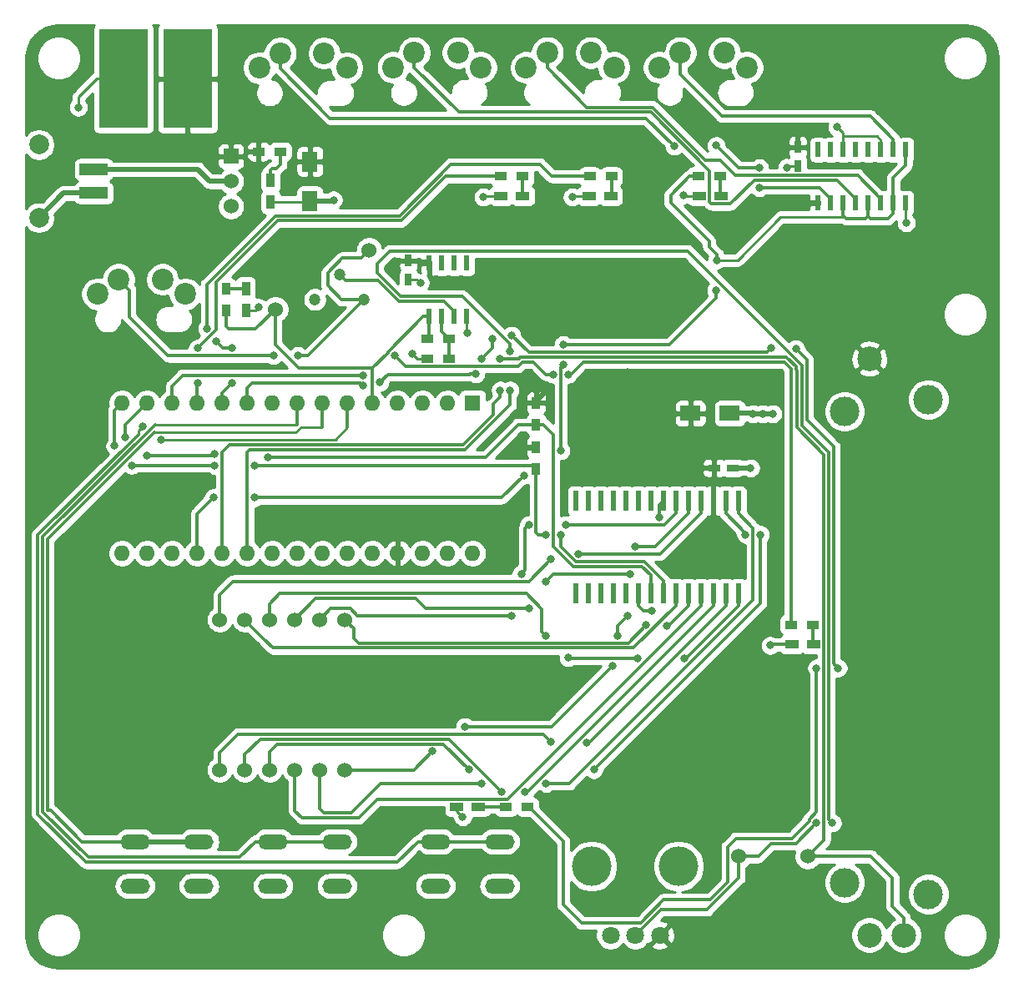
<source format=gtl>
G04 #@! TF.GenerationSoftware,KiCad,Pcbnew,5.1.5*
G04 #@! TF.CreationDate,2019-12-29T16:55:21+09:00*
G04 #@! TF.ProjectId,Sync-chan,53796e63-2d63-4686-916e-2e6b69636164,rev?*
G04 #@! TF.SameCoordinates,Original*
G04 #@! TF.FileFunction,Copper,L1,Top*
G04 #@! TF.FilePolarity,Positive*
%FSLAX46Y46*%
G04 Gerber Fmt 4.6, Leading zero omitted, Abs format (unit mm)*
G04 Created by KiCad (PCBNEW 5.1.5) date 2019-12-29 16:55:21*
%MOMM*%
%LPD*%
G04 APERTURE LIST*
%ADD10O,1.600000X1.600000*%
%ADD11R,1.600000X1.600000*%
%ADD12R,0.900000X1.200000*%
%ADD13R,1.400000X0.900000*%
%ADD14O,3.000000X1.500000*%
%ADD15C,1.524000*%
%ADD16R,1.600000X2.000000*%
%ADD17R,0.750000X1.200000*%
%ADD18R,1.200000X0.750000*%
%ADD19R,2.000000X1.600000*%
%ADD20R,2.860000X1.200000*%
%ADD21C,2.000000*%
%ADD22C,2.200000*%
%ADD23R,0.900000X1.400000*%
%ADD24R,1.200000X0.900000*%
%ADD25C,2.500000*%
%ADD26C,3.000000*%
%ADD27C,1.800000*%
%ADD28C,4.000000*%
%ADD29R,1.524000X1.524000*%
%ADD30R,5.000000X10.000000*%
%ADD31R,0.600000X1.550000*%
%ADD32R,0.600000X1.500000*%
%ADD33C,1.200000*%
%ADD34R,0.600000X2.000000*%
%ADD35C,0.800000*%
%ADD36C,0.250000*%
%ADD37C,0.300000*%
%ADD38C,0.500000*%
%ADD39C,0.254000*%
G04 APERTURE END LIST*
D10*
X115440000Y-106240000D03*
X115440000Y-91000000D03*
X151000000Y-106240000D03*
X117980000Y-91000000D03*
X148460000Y-106240000D03*
X120520000Y-91000000D03*
X145920000Y-106240000D03*
X123060000Y-91000000D03*
X143380000Y-106240000D03*
X125600000Y-91000000D03*
X140840000Y-106240000D03*
X128140000Y-91000000D03*
X138300000Y-106240000D03*
X130680000Y-91000000D03*
X135760000Y-106240000D03*
X133220000Y-91000000D03*
X133220000Y-106240000D03*
X135760000Y-91000000D03*
X130680000Y-106240000D03*
X138300000Y-91000000D03*
X128140000Y-106240000D03*
X140840000Y-91000000D03*
X125600000Y-106240000D03*
X143380000Y-91000000D03*
X123060000Y-106240000D03*
X145920000Y-91000000D03*
X120520000Y-106240000D03*
X148460000Y-91000000D03*
X117980000Y-106240000D03*
D11*
X151000000Y-91000000D03*
D12*
X157450000Y-91000000D03*
X157450000Y-93200000D03*
D13*
X149400000Y-132000000D03*
X151600000Y-132000000D03*
X165000000Y-70000000D03*
X162800000Y-70000000D03*
X153900000Y-70000000D03*
X156100000Y-70000000D03*
D14*
X147250000Y-135500000D03*
X153750000Y-135500000D03*
X147250000Y-140000000D03*
X153750000Y-140000000D03*
X123250000Y-140000000D03*
X116750000Y-140000000D03*
X123250000Y-135500000D03*
X116750000Y-135500000D03*
X137250000Y-140000000D03*
X130750000Y-140000000D03*
X137250000Y-135500000D03*
X130750000Y-135500000D03*
D15*
X178000000Y-137000000D03*
D16*
X134500000Y-70500000D03*
X134500000Y-66500000D03*
D17*
X144500000Y-76550000D03*
X144500000Y-78450000D03*
D18*
X175500000Y-97600000D03*
X177400000Y-97600000D03*
D19*
X173100000Y-92050000D03*
X177100000Y-92050000D03*
D17*
X184000000Y-66950000D03*
X184000000Y-65050000D03*
D20*
X112570000Y-69700000D03*
X112570000Y-67300000D03*
D21*
X107000000Y-72200000D03*
X107000000Y-64800000D03*
D22*
X121840000Y-79950000D03*
X119540000Y-78450000D03*
X115090000Y-78450000D03*
X112940000Y-79950000D03*
X129350000Y-57000000D03*
X131500000Y-55500000D03*
X135950000Y-55500000D03*
X138250000Y-57000000D03*
X142940000Y-56950000D03*
X145090000Y-55450000D03*
X149540000Y-55450000D03*
X151840000Y-56950000D03*
X165340000Y-56950000D03*
X163040000Y-55450000D03*
X158590000Y-55450000D03*
X156440000Y-56950000D03*
X169940000Y-56950000D03*
X172090000Y-55450000D03*
X176540000Y-55450000D03*
X178840000Y-56950000D03*
D23*
X130500000Y-70600000D03*
X130500000Y-68400000D03*
X128000000Y-79400000D03*
X128000000Y-81600000D03*
D13*
X176200000Y-70000000D03*
X174000000Y-70000000D03*
X183400000Y-115500000D03*
X185600000Y-115500000D03*
D24*
X129300000Y-65500000D03*
X131500000Y-65500000D03*
D12*
X157450000Y-95500000D03*
X157450000Y-97700000D03*
X126000000Y-79400000D03*
X126000000Y-81600000D03*
D24*
X148600000Y-84500000D03*
X146400000Y-84500000D03*
X146400000Y-86500000D03*
X148600000Y-86500000D03*
X176100000Y-68000000D03*
X173900000Y-68000000D03*
X156600000Y-132000000D03*
X154400000Y-132000000D03*
X162900000Y-68000000D03*
X165100000Y-68000000D03*
X156100000Y-68000000D03*
X153900000Y-68000000D03*
X185500000Y-113500000D03*
X183300000Y-113500000D03*
D25*
X191250000Y-145000000D03*
X194750000Y-145000000D03*
X191250000Y-86500000D03*
D26*
X188750000Y-139650000D03*
X197250000Y-140850000D03*
X188750000Y-91850000D03*
X197250000Y-90650000D03*
D27*
X165000000Y-145000000D03*
X167500000Y-145000000D03*
X170000000Y-145000000D03*
D28*
X163100000Y-138000000D03*
X171900000Y-138000000D03*
D29*
X126500000Y-65960000D03*
D15*
X126500000Y-68500000D03*
X126500000Y-71040000D03*
D30*
X122100000Y-58100000D03*
X115600000Y-58100000D03*
D15*
X140500000Y-75500000D03*
X185000000Y-137000000D03*
D31*
X146595000Y-76800000D03*
X147865000Y-76800000D03*
X149135000Y-76800000D03*
X150405000Y-76800000D03*
X150405000Y-82200000D03*
X149135000Y-82200000D03*
X147865000Y-82200000D03*
X146595000Y-82200000D03*
D32*
X186055000Y-65300000D03*
X187325000Y-65300000D03*
X188595000Y-65300000D03*
X189865000Y-65300000D03*
X191135000Y-65300000D03*
X192405000Y-65300000D03*
X193675000Y-65300000D03*
X194945000Y-65300000D03*
X194945000Y-70700000D03*
X193675000Y-70700000D03*
X192405000Y-70700000D03*
X191135000Y-70700000D03*
X189865000Y-70700000D03*
X188595000Y-70700000D03*
X187325000Y-70700000D03*
X186055000Y-70700000D03*
D33*
X135000000Y-80500000D03*
X137500000Y-78000000D03*
X140000000Y-80500000D03*
D15*
X131000000Y-81500000D03*
X125350000Y-128220000D03*
X127890000Y-128220000D03*
X130430000Y-128220000D03*
X132970000Y-128220000D03*
X135510000Y-128220000D03*
X138050000Y-128220000D03*
X138050000Y-112980000D03*
X135510000Y-112980000D03*
X132970000Y-112980000D03*
X130430000Y-112980000D03*
X127890000Y-112980000D03*
X125350000Y-112980000D03*
D34*
X161445000Y-100900000D03*
X162715000Y-100900000D03*
X163985000Y-100900000D03*
X165255000Y-100900000D03*
X166525000Y-100900000D03*
X167795000Y-100900000D03*
X169065000Y-100900000D03*
X170335000Y-100900000D03*
X171605000Y-100900000D03*
X172875000Y-100900000D03*
X174145000Y-100900000D03*
X175415000Y-100900000D03*
X176685000Y-100900000D03*
X177955000Y-100900000D03*
X177955000Y-110300000D03*
X176685000Y-110300000D03*
X175415000Y-110300000D03*
X174145000Y-110300000D03*
X172875000Y-110300000D03*
X171605000Y-110300000D03*
X170335000Y-110300000D03*
X169065000Y-110300000D03*
X167795000Y-110300000D03*
X166525000Y-110300000D03*
X165255000Y-110300000D03*
X163985000Y-110300000D03*
X162715000Y-110300000D03*
X161445000Y-110300000D03*
D35*
X166700000Y-87850000D03*
X166700000Y-83350000D03*
X143100000Y-76600000D03*
X143000000Y-69600000D03*
X184300000Y-70700000D03*
X184300000Y-73800000D03*
X184000000Y-63200000D03*
X184000000Y-60300000D03*
X158700000Y-89600000D03*
X161700000Y-89600000D03*
X155950000Y-95100000D03*
X155950000Y-91850000D03*
X111000000Y-61000000D03*
X188000000Y-63000000D03*
X150000000Y-133000000D03*
X129300000Y-81300000D03*
X195000000Y-72700000D03*
X172400000Y-69900000D03*
X161100000Y-70100000D03*
X152100000Y-70100000D03*
X150500000Y-83900000D03*
X145700000Y-78800000D03*
X144900000Y-86000000D03*
X136900000Y-70400000D03*
X182900000Y-67100000D03*
X179450000Y-92100000D03*
X180450000Y-92100000D03*
X181450000Y-92100000D03*
X179200000Y-97600000D03*
X169200000Y-112100000D03*
X181200000Y-115600000D03*
X153800000Y-86500000D03*
X153800000Y-89700000D03*
X154800000Y-89700000D03*
X154800000Y-85750000D03*
X187500000Y-133600000D03*
X185900000Y-133600000D03*
X119435436Y-94725000D03*
X117516109Y-93416109D03*
X130800000Y-86200000D03*
X133300000Y-86200000D03*
X180100000Y-69150011D03*
X180100000Y-67150001D03*
X175720332Y-64879668D03*
X171459670Y-64940330D03*
X188100000Y-117900000D03*
X185900001Y-117900000D03*
X183800000Y-85500000D03*
X181300000Y-85400000D03*
X154973232Y-84126768D03*
X153000000Y-84500000D03*
X151900000Y-86550001D03*
X151300000Y-88050001D03*
X141590000Y-88900000D03*
X139900000Y-89200003D03*
X126600000Y-89000000D03*
X126600000Y-85400000D03*
X125000000Y-84700000D03*
X124044669Y-83444669D03*
X123100000Y-88950000D03*
X123100000Y-85450000D03*
X143091464Y-86183278D03*
X139900000Y-88200000D03*
X160700000Y-88100000D03*
X159200000Y-88100000D03*
X124700000Y-100600000D03*
X128890000Y-100600000D03*
X156200000Y-98350000D03*
X159950000Y-95850000D03*
X160200000Y-87100000D03*
X160200000Y-85099979D03*
X175700000Y-79600000D03*
X175800000Y-76500000D03*
X162587831Y-125487831D03*
X158950000Y-125350000D03*
X156327831Y-130477831D03*
X153950000Y-130449999D03*
X178700000Y-104350000D03*
X180200000Y-104350000D03*
X163308163Y-128208163D03*
X150619670Y-128180330D03*
X158462831Y-129612831D03*
X151950000Y-129600000D03*
X146950000Y-126350000D03*
X150200000Y-123849990D03*
X165200000Y-117667169D03*
X165700000Y-114600000D03*
X166700000Y-112600000D03*
X169922037Y-102600000D03*
X170700000Y-113600000D03*
X168622169Y-113522169D03*
X154950000Y-112600000D03*
X155950000Y-108350000D03*
X156700000Y-103350000D03*
X160450000Y-103350000D03*
X167450000Y-105569669D03*
X166950000Y-108350000D03*
X158450000Y-109100000D03*
X156700000Y-111850000D03*
X172472831Y-116872831D03*
X167767169Y-116917169D03*
X160700000Y-116850000D03*
X158450000Y-114600000D03*
X161730331Y-106319669D03*
X158950000Y-106850000D03*
X115787549Y-94437549D03*
X117950000Y-96350000D03*
X124850000Y-96181902D03*
X130200000Y-96500020D03*
X114700000Y-95350000D03*
X116430331Y-97330331D03*
X124850000Y-97350000D03*
X128890000Y-97350000D03*
X158450000Y-104350000D03*
X159950000Y-104350000D03*
D36*
X146345000Y-76550000D02*
X146595000Y-76800000D01*
X144500000Y-76550000D02*
X146345000Y-76550000D01*
D37*
X144500000Y-76550000D02*
X143150000Y-76550000D01*
X143150000Y-76550000D02*
X143100000Y-76600000D01*
D38*
X186055000Y-70700000D02*
X184300000Y-70700000D01*
X184000000Y-65050000D02*
X184000000Y-63200000D01*
X157450000Y-91000000D02*
X157450000Y-90850000D01*
X157450000Y-90850000D02*
X158700000Y-89600000D01*
X157450000Y-95500000D02*
X156350000Y-95500000D01*
X156350000Y-95500000D02*
X155950000Y-95100000D01*
D36*
X111000000Y-59950000D02*
X111000000Y-61000000D01*
X115600000Y-58100000D02*
X112850000Y-58100000D01*
X112850000Y-58100000D02*
X111000000Y-59950000D01*
X188595000Y-63595000D02*
X188000000Y-63000000D01*
X149400000Y-132000000D02*
X149400000Y-132400000D01*
X149400000Y-132400000D02*
X150000000Y-133000000D01*
X183400000Y-115500000D02*
X183400000Y-115600000D01*
D38*
X109500000Y-69700000D02*
X107000000Y-72200000D01*
X112570000Y-69700000D02*
X109500000Y-69700000D01*
D36*
X128000000Y-81600000D02*
X129000000Y-81600000D01*
X129000000Y-81600000D02*
X129300000Y-81300000D01*
X194945000Y-70700000D02*
X194945000Y-72645000D01*
X194945000Y-72645000D02*
X195000000Y-72700000D01*
X174000000Y-70000000D02*
X172500000Y-70000000D01*
X172500000Y-70000000D02*
X172400000Y-69900000D01*
X162800000Y-70000000D02*
X161200000Y-70000000D01*
X161200000Y-70000000D02*
X161100000Y-70100000D01*
X153900000Y-70000000D02*
X152200000Y-70000000D01*
X152200000Y-70000000D02*
X152100000Y-70100000D01*
X150405000Y-82200000D02*
X150405000Y-83805000D01*
X150405000Y-83805000D02*
X150500000Y-83900000D01*
X144500000Y-78450000D02*
X145350000Y-78450000D01*
X145350000Y-78450000D02*
X145700000Y-78800000D01*
X146400000Y-86500000D02*
X145400000Y-86500000D01*
X145400000Y-86500000D02*
X144900000Y-86000000D01*
X134400000Y-70600000D02*
X134500000Y-70500000D01*
X130500000Y-70600000D02*
X134400000Y-70600000D01*
D38*
X134500000Y-70500000D02*
X136800000Y-70500000D01*
X136800000Y-70500000D02*
X136900000Y-70400000D01*
D36*
X184000000Y-66950000D02*
X183050000Y-66950000D01*
X183050000Y-66950000D02*
X182900000Y-67100000D01*
X192405000Y-64300000D02*
X192005000Y-63900000D01*
X192405000Y-65300000D02*
X192405000Y-64300000D01*
X188690000Y-63900000D02*
X188595000Y-63995000D01*
X192005000Y-63900000D02*
X188690000Y-63900000D01*
X188595000Y-65300000D02*
X188595000Y-63995000D01*
X188595000Y-63995000D02*
X188595000Y-63595000D01*
D38*
X177100000Y-92050000D02*
X179400000Y-92050000D01*
X179400000Y-92050000D02*
X179450000Y-92100000D01*
X179450000Y-92100000D02*
X180450000Y-92100000D01*
X180450000Y-92100000D02*
X181450000Y-92100000D01*
X177400000Y-97600000D02*
X179200000Y-97600000D01*
D37*
X168295000Y-112100000D02*
X169200000Y-112100000D01*
X167795000Y-110300000D02*
X167795000Y-111600000D01*
X167795000Y-111600000D02*
X168295000Y-112100000D01*
X183400000Y-115500000D02*
X181300000Y-115500000D01*
X181300000Y-115500000D02*
X181200000Y-115600000D01*
D36*
X115200000Y-91240000D02*
X115440000Y-91000000D01*
D37*
X151600000Y-132000000D02*
X154400000Y-132000000D01*
X165100000Y-69900000D02*
X165000000Y-70000000D01*
X165100000Y-68000000D02*
X165100000Y-69900000D01*
X156100000Y-68000000D02*
X156100000Y-70000000D01*
X107900000Y-132300000D02*
X107900000Y-104800000D01*
X107900000Y-104800000D02*
X118700000Y-94000000D01*
X135760000Y-93440000D02*
X135760000Y-91000000D01*
D36*
X133071765Y-94000000D02*
X118700000Y-94000000D01*
X133631765Y-93440000D02*
X133071765Y-94000000D01*
X135760000Y-93440000D02*
X133631765Y-93440000D01*
D37*
X116750000Y-135500000D02*
X111350000Y-135500000D01*
X111350000Y-135500000D02*
X108200000Y-132350000D01*
X107950000Y-132350000D02*
X107900000Y-132300000D01*
X108200000Y-132350000D02*
X107950000Y-132350000D01*
D38*
X116750000Y-135500000D02*
X123250000Y-135500000D01*
D37*
X137250000Y-135500000D02*
X130750000Y-135500000D01*
X133220000Y-93180000D02*
X133220000Y-91000000D01*
D36*
X133220000Y-93180000D02*
X118812880Y-93180000D01*
D37*
X128950000Y-135500000D02*
X130750000Y-135500000D01*
X107399990Y-104592890D02*
X107399990Y-132507110D01*
X118812880Y-93180000D02*
X107399990Y-104592890D01*
X107399990Y-132507110D02*
X111992880Y-137100000D01*
X111992880Y-137100000D02*
X127350000Y-137100000D01*
X127350000Y-137100000D02*
X128950000Y-135500000D01*
X194750000Y-143232234D02*
X193600000Y-142082234D01*
X194750000Y-145000000D02*
X194750000Y-143232234D01*
X193600000Y-142082234D02*
X193600000Y-139200000D01*
X191400000Y-137000000D02*
X185000000Y-137000000D01*
X193600000Y-139200000D02*
X191400000Y-137000000D01*
X185000000Y-137000000D02*
X186650001Y-135349999D01*
X186650001Y-135349999D02*
X186650001Y-96250001D01*
X150049990Y-95250010D02*
X126349990Y-95250010D01*
X155692880Y-86500000D02*
X153800000Y-86500000D01*
X155842891Y-86349989D02*
X155692880Y-86500000D01*
X153800000Y-89700000D02*
X153800000Y-90430002D01*
X153800000Y-90430002D02*
X153100000Y-91130002D01*
X186650001Y-96250001D02*
X183900000Y-93500000D01*
X183800008Y-87292888D02*
X182857109Y-86349989D01*
X183900000Y-87700000D02*
X183800010Y-87600010D01*
X183900000Y-93500000D02*
X183900000Y-87700000D01*
X182857109Y-86349989D02*
X178949989Y-86349989D01*
X153100000Y-91130002D02*
X153100000Y-92200000D01*
X125600000Y-96000000D02*
X125600000Y-106240000D01*
X183800010Y-87292890D02*
X183800008Y-87292888D01*
X183800010Y-87600010D02*
X183800010Y-87292890D01*
X178949989Y-86349989D02*
X155842891Y-86349989D01*
X153100000Y-92200000D02*
X150049990Y-95250010D01*
X125600000Y-96000000D02*
X126349990Y-95250010D01*
X167500000Y-145000000D02*
X170100000Y-142400000D01*
X170100000Y-142400000D02*
X174800000Y-142400000D01*
X178000000Y-139200000D02*
X178000000Y-137000000D01*
X174800000Y-142400000D02*
X178000000Y-139200000D01*
X185900000Y-133600000D02*
X183800000Y-135700000D01*
X183800000Y-135700000D02*
X181300000Y-135700000D01*
X180000000Y-137000000D02*
X178000000Y-137000000D01*
X181300000Y-135700000D02*
X180000000Y-137000000D01*
X149985792Y-80199990D02*
X143707110Y-80199990D01*
X143707110Y-80199990D02*
X141300000Y-77792880D01*
X154800000Y-85014198D02*
X149985792Y-80199990D01*
X142600001Y-75599999D02*
X172814239Y-75599999D01*
X154800000Y-85750000D02*
X154800000Y-85014198D01*
X187150011Y-96042891D02*
X187150011Y-133250011D01*
X141300000Y-77792880D02*
X141300000Y-76900000D01*
X141300000Y-76900000D02*
X142600001Y-75599999D01*
X187150011Y-133250011D02*
X187500000Y-133600000D01*
X172814239Y-75599999D02*
X184400010Y-87185770D01*
X184400010Y-93292890D02*
X187150011Y-96042891D01*
X184400010Y-87185770D02*
X184400010Y-93292890D01*
X154800000Y-91207120D02*
X154800000Y-89700000D01*
X150257100Y-95750020D02*
X154800000Y-91207120D01*
X128349980Y-95750020D02*
X150257100Y-95750020D01*
X128140000Y-106240000D02*
X128140000Y-95960000D01*
X128140000Y-95960000D02*
X128349980Y-95750020D01*
X153750000Y-135500000D02*
X147250000Y-135500000D01*
X106899980Y-104385780D02*
X117100000Y-94185760D01*
X111785770Y-137600010D02*
X106899980Y-132714220D01*
X145450000Y-135500000D02*
X143349990Y-137600010D01*
X143349990Y-137600010D02*
X111785770Y-137600010D01*
X147250000Y-135500000D02*
X145450000Y-135500000D01*
X106899980Y-132714220D02*
X106899980Y-104385780D01*
X138300000Y-91000000D02*
X138300000Y-93500000D01*
D36*
X138300000Y-93500000D02*
X137075000Y-94725000D01*
X137075000Y-94725000D02*
X119435436Y-94725000D01*
X117116110Y-94169650D02*
X117100000Y-94185760D01*
X117116110Y-93816108D02*
X117116110Y-94169650D01*
X117516109Y-93416109D02*
X117116110Y-93816108D01*
D38*
X118070000Y-67300000D02*
X123100000Y-67300000D01*
X124300000Y-68500000D02*
X123100000Y-67300000D01*
X126500000Y-68500000D02*
X124300000Y-68500000D01*
X118070000Y-67300000D02*
X112570000Y-67300000D01*
D37*
X116189999Y-79549999D02*
X116189999Y-82289999D01*
X115090000Y-78450000D02*
X116189999Y-79549999D01*
X116189999Y-82289999D02*
X120100000Y-86200000D01*
X120100000Y-86200000D02*
X130800000Y-86200000D01*
X134300000Y-86200000D02*
X140000000Y-80500000D01*
X133300000Y-86200000D02*
X134300000Y-86200000D01*
X140000000Y-80500000D02*
X137700000Y-80500000D01*
X137700000Y-80500000D02*
X136300000Y-79100000D01*
X136300000Y-77793998D02*
X137793998Y-76300000D01*
X136300000Y-79100000D02*
X136300000Y-77793998D01*
X139700000Y-76300000D02*
X140500000Y-75500000D01*
X137793998Y-76300000D02*
X139700000Y-76300000D01*
X186185013Y-69150011D02*
X180100000Y-69150011D01*
X186225011Y-69150011D02*
X186185013Y-69150011D01*
X187325000Y-70700000D02*
X187325000Y-70250000D01*
X187325000Y-70250000D02*
X186225011Y-69150011D01*
X180100000Y-67150001D02*
X177990665Y-67150001D01*
X177990665Y-67150001D02*
X175720332Y-64879668D01*
X171459670Y-64940330D02*
X168619340Y-62100000D01*
X131500000Y-57055634D02*
X131500000Y-55500000D01*
X136544366Y-62100000D02*
X131500000Y-57055634D01*
X168619340Y-62100000D02*
X136544366Y-62100000D01*
X175050001Y-70630003D02*
X175050001Y-67469999D01*
X175219999Y-70800001D02*
X175050001Y-70630003D01*
X189865000Y-70250000D02*
X188015011Y-68400011D01*
X189865000Y-70700000D02*
X189865000Y-70250000D01*
X188015011Y-68400011D02*
X179579991Y-68400011D01*
X179579991Y-68400011D02*
X177180001Y-70800001D01*
X175050001Y-67469999D02*
X169080002Y-61500000D01*
X177180001Y-70800001D02*
X175219999Y-70800001D01*
X145090000Y-57005634D02*
X145090000Y-55450000D01*
X149584366Y-61500000D02*
X145090000Y-57005634D01*
X169080002Y-61500000D02*
X149584366Y-61500000D01*
X190055001Y-67900001D02*
X177680003Y-67900001D01*
X192405000Y-70250000D02*
X190055001Y-67900001D01*
X192405000Y-70700000D02*
X192405000Y-70250000D01*
X177680003Y-67900001D02*
X176136441Y-66356439D01*
X176136441Y-66356439D02*
X174643561Y-66356439D01*
X174643561Y-66356439D02*
X169287112Y-60999990D01*
X158590000Y-57005634D02*
X158590000Y-55450000D01*
X162584356Y-60999990D02*
X158590000Y-57005634D01*
X169287112Y-60999990D02*
X162584356Y-60999990D01*
X193675000Y-64250000D02*
X191325000Y-61900000D01*
X193675000Y-65300000D02*
X193675000Y-64250000D01*
X191325000Y-61900000D02*
X176300000Y-61900000D01*
X172090000Y-57690000D02*
X172090000Y-55450000D01*
X176300000Y-61900000D02*
X172090000Y-57690000D01*
X131500000Y-65500000D02*
X131500000Y-66800000D01*
X131500000Y-66800000D02*
X131100000Y-67200000D01*
X130500000Y-67400000D02*
X130500000Y-68400000D01*
X130700000Y-67200000D02*
X130500000Y-67400000D01*
X131100000Y-67200000D02*
X130700000Y-67200000D01*
X128000000Y-79400000D02*
X126000000Y-79400000D01*
X176100000Y-69900000D02*
X176200000Y-70000000D01*
X176100000Y-68000000D02*
X176100000Y-69900000D01*
X185500000Y-115400000D02*
X185600000Y-115500000D01*
X185500000Y-113500000D02*
X185500000Y-115400000D01*
X146595000Y-84305000D02*
X146400000Y-84500000D01*
X146595000Y-82200000D02*
X146595000Y-84305000D01*
X145995000Y-82200000D02*
X142395000Y-85800000D01*
X146595000Y-82200000D02*
X145995000Y-82200000D01*
X142395000Y-85800000D02*
X142395000Y-85905000D01*
X131000000Y-81500000D02*
X131000000Y-85100000D01*
X133350000Y-87450000D02*
X140850000Y-87450000D01*
X131000000Y-85100000D02*
X133350000Y-87450000D01*
X142395000Y-85905000D02*
X140850000Y-87450000D01*
X140840000Y-87460000D02*
X140850000Y-87450000D01*
X140840000Y-91000000D02*
X140840000Y-87460000D01*
X131000000Y-81500000D02*
X129000000Y-83500000D01*
X129000000Y-83500000D02*
X126300000Y-83500000D01*
X126000000Y-83200000D02*
X126000000Y-81600000D01*
X126300000Y-83500000D02*
X126000000Y-83200000D01*
X147865000Y-83765000D02*
X148600000Y-84500000D01*
X147865000Y-82200000D02*
X147865000Y-83765000D01*
X148600000Y-84500000D02*
X148600000Y-86500000D01*
X185900001Y-132499999D02*
X185900001Y-117900000D01*
X184900020Y-92700020D02*
X184900020Y-86978660D01*
X183400010Y-135199990D02*
X185149999Y-133450001D01*
X176887999Y-139604881D02*
X176887999Y-136012001D01*
X177700010Y-135199990D02*
X181092890Y-135199990D01*
X156750000Y-132000000D02*
X160200000Y-135450000D01*
X162049999Y-143749999D02*
X166899999Y-143749999D01*
X187650021Y-95450021D02*
X184900020Y-92700020D01*
X187650021Y-117450021D02*
X187650021Y-95450021D01*
X160200000Y-141900000D02*
X162049999Y-143749999D01*
X166899999Y-143749999D02*
X168042881Y-143749999D01*
X168042881Y-143749999D02*
X170392880Y-141400000D01*
X188100000Y-117900000D02*
X187650021Y-117450021D01*
X185149999Y-133250001D02*
X185900001Y-132499999D01*
X160200000Y-135450000D02*
X160200000Y-141900000D01*
X181092890Y-135199990D02*
X183400010Y-135199990D01*
X156600000Y-132000000D02*
X156750000Y-132000000D01*
X170392880Y-141400000D02*
X175092880Y-141400000D01*
X184900020Y-86978660D02*
X184900018Y-86978658D01*
X175092880Y-141400000D02*
X176887999Y-139604881D01*
X176887999Y-136012001D02*
X177700010Y-135199990D01*
X185149999Y-133450001D02*
X185149999Y-133250001D01*
X184900020Y-86978660D02*
X184900020Y-86600020D01*
X184900020Y-86600020D02*
X183800000Y-85500000D01*
X180850021Y-85849979D02*
X179157099Y-85849979D01*
X181300000Y-85400000D02*
X180850021Y-85849979D01*
X179157099Y-85849979D02*
X156696443Y-85849979D01*
X156696443Y-85849979D02*
X154973232Y-84126768D01*
X153000000Y-84500000D02*
X153000000Y-85450001D01*
X153000000Y-85450001D02*
X151900000Y-86550001D01*
X150734315Y-88050001D02*
X150684316Y-88100000D01*
X151300000Y-88050001D02*
X150734315Y-88050001D01*
X150684316Y-88100000D02*
X142390000Y-88100000D01*
X142390000Y-88100000D02*
X141590000Y-88900000D01*
X128140000Y-89460000D02*
X128140000Y-91000000D01*
X128649999Y-88950001D02*
X128140000Y-89460000D01*
X139900000Y-89200003D02*
X139649998Y-88950001D01*
X139649998Y-88950001D02*
X128649999Y-88950001D01*
X125600000Y-91000000D02*
X125600000Y-90000000D01*
X125600000Y-90000000D02*
X126600000Y-89000000D01*
X126600000Y-85400000D02*
X125700000Y-85400000D01*
X125700000Y-85400000D02*
X125000000Y-84700000D01*
X159000000Y-68000000D02*
X162900000Y-68000000D01*
X157800000Y-66800000D02*
X159000000Y-68000000D01*
X143592890Y-71999990D02*
X148792880Y-66800000D01*
X124044669Y-78955331D02*
X131000008Y-71999992D01*
X131012886Y-71999992D02*
X131012888Y-71999990D01*
X148792880Y-66800000D02*
X157800000Y-66800000D01*
X131000008Y-71999992D02*
X131012886Y-71999992D01*
X124044669Y-83444669D02*
X124044669Y-78955331D01*
X131012888Y-71999990D02*
X143592890Y-71999990D01*
X123060000Y-91000000D02*
X123060000Y-88990000D01*
X123060000Y-88990000D02*
X123100000Y-88950000D01*
X125000000Y-78719998D02*
X131219998Y-72500000D01*
X123100000Y-85450000D02*
X125000000Y-83550000D01*
X125000000Y-83550000D02*
X125000000Y-78719998D01*
X131219998Y-72500000D02*
X143800000Y-72500000D01*
X148300000Y-68000000D02*
X153900000Y-68000000D01*
X143800000Y-72500000D02*
X148300000Y-68000000D01*
X183300000Y-113500000D02*
X183300000Y-87500000D01*
X183300000Y-87500000D02*
X182649999Y-86849999D01*
X139900000Y-88200000D02*
X121600000Y-88200000D01*
X120520000Y-89280000D02*
X120520000Y-91000000D01*
X121600000Y-88200000D02*
X120520000Y-89280000D01*
X182649999Y-86849999D02*
X162200001Y-86849999D01*
X162200001Y-86849999D02*
X160950000Y-88100000D01*
X160950000Y-88100000D02*
X160700000Y-88100000D01*
X144208187Y-87300001D02*
X143091464Y-86183278D01*
X158450000Y-88100000D02*
X157200000Y-86850000D01*
X159200000Y-88100000D02*
X158450000Y-88100000D01*
X155599999Y-87300001D02*
X144208187Y-87300001D01*
X157200000Y-86850000D02*
X156050001Y-86849999D01*
X156050001Y-86849999D02*
X155599999Y-87300001D01*
X138099999Y-78599999D02*
X141399999Y-78599999D01*
X137500000Y-78000000D02*
X138099999Y-78599999D01*
X141399999Y-78599999D02*
X143500000Y-80700000D01*
X149135000Y-81725000D02*
X149135000Y-82200000D01*
X148110000Y-80700000D02*
X149135000Y-81725000D01*
X143500000Y-80700000D02*
X148110000Y-80700000D01*
X188595000Y-71150000D02*
X188600000Y-71155000D01*
X188595000Y-70700000D02*
X188595000Y-71150000D01*
X188600000Y-71155000D02*
X188600000Y-72000000D01*
X188900000Y-72300000D02*
X190900000Y-72300000D01*
X191135000Y-72065000D02*
X191135000Y-70700000D01*
X190900000Y-72300000D02*
X191135000Y-72065000D01*
X193675000Y-71750000D02*
X193125000Y-72300000D01*
X193675000Y-70700000D02*
X193675000Y-71750000D01*
X191370000Y-72300000D02*
X191135000Y-72065000D01*
X193125000Y-72300000D02*
X191370000Y-72300000D01*
X193675000Y-70700000D02*
X193675000Y-68125000D01*
X194945000Y-66855000D02*
X194945000Y-65300000D01*
X193675000Y-68125000D02*
X194945000Y-66855000D01*
D36*
X182250000Y-72150000D02*
X188750000Y-72150000D01*
X177900000Y-76500000D02*
X182250000Y-72150000D01*
D37*
X188600000Y-72000000D02*
X188750000Y-72150000D01*
X188750000Y-72150000D02*
X188900000Y-72300000D01*
X171100000Y-70700000D02*
X175000000Y-74600000D01*
X173900000Y-68000000D02*
X173000000Y-68000000D01*
X171100000Y-69900000D02*
X171100000Y-70700000D01*
X173000000Y-68000000D02*
X171100000Y-69900000D01*
X123060000Y-106240000D02*
X123060000Y-102240000D01*
X123060000Y-102240000D02*
X124700000Y-100600000D01*
X128890000Y-100600000D02*
X153950000Y-100600000D01*
X153950000Y-100600000D02*
X156200000Y-98350000D01*
X159950000Y-95850000D02*
X159950000Y-87350000D01*
X159950000Y-87350000D02*
X160200000Y-87100000D01*
X160200000Y-85099979D02*
X170950021Y-85099979D01*
X170950021Y-85099979D02*
X175700000Y-80350000D01*
X175700000Y-80350000D02*
X175700000Y-79600000D01*
D36*
X175800000Y-76500000D02*
X177900000Y-76500000D01*
D37*
X175000000Y-75134315D02*
X175000000Y-74600000D01*
X175800000Y-75934315D02*
X175000000Y-75134315D01*
X175800000Y-76500000D02*
X175800000Y-75934315D01*
X162797169Y-125487831D02*
X162587831Y-125487831D01*
X176685000Y-110300000D02*
X176685000Y-111600000D01*
X176685000Y-111600000D02*
X162797169Y-125487831D01*
X158199990Y-124599990D02*
X127200010Y-124599990D01*
X158950000Y-125350000D02*
X158199990Y-124599990D01*
X125350000Y-126450000D02*
X125350000Y-128220000D01*
X127200010Y-124599990D02*
X125350000Y-126450000D01*
X156537169Y-130477831D02*
X156327831Y-130477831D01*
X175415000Y-110300000D02*
X175415000Y-111600000D01*
X175415000Y-111600000D02*
X156537169Y-130477831D01*
X153950000Y-130449999D02*
X148600001Y-125100000D01*
X148600001Y-125100000D02*
X129450000Y-125100000D01*
X127890000Y-126660000D02*
X127890000Y-128220000D01*
X129450000Y-125100000D02*
X127890000Y-126660000D01*
X178700000Y-104215000D02*
X178700000Y-104350000D01*
X176685000Y-100900000D02*
X176685000Y-102200000D01*
X176685000Y-102200000D02*
X178700000Y-104215000D01*
X180200000Y-104350000D02*
X180200000Y-111316326D01*
X180200000Y-111316326D02*
X163308163Y-128208163D01*
X130430000Y-126370000D02*
X130430000Y-128220000D01*
X131200000Y-125600000D02*
X130430000Y-126370000D01*
X150619670Y-128180330D02*
X148039340Y-125600000D01*
X148039340Y-125600000D02*
X131200000Y-125600000D01*
X154545001Y-131199999D02*
X141350001Y-131199999D01*
X174145000Y-110300000D02*
X174145000Y-111600000D01*
X174145000Y-111600000D02*
X154545001Y-131199999D01*
X141350001Y-131199999D02*
X139450000Y-133100000D01*
X139450000Y-133100000D02*
X133700000Y-133100000D01*
X132970000Y-132370000D02*
X132970000Y-128220000D01*
X133700000Y-133100000D02*
X132970000Y-132370000D01*
X177955000Y-102200000D02*
X179450000Y-103695000D01*
X177955000Y-100900000D02*
X177955000Y-102200000D01*
X160842833Y-129612831D02*
X158462831Y-129612831D01*
X179450000Y-103695000D02*
X179450000Y-111005664D01*
X179450000Y-111005664D02*
X160842833Y-129612831D01*
X151950000Y-129600000D02*
X141700000Y-129600000D01*
X141700000Y-129600000D02*
X138700000Y-132600000D01*
X138700000Y-132600000D02*
X135950000Y-132600000D01*
X135510000Y-132160000D02*
X135510000Y-128220000D01*
X135950000Y-132600000D02*
X135510000Y-132160000D01*
X138050000Y-128220000D02*
X145080000Y-128220000D01*
X145080000Y-128220000D02*
X146950000Y-126350000D01*
X150200000Y-123849990D02*
X159017179Y-123849990D01*
X159017179Y-123849990D02*
X165200000Y-117667169D01*
X165700000Y-114600000D02*
X165700000Y-113600000D01*
X165700000Y-113600000D02*
X166700000Y-112600000D01*
X169922037Y-101312963D02*
X170335000Y-100900000D01*
X169922037Y-102600000D02*
X169922037Y-101312963D01*
X170875000Y-113600000D02*
X170700000Y-113600000D01*
X172875000Y-110300000D02*
X172875000Y-111600000D01*
X172875000Y-111600000D02*
X170875000Y-113600000D01*
X138950000Y-113880000D02*
X138050000Y-112980000D01*
X139450000Y-115350000D02*
X138950000Y-114850000D01*
X138950000Y-114850000D02*
X138950000Y-113880000D01*
X168622169Y-113522169D02*
X166794338Y-115350000D01*
X166794338Y-115350000D02*
X139450000Y-115350000D01*
X139315762Y-112600000D02*
X154950000Y-112600000D01*
X138583761Y-111867999D02*
X139315762Y-112600000D01*
X135510000Y-112980000D02*
X136622001Y-111867999D01*
X136622001Y-111867999D02*
X138583761Y-111867999D01*
X156349999Y-107950001D02*
X156349999Y-103700001D01*
X155950000Y-108350000D02*
X156349999Y-107950001D01*
X156349999Y-103700001D02*
X156700000Y-103350000D01*
X171605000Y-102200000D02*
X171605000Y-100900000D01*
X170455000Y-103350000D02*
X171605000Y-102200000D01*
X160450000Y-103350000D02*
X170455000Y-103350000D01*
X169505331Y-105569669D02*
X167450000Y-105569669D01*
X172875000Y-100900000D02*
X172875000Y-102200000D01*
X172875000Y-102200000D02*
X169505331Y-105569669D01*
X166950000Y-108350000D02*
X159200000Y-108350000D01*
X159200000Y-108350000D02*
X158450000Y-109100000D01*
X156700000Y-111850000D02*
X146200000Y-111850000D01*
X146200000Y-111850000D02*
X145200000Y-110850000D01*
X135100000Y-110850000D02*
X134850000Y-111100000D01*
X145200000Y-110850000D02*
X135100000Y-110850000D01*
X134850000Y-111100000D02*
X132970000Y-112980000D01*
X172682169Y-116872831D02*
X172472831Y-116872831D01*
X177955000Y-110300000D02*
X177955000Y-111600000D01*
X177955000Y-111600000D02*
X172682169Y-116872831D01*
X167767169Y-116917169D02*
X160767169Y-116917169D01*
X160767169Y-116917169D02*
X160700000Y-116850000D01*
X158050001Y-114200001D02*
X158050001Y-111950001D01*
X158450000Y-114600000D02*
X158050001Y-114200001D01*
X158050001Y-111950001D02*
X156450000Y-110350000D01*
X156450000Y-110350000D02*
X131450000Y-110350000D01*
X130430000Y-111370000D02*
X130430000Y-112980000D01*
X131450000Y-110350000D02*
X130430000Y-111370000D01*
X171605000Y-111600000D02*
X167355000Y-115850000D01*
X171605000Y-110300000D02*
X171605000Y-111600000D01*
X130760000Y-115850000D02*
X129760000Y-114850000D01*
X167355000Y-115850000D02*
X130760000Y-115850000D01*
X129760000Y-114850000D02*
X127890000Y-112980000D01*
X170025331Y-106319669D02*
X161730331Y-106319669D01*
X174145000Y-100900000D02*
X174145000Y-102200000D01*
X174145000Y-102200000D02*
X170025331Y-106319669D01*
X158950000Y-106850000D02*
X156700000Y-109100000D01*
X156700000Y-109100000D02*
X126700000Y-109100000D01*
X125350000Y-110450000D02*
X125350000Y-112980000D01*
X126700000Y-109100000D02*
X125350000Y-110450000D01*
X117980000Y-91000000D02*
X115787549Y-93192451D01*
X115787549Y-93192451D02*
X115787549Y-94437549D01*
X117950000Y-96350000D02*
X124681902Y-96350000D01*
X124681902Y-96350000D02*
X124850000Y-96181902D01*
X155600000Y-93200000D02*
X157450000Y-93200000D01*
X130200000Y-96500020D02*
X152299980Y-96500020D01*
X152299980Y-96500020D02*
X155600000Y-93200000D01*
X158200000Y-93200000D02*
X159200000Y-94200000D01*
X157450000Y-93200000D02*
X158200000Y-93200000D01*
X159200000Y-94200000D02*
X159200000Y-105600000D01*
X159200000Y-105600000D02*
X161200000Y-107600000D01*
X161200000Y-107600000D02*
X168200000Y-107600000D01*
X169065000Y-108465000D02*
X169065000Y-110300000D01*
X168200000Y-107600000D02*
X169065000Y-108465000D01*
X114640001Y-95290001D02*
X114700000Y-95350000D01*
X115440000Y-91000000D02*
X114640001Y-91799999D01*
X114640001Y-91799999D02*
X114640001Y-95290001D01*
X116430331Y-97330331D02*
X124830331Y-97330331D01*
X124830331Y-97330331D02*
X124850000Y-97350000D01*
X157100000Y-97350000D02*
X157450000Y-97700000D01*
X128890000Y-97350000D02*
X157100000Y-97350000D01*
X159950000Y-104350000D02*
X159950000Y-105600000D01*
X170335000Y-109000000D02*
X170335000Y-110300000D01*
X168434990Y-107099990D02*
X170335000Y-109000000D01*
X159950000Y-105600000D02*
X161449990Y-107099990D01*
X161449990Y-107099990D02*
X168434990Y-107099990D01*
X157700000Y-104350000D02*
X158450000Y-104350000D01*
X157450000Y-97700000D02*
X157450000Y-104100000D01*
X157450000Y-104100000D02*
X157700000Y-104350000D01*
D39*
G36*
X112569463Y-52745506D02*
G01*
X112510498Y-52855820D01*
X112474188Y-52975518D01*
X112461928Y-53100000D01*
X112461928Y-57445674D01*
X112425723Y-57465026D01*
X112390582Y-57493866D01*
X112309999Y-57559999D01*
X112286201Y-57588997D01*
X110489003Y-59386196D01*
X110459999Y-59409999D01*
X110404871Y-59477174D01*
X110365026Y-59525724D01*
X110303230Y-59641335D01*
X110294454Y-59657754D01*
X110250997Y-59801015D01*
X110240000Y-59912668D01*
X110240000Y-59912678D01*
X110236324Y-59950000D01*
X110240000Y-59987323D01*
X110240000Y-60296289D01*
X110196063Y-60340226D01*
X110082795Y-60509744D01*
X110004774Y-60698102D01*
X109965000Y-60898061D01*
X109965000Y-61101939D01*
X110004774Y-61301898D01*
X110082795Y-61490256D01*
X110196063Y-61659774D01*
X110340226Y-61803937D01*
X110509744Y-61917205D01*
X110698102Y-61995226D01*
X110898061Y-62035000D01*
X111101939Y-62035000D01*
X111301898Y-61995226D01*
X111490256Y-61917205D01*
X111659774Y-61803937D01*
X111803937Y-61659774D01*
X111917205Y-61490256D01*
X111995226Y-61301898D01*
X112035000Y-61101939D01*
X112035000Y-60898061D01*
X111995226Y-60698102D01*
X111917205Y-60509744D01*
X111803937Y-60340226D01*
X111760000Y-60296289D01*
X111760000Y-60264801D01*
X112461928Y-59562873D01*
X112461928Y-63100000D01*
X112474188Y-63224482D01*
X112510498Y-63344180D01*
X112569463Y-63454494D01*
X112648815Y-63551185D01*
X112745506Y-63630537D01*
X112855820Y-63689502D01*
X112975518Y-63725812D01*
X113100000Y-63738072D01*
X118100000Y-63738072D01*
X118224482Y-63725812D01*
X118344180Y-63689502D01*
X118454494Y-63630537D01*
X118551185Y-63551185D01*
X118630537Y-63454494D01*
X118689502Y-63344180D01*
X118725812Y-63224482D01*
X118738072Y-63100000D01*
X118961928Y-63100000D01*
X118974188Y-63224482D01*
X119010498Y-63344180D01*
X119069463Y-63454494D01*
X119148815Y-63551185D01*
X119245506Y-63630537D01*
X119355820Y-63689502D01*
X119475518Y-63725812D01*
X119600000Y-63738072D01*
X121814250Y-63735000D01*
X121973000Y-63576250D01*
X121973000Y-58227000D01*
X122227000Y-58227000D01*
X122227000Y-63576250D01*
X122385750Y-63735000D01*
X124600000Y-63738072D01*
X124724482Y-63725812D01*
X124844180Y-63689502D01*
X124954494Y-63630537D01*
X125051185Y-63551185D01*
X125130537Y-63454494D01*
X125189502Y-63344180D01*
X125225812Y-63224482D01*
X125238072Y-63100000D01*
X125235000Y-58385750D01*
X125076250Y-58227000D01*
X122227000Y-58227000D01*
X121973000Y-58227000D01*
X119123750Y-58227000D01*
X118965000Y-58385750D01*
X118961928Y-63100000D01*
X118738072Y-63100000D01*
X118738072Y-53100000D01*
X118725812Y-52975518D01*
X118689502Y-52855820D01*
X118630537Y-52745506D01*
X118560364Y-52660000D01*
X119139636Y-52660000D01*
X119069463Y-52745506D01*
X119010498Y-52855820D01*
X118974188Y-52975518D01*
X118961928Y-53100000D01*
X118965000Y-57814250D01*
X119123750Y-57973000D01*
X121973000Y-57973000D01*
X121973000Y-57953000D01*
X122227000Y-57953000D01*
X122227000Y-57973000D01*
X125076250Y-57973000D01*
X125235000Y-57814250D01*
X125238072Y-53100000D01*
X125225812Y-52975518D01*
X125189502Y-52855820D01*
X125130537Y-52745506D01*
X125060364Y-52660000D01*
X200967722Y-52660000D01*
X201648126Y-52726714D01*
X202271572Y-52914943D01*
X202846579Y-53220681D01*
X203351247Y-53632279D01*
X203766362Y-54134067D01*
X204076105Y-54706924D01*
X204268682Y-55329039D01*
X204340000Y-56007584D01*
X204340001Y-144967711D01*
X204273286Y-145648126D01*
X204085057Y-146271570D01*
X203779323Y-146846573D01*
X203367721Y-147351248D01*
X202865933Y-147766362D01*
X202293077Y-148076104D01*
X201670961Y-148268682D01*
X200992417Y-148340000D01*
X109032279Y-148340000D01*
X108351874Y-148273286D01*
X107728430Y-148085057D01*
X107153427Y-147779323D01*
X106648752Y-147367721D01*
X106233638Y-146865933D01*
X105923896Y-146293077D01*
X105731318Y-145670961D01*
X105660000Y-144992417D01*
X105660000Y-144779872D01*
X106765000Y-144779872D01*
X106765000Y-145220128D01*
X106850890Y-145651925D01*
X107019369Y-146058669D01*
X107263962Y-146424729D01*
X107575271Y-146736038D01*
X107941331Y-146980631D01*
X108348075Y-147149110D01*
X108779872Y-147235000D01*
X109220128Y-147235000D01*
X109651925Y-147149110D01*
X110058669Y-146980631D01*
X110424729Y-146736038D01*
X110736038Y-146424729D01*
X110980631Y-146058669D01*
X111149110Y-145651925D01*
X111235000Y-145220128D01*
X111235000Y-144779872D01*
X141765000Y-144779872D01*
X141765000Y-145220128D01*
X141850890Y-145651925D01*
X142019369Y-146058669D01*
X142263962Y-146424729D01*
X142575271Y-146736038D01*
X142941331Y-146980631D01*
X143348075Y-147149110D01*
X143779872Y-147235000D01*
X144220128Y-147235000D01*
X144651925Y-147149110D01*
X145058669Y-146980631D01*
X145424729Y-146736038D01*
X145736038Y-146424729D01*
X145980631Y-146058669D01*
X146149110Y-145651925D01*
X146235000Y-145220128D01*
X146235000Y-144779872D01*
X146149110Y-144348075D01*
X145980631Y-143941331D01*
X145736038Y-143575271D01*
X145424729Y-143263962D01*
X145058669Y-143019369D01*
X144651925Y-142850890D01*
X144220128Y-142765000D01*
X143779872Y-142765000D01*
X143348075Y-142850890D01*
X142941331Y-143019369D01*
X142575271Y-143263962D01*
X142263962Y-143575271D01*
X142019369Y-143941331D01*
X141850890Y-144348075D01*
X141765000Y-144779872D01*
X111235000Y-144779872D01*
X111149110Y-144348075D01*
X110980631Y-143941331D01*
X110736038Y-143575271D01*
X110424729Y-143263962D01*
X110058669Y-143019369D01*
X109651925Y-142850890D01*
X109220128Y-142765000D01*
X108779872Y-142765000D01*
X108348075Y-142850890D01*
X107941331Y-143019369D01*
X107575271Y-143263962D01*
X107263962Y-143575271D01*
X107019369Y-143941331D01*
X106850890Y-144348075D01*
X106765000Y-144779872D01*
X105660000Y-144779872D01*
X105660000Y-140000000D01*
X114608299Y-140000000D01*
X114635040Y-140271507D01*
X114714236Y-140532581D01*
X114842843Y-140773188D01*
X115015919Y-140984081D01*
X115226812Y-141157157D01*
X115467419Y-141285764D01*
X115728493Y-141364960D01*
X115931963Y-141385000D01*
X117568037Y-141385000D01*
X117771507Y-141364960D01*
X118032581Y-141285764D01*
X118273188Y-141157157D01*
X118484081Y-140984081D01*
X118657157Y-140773188D01*
X118785764Y-140532581D01*
X118864960Y-140271507D01*
X118891701Y-140000000D01*
X121108299Y-140000000D01*
X121135040Y-140271507D01*
X121214236Y-140532581D01*
X121342843Y-140773188D01*
X121515919Y-140984081D01*
X121726812Y-141157157D01*
X121967419Y-141285764D01*
X122228493Y-141364960D01*
X122431963Y-141385000D01*
X124068037Y-141385000D01*
X124271507Y-141364960D01*
X124532581Y-141285764D01*
X124773188Y-141157157D01*
X124984081Y-140984081D01*
X125157157Y-140773188D01*
X125285764Y-140532581D01*
X125364960Y-140271507D01*
X125391701Y-140000000D01*
X128608299Y-140000000D01*
X128635040Y-140271507D01*
X128714236Y-140532581D01*
X128842843Y-140773188D01*
X129015919Y-140984081D01*
X129226812Y-141157157D01*
X129467419Y-141285764D01*
X129728493Y-141364960D01*
X129931963Y-141385000D01*
X131568037Y-141385000D01*
X131771507Y-141364960D01*
X132032581Y-141285764D01*
X132273188Y-141157157D01*
X132484081Y-140984081D01*
X132657157Y-140773188D01*
X132785764Y-140532581D01*
X132864960Y-140271507D01*
X132891701Y-140000000D01*
X135108299Y-140000000D01*
X135135040Y-140271507D01*
X135214236Y-140532581D01*
X135342843Y-140773188D01*
X135515919Y-140984081D01*
X135726812Y-141157157D01*
X135967419Y-141285764D01*
X136228493Y-141364960D01*
X136431963Y-141385000D01*
X138068037Y-141385000D01*
X138271507Y-141364960D01*
X138532581Y-141285764D01*
X138773188Y-141157157D01*
X138984081Y-140984081D01*
X139157157Y-140773188D01*
X139285764Y-140532581D01*
X139364960Y-140271507D01*
X139391701Y-140000000D01*
X145108299Y-140000000D01*
X145135040Y-140271507D01*
X145214236Y-140532581D01*
X145342843Y-140773188D01*
X145515919Y-140984081D01*
X145726812Y-141157157D01*
X145967419Y-141285764D01*
X146228493Y-141364960D01*
X146431963Y-141385000D01*
X148068037Y-141385000D01*
X148271507Y-141364960D01*
X148532581Y-141285764D01*
X148773188Y-141157157D01*
X148984081Y-140984081D01*
X149157157Y-140773188D01*
X149285764Y-140532581D01*
X149364960Y-140271507D01*
X149391701Y-140000000D01*
X151608299Y-140000000D01*
X151635040Y-140271507D01*
X151714236Y-140532581D01*
X151842843Y-140773188D01*
X152015919Y-140984081D01*
X152226812Y-141157157D01*
X152467419Y-141285764D01*
X152728493Y-141364960D01*
X152931963Y-141385000D01*
X154568037Y-141385000D01*
X154771507Y-141364960D01*
X155032581Y-141285764D01*
X155273188Y-141157157D01*
X155484081Y-140984081D01*
X155657157Y-140773188D01*
X155785764Y-140532581D01*
X155864960Y-140271507D01*
X155891701Y-140000000D01*
X155864960Y-139728493D01*
X155785764Y-139467419D01*
X155657157Y-139226812D01*
X155484081Y-139015919D01*
X155273188Y-138842843D01*
X155032581Y-138714236D01*
X154771507Y-138635040D01*
X154568037Y-138615000D01*
X152931963Y-138615000D01*
X152728493Y-138635040D01*
X152467419Y-138714236D01*
X152226812Y-138842843D01*
X152015919Y-139015919D01*
X151842843Y-139226812D01*
X151714236Y-139467419D01*
X151635040Y-139728493D01*
X151608299Y-140000000D01*
X149391701Y-140000000D01*
X149364960Y-139728493D01*
X149285764Y-139467419D01*
X149157157Y-139226812D01*
X148984081Y-139015919D01*
X148773188Y-138842843D01*
X148532581Y-138714236D01*
X148271507Y-138635040D01*
X148068037Y-138615000D01*
X146431963Y-138615000D01*
X146228493Y-138635040D01*
X145967419Y-138714236D01*
X145726812Y-138842843D01*
X145515919Y-139015919D01*
X145342843Y-139226812D01*
X145214236Y-139467419D01*
X145135040Y-139728493D01*
X145108299Y-140000000D01*
X139391701Y-140000000D01*
X139364960Y-139728493D01*
X139285764Y-139467419D01*
X139157157Y-139226812D01*
X138984081Y-139015919D01*
X138773188Y-138842843D01*
X138532581Y-138714236D01*
X138271507Y-138635040D01*
X138068037Y-138615000D01*
X136431963Y-138615000D01*
X136228493Y-138635040D01*
X135967419Y-138714236D01*
X135726812Y-138842843D01*
X135515919Y-139015919D01*
X135342843Y-139226812D01*
X135214236Y-139467419D01*
X135135040Y-139728493D01*
X135108299Y-140000000D01*
X132891701Y-140000000D01*
X132864960Y-139728493D01*
X132785764Y-139467419D01*
X132657157Y-139226812D01*
X132484081Y-139015919D01*
X132273188Y-138842843D01*
X132032581Y-138714236D01*
X131771507Y-138635040D01*
X131568037Y-138615000D01*
X129931963Y-138615000D01*
X129728493Y-138635040D01*
X129467419Y-138714236D01*
X129226812Y-138842843D01*
X129015919Y-139015919D01*
X128842843Y-139226812D01*
X128714236Y-139467419D01*
X128635040Y-139728493D01*
X128608299Y-140000000D01*
X125391701Y-140000000D01*
X125364960Y-139728493D01*
X125285764Y-139467419D01*
X125157157Y-139226812D01*
X124984081Y-139015919D01*
X124773188Y-138842843D01*
X124532581Y-138714236D01*
X124271507Y-138635040D01*
X124068037Y-138615000D01*
X122431963Y-138615000D01*
X122228493Y-138635040D01*
X121967419Y-138714236D01*
X121726812Y-138842843D01*
X121515919Y-139015919D01*
X121342843Y-139226812D01*
X121214236Y-139467419D01*
X121135040Y-139728493D01*
X121108299Y-140000000D01*
X118891701Y-140000000D01*
X118864960Y-139728493D01*
X118785764Y-139467419D01*
X118657157Y-139226812D01*
X118484081Y-139015919D01*
X118273188Y-138842843D01*
X118032581Y-138714236D01*
X117771507Y-138635040D01*
X117568037Y-138615000D01*
X115931963Y-138615000D01*
X115728493Y-138635040D01*
X115467419Y-138714236D01*
X115226812Y-138842843D01*
X115015919Y-139015919D01*
X114842843Y-139226812D01*
X114714236Y-139467419D01*
X114635040Y-139728493D01*
X114608299Y-140000000D01*
X105660000Y-140000000D01*
X105660000Y-104385780D01*
X106111183Y-104385780D01*
X106114981Y-104424343D01*
X106114980Y-132675667D01*
X106111183Y-132714220D01*
X106114980Y-132752773D01*
X106114980Y-132752780D01*
X106126339Y-132868106D01*
X106171226Y-133016079D01*
X106244118Y-133152452D01*
X106342216Y-133271984D01*
X106372170Y-133296567D01*
X111203428Y-138127826D01*
X111228006Y-138157774D01*
X111257954Y-138182352D01*
X111257957Y-138182355D01*
X111275523Y-138196771D01*
X111347537Y-138255872D01*
X111483910Y-138328764D01*
X111597442Y-138363204D01*
X111631882Y-138373651D01*
X111646260Y-138375067D01*
X111747209Y-138385010D01*
X111747216Y-138385010D01*
X111785769Y-138388807D01*
X111824322Y-138385010D01*
X143311437Y-138385010D01*
X143349990Y-138388807D01*
X143388543Y-138385010D01*
X143388551Y-138385010D01*
X143503877Y-138373651D01*
X143651850Y-138328764D01*
X143788223Y-138255872D01*
X143907754Y-138157774D01*
X143932337Y-138127820D01*
X145548960Y-136511197D01*
X145726812Y-136657157D01*
X145967419Y-136785764D01*
X146228493Y-136864960D01*
X146431963Y-136885000D01*
X148068037Y-136885000D01*
X148271507Y-136864960D01*
X148532581Y-136785764D01*
X148773188Y-136657157D01*
X148984081Y-136484081D01*
X149147463Y-136285000D01*
X151852537Y-136285000D01*
X152015919Y-136484081D01*
X152226812Y-136657157D01*
X152467419Y-136785764D01*
X152728493Y-136864960D01*
X152931963Y-136885000D01*
X154568037Y-136885000D01*
X154771507Y-136864960D01*
X155032581Y-136785764D01*
X155273188Y-136657157D01*
X155484081Y-136484081D01*
X155657157Y-136273188D01*
X155785764Y-136032581D01*
X155864960Y-135771507D01*
X155891701Y-135500000D01*
X155864960Y-135228493D01*
X155785764Y-134967419D01*
X155657157Y-134726812D01*
X155484081Y-134515919D01*
X155273188Y-134342843D01*
X155032581Y-134214236D01*
X154771507Y-134135040D01*
X154568037Y-134115000D01*
X152931963Y-134115000D01*
X152728493Y-134135040D01*
X152467419Y-134214236D01*
X152226812Y-134342843D01*
X152015919Y-134515919D01*
X151852537Y-134715000D01*
X149147463Y-134715000D01*
X148984081Y-134515919D01*
X148773188Y-134342843D01*
X148532581Y-134214236D01*
X148271507Y-134135040D01*
X148068037Y-134115000D01*
X146431963Y-134115000D01*
X146228493Y-134135040D01*
X145967419Y-134214236D01*
X145726812Y-134342843D01*
X145515919Y-134515919D01*
X145347357Y-134721311D01*
X145296113Y-134726358D01*
X145159981Y-134767654D01*
X145148140Y-134771246D01*
X145011767Y-134844138D01*
X144892236Y-134942236D01*
X144867655Y-134972188D01*
X143024833Y-136815010D01*
X138436170Y-136815010D01*
X138532581Y-136785764D01*
X138773188Y-136657157D01*
X138984081Y-136484081D01*
X139157157Y-136273188D01*
X139285764Y-136032581D01*
X139364960Y-135771507D01*
X139391701Y-135500000D01*
X139364960Y-135228493D01*
X139285764Y-134967419D01*
X139157157Y-134726812D01*
X138984081Y-134515919D01*
X138773188Y-134342843D01*
X138532581Y-134214236D01*
X138271507Y-134135040D01*
X138068037Y-134115000D01*
X136431963Y-134115000D01*
X136228493Y-134135040D01*
X135967419Y-134214236D01*
X135726812Y-134342843D01*
X135515919Y-134515919D01*
X135352537Y-134715000D01*
X132647463Y-134715000D01*
X132484081Y-134515919D01*
X132273188Y-134342843D01*
X132032581Y-134214236D01*
X131771507Y-134135040D01*
X131568037Y-134115000D01*
X129931963Y-134115000D01*
X129728493Y-134135040D01*
X129467419Y-134214236D01*
X129226812Y-134342843D01*
X129015919Y-134515919D01*
X128847357Y-134721311D01*
X128796113Y-134726358D01*
X128659981Y-134767654D01*
X128648140Y-134771246D01*
X128511767Y-134844138D01*
X128392236Y-134942236D01*
X128367655Y-134972188D01*
X127024843Y-136315000D01*
X125122843Y-136315000D01*
X125157157Y-136273188D01*
X125285764Y-136032581D01*
X125364960Y-135771507D01*
X125391701Y-135500000D01*
X125364960Y-135228493D01*
X125285764Y-134967419D01*
X125157157Y-134726812D01*
X124984081Y-134515919D01*
X124773188Y-134342843D01*
X124532581Y-134214236D01*
X124271507Y-134135040D01*
X124068037Y-134115000D01*
X122431963Y-134115000D01*
X122228493Y-134135040D01*
X121967419Y-134214236D01*
X121726812Y-134342843D01*
X121515919Y-134515919D01*
X121434605Y-134615000D01*
X118565395Y-134615000D01*
X118484081Y-134515919D01*
X118273188Y-134342843D01*
X118032581Y-134214236D01*
X117771507Y-134135040D01*
X117568037Y-134115000D01*
X115931963Y-134115000D01*
X115728493Y-134135040D01*
X115467419Y-134214236D01*
X115226812Y-134342843D01*
X115015919Y-134515919D01*
X114852537Y-134715000D01*
X111675157Y-134715000D01*
X108782346Y-131822189D01*
X108757764Y-131792236D01*
X108685000Y-131732519D01*
X108685000Y-105125157D01*
X115723223Y-98086934D01*
X115770557Y-98134268D01*
X115940075Y-98247536D01*
X116128433Y-98325557D01*
X116328392Y-98365331D01*
X116532270Y-98365331D01*
X116732229Y-98325557D01*
X116920587Y-98247536D01*
X117090105Y-98134268D01*
X117109042Y-98115331D01*
X124151620Y-98115331D01*
X124190226Y-98153937D01*
X124359744Y-98267205D01*
X124548102Y-98345226D01*
X124748061Y-98385000D01*
X124815000Y-98385000D01*
X124815000Y-99567598D01*
X124801939Y-99565000D01*
X124598061Y-99565000D01*
X124398102Y-99604774D01*
X124209744Y-99682795D01*
X124040226Y-99796063D01*
X123896063Y-99940226D01*
X123782795Y-100109744D01*
X123704774Y-100298102D01*
X123665000Y-100498061D01*
X123665000Y-100524842D01*
X122532185Y-101657658D01*
X122502237Y-101682236D01*
X122477659Y-101712184D01*
X122477655Y-101712188D01*
X122445643Y-101751195D01*
X122404139Y-101801767D01*
X122367280Y-101870727D01*
X122331246Y-101938141D01*
X122286359Y-102086114D01*
X122271203Y-102240000D01*
X122275001Y-102278563D01*
X122275000Y-105038661D01*
X122145241Y-105125363D01*
X121945363Y-105325241D01*
X121790000Y-105557759D01*
X121634637Y-105325241D01*
X121434759Y-105125363D01*
X121199727Y-104968320D01*
X120938574Y-104860147D01*
X120661335Y-104805000D01*
X120378665Y-104805000D01*
X120101426Y-104860147D01*
X119840273Y-104968320D01*
X119605241Y-105125363D01*
X119405363Y-105325241D01*
X119250000Y-105557759D01*
X119094637Y-105325241D01*
X118894759Y-105125363D01*
X118659727Y-104968320D01*
X118398574Y-104860147D01*
X118121335Y-104805000D01*
X117838665Y-104805000D01*
X117561426Y-104860147D01*
X117300273Y-104968320D01*
X117065241Y-105125363D01*
X116865363Y-105325241D01*
X116710000Y-105557759D01*
X116554637Y-105325241D01*
X116354759Y-105125363D01*
X116119727Y-104968320D01*
X115858574Y-104860147D01*
X115581335Y-104805000D01*
X115298665Y-104805000D01*
X115021426Y-104860147D01*
X114760273Y-104968320D01*
X114525241Y-105125363D01*
X114325363Y-105325241D01*
X114168320Y-105560273D01*
X114060147Y-105821426D01*
X114005000Y-106098665D01*
X114005000Y-106381335D01*
X114060147Y-106658574D01*
X114168320Y-106919727D01*
X114325363Y-107154759D01*
X114525241Y-107354637D01*
X114760273Y-107511680D01*
X115021426Y-107619853D01*
X115298665Y-107675000D01*
X115581335Y-107675000D01*
X115858574Y-107619853D01*
X116119727Y-107511680D01*
X116354759Y-107354637D01*
X116554637Y-107154759D01*
X116710000Y-106922241D01*
X116865363Y-107154759D01*
X117065241Y-107354637D01*
X117300273Y-107511680D01*
X117561426Y-107619853D01*
X117838665Y-107675000D01*
X118121335Y-107675000D01*
X118398574Y-107619853D01*
X118659727Y-107511680D01*
X118894759Y-107354637D01*
X119094637Y-107154759D01*
X119250000Y-106922241D01*
X119405363Y-107154759D01*
X119605241Y-107354637D01*
X119840273Y-107511680D01*
X120101426Y-107619853D01*
X120378665Y-107675000D01*
X120661335Y-107675000D01*
X120938574Y-107619853D01*
X121199727Y-107511680D01*
X121434759Y-107354637D01*
X121634637Y-107154759D01*
X121790000Y-106922241D01*
X121945363Y-107154759D01*
X122145241Y-107354637D01*
X122380273Y-107511680D01*
X122641426Y-107619853D01*
X122918665Y-107675000D01*
X123201335Y-107675000D01*
X123478574Y-107619853D01*
X123739727Y-107511680D01*
X123974759Y-107354637D01*
X124174637Y-107154759D01*
X124330000Y-106922241D01*
X124485363Y-107154759D01*
X124685241Y-107354637D01*
X124920273Y-107511680D01*
X125181426Y-107619853D01*
X125458665Y-107675000D01*
X125741335Y-107675000D01*
X126018574Y-107619853D01*
X126279727Y-107511680D01*
X126514759Y-107354637D01*
X126714637Y-107154759D01*
X126870000Y-106922241D01*
X127025363Y-107154759D01*
X127225241Y-107354637D01*
X127460273Y-107511680D01*
X127721426Y-107619853D01*
X127998665Y-107675000D01*
X128281335Y-107675000D01*
X128558574Y-107619853D01*
X128819727Y-107511680D01*
X129054759Y-107354637D01*
X129254637Y-107154759D01*
X129410000Y-106922241D01*
X129565363Y-107154759D01*
X129765241Y-107354637D01*
X130000273Y-107511680D01*
X130261426Y-107619853D01*
X130538665Y-107675000D01*
X130821335Y-107675000D01*
X131098574Y-107619853D01*
X131359727Y-107511680D01*
X131594759Y-107354637D01*
X131794637Y-107154759D01*
X131950000Y-106922241D01*
X132105363Y-107154759D01*
X132305241Y-107354637D01*
X132540273Y-107511680D01*
X132801426Y-107619853D01*
X133078665Y-107675000D01*
X133361335Y-107675000D01*
X133638574Y-107619853D01*
X133899727Y-107511680D01*
X134134759Y-107354637D01*
X134334637Y-107154759D01*
X134490000Y-106922241D01*
X134645363Y-107154759D01*
X134845241Y-107354637D01*
X135080273Y-107511680D01*
X135341426Y-107619853D01*
X135618665Y-107675000D01*
X135901335Y-107675000D01*
X136178574Y-107619853D01*
X136439727Y-107511680D01*
X136674759Y-107354637D01*
X136874637Y-107154759D01*
X137030000Y-106922241D01*
X137185363Y-107154759D01*
X137385241Y-107354637D01*
X137620273Y-107511680D01*
X137881426Y-107619853D01*
X138158665Y-107675000D01*
X138441335Y-107675000D01*
X138718574Y-107619853D01*
X138979727Y-107511680D01*
X139214759Y-107354637D01*
X139414637Y-107154759D01*
X139570000Y-106922241D01*
X139725363Y-107154759D01*
X139925241Y-107354637D01*
X140160273Y-107511680D01*
X140421426Y-107619853D01*
X140698665Y-107675000D01*
X140981335Y-107675000D01*
X141258574Y-107619853D01*
X141519727Y-107511680D01*
X141754759Y-107354637D01*
X141954637Y-107154759D01*
X142111680Y-106919727D01*
X142116067Y-106909135D01*
X142227615Y-107095131D01*
X142416586Y-107303519D01*
X142642580Y-107471037D01*
X142896913Y-107591246D01*
X143030961Y-107631904D01*
X143253000Y-107509915D01*
X143253000Y-106367000D01*
X143233000Y-106367000D01*
X143233000Y-106113000D01*
X143253000Y-106113000D01*
X143253000Y-104970085D01*
X143507000Y-104970085D01*
X143507000Y-106113000D01*
X143527000Y-106113000D01*
X143527000Y-106367000D01*
X143507000Y-106367000D01*
X143507000Y-107509915D01*
X143729039Y-107631904D01*
X143863087Y-107591246D01*
X144117420Y-107471037D01*
X144343414Y-107303519D01*
X144532385Y-107095131D01*
X144643933Y-106909135D01*
X144648320Y-106919727D01*
X144805363Y-107154759D01*
X145005241Y-107354637D01*
X145240273Y-107511680D01*
X145501426Y-107619853D01*
X145778665Y-107675000D01*
X146061335Y-107675000D01*
X146338574Y-107619853D01*
X146599727Y-107511680D01*
X146834759Y-107354637D01*
X147034637Y-107154759D01*
X147190000Y-106922241D01*
X147345363Y-107154759D01*
X147545241Y-107354637D01*
X147780273Y-107511680D01*
X148041426Y-107619853D01*
X148318665Y-107675000D01*
X148601335Y-107675000D01*
X148878574Y-107619853D01*
X149139727Y-107511680D01*
X149374759Y-107354637D01*
X149574637Y-107154759D01*
X149730000Y-106922241D01*
X149885363Y-107154759D01*
X150085241Y-107354637D01*
X150320273Y-107511680D01*
X150581426Y-107619853D01*
X150858665Y-107675000D01*
X151141335Y-107675000D01*
X151418574Y-107619853D01*
X151679727Y-107511680D01*
X151914759Y-107354637D01*
X152114637Y-107154759D01*
X152271680Y-106919727D01*
X152379853Y-106658574D01*
X152435000Y-106381335D01*
X152435000Y-106098665D01*
X152379853Y-105821426D01*
X152271680Y-105560273D01*
X152114637Y-105325241D01*
X151914759Y-105125363D01*
X151679727Y-104968320D01*
X151418574Y-104860147D01*
X151141335Y-104805000D01*
X150858665Y-104805000D01*
X150581426Y-104860147D01*
X150320273Y-104968320D01*
X150085241Y-105125363D01*
X149885363Y-105325241D01*
X149730000Y-105557759D01*
X149574637Y-105325241D01*
X149374759Y-105125363D01*
X149139727Y-104968320D01*
X148878574Y-104860147D01*
X148601335Y-104805000D01*
X148318665Y-104805000D01*
X148041426Y-104860147D01*
X147780273Y-104968320D01*
X147545241Y-105125363D01*
X147345363Y-105325241D01*
X147190000Y-105557759D01*
X147034637Y-105325241D01*
X146834759Y-105125363D01*
X146599727Y-104968320D01*
X146338574Y-104860147D01*
X146061335Y-104805000D01*
X145778665Y-104805000D01*
X145501426Y-104860147D01*
X145240273Y-104968320D01*
X145005241Y-105125363D01*
X144805363Y-105325241D01*
X144648320Y-105560273D01*
X144643933Y-105570865D01*
X144532385Y-105384869D01*
X144343414Y-105176481D01*
X144117420Y-105008963D01*
X143863087Y-104888754D01*
X143729039Y-104848096D01*
X143507000Y-104970085D01*
X143253000Y-104970085D01*
X143030961Y-104848096D01*
X142896913Y-104888754D01*
X142642580Y-105008963D01*
X142416586Y-105176481D01*
X142227615Y-105384869D01*
X142116067Y-105570865D01*
X142111680Y-105560273D01*
X141954637Y-105325241D01*
X141754759Y-105125363D01*
X141519727Y-104968320D01*
X141258574Y-104860147D01*
X140981335Y-104805000D01*
X140698665Y-104805000D01*
X140421426Y-104860147D01*
X140160273Y-104968320D01*
X139925241Y-105125363D01*
X139725363Y-105325241D01*
X139570000Y-105557759D01*
X139414637Y-105325241D01*
X139214759Y-105125363D01*
X138979727Y-104968320D01*
X138718574Y-104860147D01*
X138441335Y-104805000D01*
X138158665Y-104805000D01*
X137881426Y-104860147D01*
X137620273Y-104968320D01*
X137385241Y-105125363D01*
X137185363Y-105325241D01*
X137030000Y-105557759D01*
X136874637Y-105325241D01*
X136674759Y-105125363D01*
X136439727Y-104968320D01*
X136178574Y-104860147D01*
X135901335Y-104805000D01*
X135618665Y-104805000D01*
X135341426Y-104860147D01*
X135080273Y-104968320D01*
X134845241Y-105125363D01*
X134645363Y-105325241D01*
X134490000Y-105557759D01*
X134334637Y-105325241D01*
X134134759Y-105125363D01*
X133899727Y-104968320D01*
X133638574Y-104860147D01*
X133361335Y-104805000D01*
X133078665Y-104805000D01*
X132801426Y-104860147D01*
X132540273Y-104968320D01*
X132305241Y-105125363D01*
X132105363Y-105325241D01*
X131950000Y-105557759D01*
X131794637Y-105325241D01*
X131594759Y-105125363D01*
X131359727Y-104968320D01*
X131098574Y-104860147D01*
X130821335Y-104805000D01*
X130538665Y-104805000D01*
X130261426Y-104860147D01*
X130000273Y-104968320D01*
X129765241Y-105125363D01*
X129565363Y-105325241D01*
X129410000Y-105557759D01*
X129254637Y-105325241D01*
X129054759Y-105125363D01*
X128925000Y-105038661D01*
X128925000Y-101635000D01*
X128991939Y-101635000D01*
X129191898Y-101595226D01*
X129380256Y-101517205D01*
X129549774Y-101403937D01*
X129568711Y-101385000D01*
X153911447Y-101385000D01*
X153950000Y-101388797D01*
X153988553Y-101385000D01*
X153988561Y-101385000D01*
X154103887Y-101373641D01*
X154251860Y-101328754D01*
X154388233Y-101255862D01*
X154507764Y-101157764D01*
X154532347Y-101127810D01*
X156275157Y-99385000D01*
X156301939Y-99385000D01*
X156501898Y-99345226D01*
X156665000Y-99277666D01*
X156665001Y-102315000D01*
X156598061Y-102315000D01*
X156398102Y-102354774D01*
X156209744Y-102432795D01*
X156040226Y-102546063D01*
X155896063Y-102690226D01*
X155782795Y-102859744D01*
X155704774Y-103048102D01*
X155665000Y-103248061D01*
X155665000Y-103316282D01*
X155621245Y-103398142D01*
X155576358Y-103546115D01*
X155561202Y-103700001D01*
X155565000Y-103738564D01*
X155564999Y-107389197D01*
X155459744Y-107432795D01*
X155290226Y-107546063D01*
X155146063Y-107690226D01*
X155032795Y-107859744D01*
X154954774Y-108048102D01*
X154915000Y-108248061D01*
X154915000Y-108315000D01*
X126738552Y-108315000D01*
X126699999Y-108311203D01*
X126661446Y-108315000D01*
X126661439Y-108315000D01*
X126560490Y-108324943D01*
X126546112Y-108326359D01*
X126511672Y-108336806D01*
X126398140Y-108371246D01*
X126261767Y-108444138D01*
X126201559Y-108493550D01*
X126172187Y-108517655D01*
X126172184Y-108517658D01*
X126142236Y-108542236D01*
X126117658Y-108572184D01*
X124822190Y-109867653D01*
X124792236Y-109892236D01*
X124694138Y-110011768D01*
X124621246Y-110148141D01*
X124576359Y-110296114D01*
X124565000Y-110411440D01*
X124565000Y-110411447D01*
X124561203Y-110450000D01*
X124565000Y-110488553D01*
X124565001Y-111824363D01*
X124459465Y-111894880D01*
X124264880Y-112089465D01*
X124111995Y-112318273D01*
X124006686Y-112572510D01*
X123953000Y-112842408D01*
X123953000Y-113117592D01*
X124006686Y-113387490D01*
X124111995Y-113641727D01*
X124264880Y-113870535D01*
X124459465Y-114065120D01*
X124688273Y-114218005D01*
X124942510Y-114323314D01*
X125212408Y-114377000D01*
X125487592Y-114377000D01*
X125757490Y-114323314D01*
X126011727Y-114218005D01*
X126240535Y-114065120D01*
X126435120Y-113870535D01*
X126588005Y-113641727D01*
X126620000Y-113564485D01*
X126651995Y-113641727D01*
X126804880Y-113870535D01*
X126999465Y-114065120D01*
X127228273Y-114218005D01*
X127482510Y-114323314D01*
X127752408Y-114377000D01*
X128027592Y-114377000D01*
X128152080Y-114352238D01*
X129232187Y-115432345D01*
X129232193Y-115432350D01*
X130177653Y-116377810D01*
X130202236Y-116407764D01*
X130321767Y-116505862D01*
X130443508Y-116570933D01*
X130458140Y-116578754D01*
X130606113Y-116623642D01*
X130681026Y-116631020D01*
X130721439Y-116635000D01*
X130721444Y-116635000D01*
X130760000Y-116638797D01*
X130798556Y-116635000D01*
X159687489Y-116635000D01*
X159665000Y-116748061D01*
X159665000Y-116951939D01*
X159704774Y-117151898D01*
X159782795Y-117340256D01*
X159896063Y-117509774D01*
X160040226Y-117653937D01*
X160209744Y-117767205D01*
X160398102Y-117845226D01*
X160598061Y-117885000D01*
X160801939Y-117885000D01*
X161001898Y-117845226D01*
X161190256Y-117767205D01*
X161287590Y-117702169D01*
X164054842Y-117702169D01*
X158692022Y-123064990D01*
X150878711Y-123064990D01*
X150859774Y-123046053D01*
X150690256Y-122932785D01*
X150501898Y-122854764D01*
X150301939Y-122814990D01*
X150098061Y-122814990D01*
X149898102Y-122854764D01*
X149709744Y-122932785D01*
X149540226Y-123046053D01*
X149396063Y-123190216D01*
X149282795Y-123359734D01*
X149204774Y-123548092D01*
X149165000Y-123748051D01*
X149165000Y-123814990D01*
X127238562Y-123814990D01*
X127200009Y-123811193D01*
X127161456Y-123814990D01*
X127161449Y-123814990D01*
X127060500Y-123824933D01*
X127046122Y-123826349D01*
X127011682Y-123836796D01*
X126898150Y-123871236D01*
X126761777Y-123944128D01*
X126701569Y-123993540D01*
X126672197Y-124017645D01*
X126672194Y-124017648D01*
X126642246Y-124042226D01*
X126617668Y-124072174D01*
X124822190Y-125867653D01*
X124792236Y-125892236D01*
X124694138Y-126011768D01*
X124621246Y-126148141D01*
X124576359Y-126296114D01*
X124565000Y-126411440D01*
X124565000Y-126411447D01*
X124561203Y-126450000D01*
X124565000Y-126488553D01*
X124565000Y-127064363D01*
X124459465Y-127134880D01*
X124264880Y-127329465D01*
X124111995Y-127558273D01*
X124006686Y-127812510D01*
X123953000Y-128082408D01*
X123953000Y-128357592D01*
X124006686Y-128627490D01*
X124111995Y-128881727D01*
X124264880Y-129110535D01*
X124459465Y-129305120D01*
X124688273Y-129458005D01*
X124942510Y-129563314D01*
X125212408Y-129617000D01*
X125487592Y-129617000D01*
X125757490Y-129563314D01*
X126011727Y-129458005D01*
X126240535Y-129305120D01*
X126435120Y-129110535D01*
X126588005Y-128881727D01*
X126620000Y-128804485D01*
X126651995Y-128881727D01*
X126804880Y-129110535D01*
X126999465Y-129305120D01*
X127228273Y-129458005D01*
X127482510Y-129563314D01*
X127752408Y-129617000D01*
X128027592Y-129617000D01*
X128297490Y-129563314D01*
X128551727Y-129458005D01*
X128780535Y-129305120D01*
X128975120Y-129110535D01*
X129128005Y-128881727D01*
X129160000Y-128804485D01*
X129191995Y-128881727D01*
X129344880Y-129110535D01*
X129539465Y-129305120D01*
X129768273Y-129458005D01*
X130022510Y-129563314D01*
X130292408Y-129617000D01*
X130567592Y-129617000D01*
X130837490Y-129563314D01*
X131091727Y-129458005D01*
X131320535Y-129305120D01*
X131515120Y-129110535D01*
X131668005Y-128881727D01*
X131700000Y-128804485D01*
X131731995Y-128881727D01*
X131884880Y-129110535D01*
X132079465Y-129305120D01*
X132185001Y-129375637D01*
X132185000Y-132331447D01*
X132181203Y-132370000D01*
X132185000Y-132408553D01*
X132185000Y-132408560D01*
X132196359Y-132523886D01*
X132241246Y-132671859D01*
X132314138Y-132808232D01*
X132412236Y-132927764D01*
X132442189Y-132952347D01*
X133117657Y-133627815D01*
X133142236Y-133657764D01*
X133172184Y-133682342D01*
X133172187Y-133682345D01*
X133200458Y-133705546D01*
X133261767Y-133755862D01*
X133358872Y-133807765D01*
X133398140Y-133828754D01*
X133546113Y-133873642D01*
X133621026Y-133881020D01*
X133661439Y-133885000D01*
X133661444Y-133885000D01*
X133700000Y-133888797D01*
X133738556Y-133885000D01*
X139411447Y-133885000D01*
X139450000Y-133888797D01*
X139488553Y-133885000D01*
X139488561Y-133885000D01*
X139603887Y-133873641D01*
X139751860Y-133828754D01*
X139888233Y-133755862D01*
X140007764Y-133657764D01*
X140032347Y-133627810D01*
X141675159Y-131984999D01*
X148061928Y-131984999D01*
X148061928Y-132450000D01*
X148074188Y-132574482D01*
X148110498Y-132694180D01*
X148169463Y-132804494D01*
X148248815Y-132901185D01*
X148345506Y-132980537D01*
X148455820Y-133039502D01*
X148575518Y-133075812D01*
X148700000Y-133088072D01*
X148965000Y-133088072D01*
X148965000Y-133101939D01*
X149004774Y-133301898D01*
X149082795Y-133490256D01*
X149196063Y-133659774D01*
X149340226Y-133803937D01*
X149509744Y-133917205D01*
X149698102Y-133995226D01*
X149898061Y-134035000D01*
X150101939Y-134035000D01*
X150301898Y-133995226D01*
X150490256Y-133917205D01*
X150659774Y-133803937D01*
X150803937Y-133659774D01*
X150917205Y-133490256D01*
X150995226Y-133301898D01*
X151035000Y-133101939D01*
X151035000Y-133088072D01*
X152300000Y-133088072D01*
X152424482Y-133075812D01*
X152544180Y-133039502D01*
X152654494Y-132980537D01*
X152751185Y-132901185D01*
X152830537Y-132804494D01*
X152840957Y-132785000D01*
X153259043Y-132785000D01*
X153269463Y-132804494D01*
X153348815Y-132901185D01*
X153445506Y-132980537D01*
X153555820Y-133039502D01*
X153675518Y-133075812D01*
X153800000Y-133088072D01*
X155000000Y-133088072D01*
X155124482Y-133075812D01*
X155244180Y-133039502D01*
X155354494Y-132980537D01*
X155451185Y-132901185D01*
X155500000Y-132841704D01*
X155548815Y-132901185D01*
X155645506Y-132980537D01*
X155755820Y-133039502D01*
X155875518Y-133075812D01*
X156000000Y-133088072D01*
X156727915Y-133088072D01*
X159415000Y-135775157D01*
X159415001Y-141861437D01*
X159411203Y-141900000D01*
X159426359Y-142053886D01*
X159471246Y-142201859D01*
X159494900Y-142246113D01*
X159544139Y-142338233D01*
X159581776Y-142384093D01*
X159617655Y-142427812D01*
X159617659Y-142427816D01*
X159642237Y-142457764D01*
X159672185Y-142482342D01*
X161467652Y-144277809D01*
X161492235Y-144307763D01*
X161611766Y-144405861D01*
X161735084Y-144471775D01*
X161748139Y-144478753D01*
X161896112Y-144523641D01*
X161971025Y-144531019D01*
X162011438Y-144534999D01*
X162011443Y-144534999D01*
X162049999Y-144538796D01*
X162088555Y-144534999D01*
X163531138Y-144534999D01*
X163523989Y-144552257D01*
X163465000Y-144848816D01*
X163465000Y-145151184D01*
X163523989Y-145447743D01*
X163639701Y-145727095D01*
X163807688Y-145978505D01*
X164021495Y-146192312D01*
X164272905Y-146360299D01*
X164552257Y-146476011D01*
X164848816Y-146535000D01*
X165151184Y-146535000D01*
X165447743Y-146476011D01*
X165727095Y-146360299D01*
X165978505Y-146192312D01*
X166192312Y-145978505D01*
X166250000Y-145892169D01*
X166307688Y-145978505D01*
X166521495Y-146192312D01*
X166772905Y-146360299D01*
X167052257Y-146476011D01*
X167348816Y-146535000D01*
X167651184Y-146535000D01*
X167947743Y-146476011D01*
X168227095Y-146360299D01*
X168478505Y-146192312D01*
X168606737Y-146064080D01*
X169115525Y-146064080D01*
X169199208Y-146318261D01*
X169471775Y-146449158D01*
X169764642Y-146524365D01*
X170066553Y-146540991D01*
X170365907Y-146498397D01*
X170651199Y-146398222D01*
X170800792Y-146318261D01*
X170884475Y-146064080D01*
X170000000Y-145179605D01*
X169115525Y-146064080D01*
X168606737Y-146064080D01*
X168692312Y-145978505D01*
X168787738Y-145835690D01*
X168935920Y-145884475D01*
X169820395Y-145000000D01*
X170179605Y-145000000D01*
X171064080Y-145884475D01*
X171318261Y-145800792D01*
X171449158Y-145528225D01*
X171524365Y-145235358D01*
X171540991Y-144933447D01*
X171498397Y-144634093D01*
X171398222Y-144348801D01*
X171318261Y-144199208D01*
X171064080Y-144115525D01*
X170179605Y-145000000D01*
X169820395Y-145000000D01*
X169806253Y-144985858D01*
X169985858Y-144806253D01*
X170000000Y-144820395D01*
X170884475Y-143935920D01*
X170800792Y-143681739D01*
X170528225Y-143550842D01*
X170235358Y-143475635D01*
X170139786Y-143470372D01*
X170425158Y-143185000D01*
X174761447Y-143185000D01*
X174800000Y-143188797D01*
X174838553Y-143185000D01*
X174838561Y-143185000D01*
X174953887Y-143173641D01*
X175101860Y-143128754D01*
X175238233Y-143055862D01*
X175357764Y-142957764D01*
X175382347Y-142927810D01*
X178527817Y-139782341D01*
X178557764Y-139757764D01*
X178655862Y-139638233D01*
X178728754Y-139501860D01*
X178773641Y-139353887D01*
X178785000Y-139238561D01*
X178785000Y-139238554D01*
X178788797Y-139200001D01*
X178785000Y-139161448D01*
X178785000Y-138155636D01*
X178890535Y-138085120D01*
X179085120Y-137890535D01*
X179155636Y-137785000D01*
X179961447Y-137785000D01*
X180000000Y-137788797D01*
X180038553Y-137785000D01*
X180038561Y-137785000D01*
X180153887Y-137773641D01*
X180301860Y-137728754D01*
X180438233Y-137655862D01*
X180557764Y-137557764D01*
X180582347Y-137527810D01*
X181625157Y-136485000D01*
X183701218Y-136485000D01*
X183656686Y-136592510D01*
X183603000Y-136862408D01*
X183603000Y-137137592D01*
X183656686Y-137407490D01*
X183761995Y-137661727D01*
X183914880Y-137890535D01*
X184109465Y-138085120D01*
X184338273Y-138238005D01*
X184592510Y-138343314D01*
X184862408Y-138397000D01*
X185137592Y-138397000D01*
X185407490Y-138343314D01*
X185661727Y-138238005D01*
X185890535Y-138085120D01*
X186085120Y-137890535D01*
X186155636Y-137785000D01*
X187698272Y-137785000D01*
X187389017Y-137991637D01*
X187091637Y-138289017D01*
X186857988Y-138638698D01*
X186697047Y-139027244D01*
X186615000Y-139439721D01*
X186615000Y-139860279D01*
X186697047Y-140272756D01*
X186857988Y-140661302D01*
X187091637Y-141010983D01*
X187389017Y-141308363D01*
X187738698Y-141542012D01*
X188127244Y-141702953D01*
X188539721Y-141785000D01*
X188960279Y-141785000D01*
X189372756Y-141702953D01*
X189761302Y-141542012D01*
X190110983Y-141308363D01*
X190408363Y-141010983D01*
X190642012Y-140661302D01*
X190802953Y-140272756D01*
X190885000Y-139860279D01*
X190885000Y-139439721D01*
X190802953Y-139027244D01*
X190642012Y-138638698D01*
X190408363Y-138289017D01*
X190110983Y-137991637D01*
X189801728Y-137785000D01*
X191074843Y-137785000D01*
X192815001Y-139525158D01*
X192815000Y-142043681D01*
X192811203Y-142082234D01*
X192815000Y-142120787D01*
X192815000Y-142120794D01*
X192826359Y-142236120D01*
X192871246Y-142384093D01*
X192944138Y-142520466D01*
X193042236Y-142639998D01*
X193072190Y-142664581D01*
X193785198Y-143377589D01*
X193548382Y-143535825D01*
X193285825Y-143798382D01*
X193079534Y-144107118D01*
X193000000Y-144299130D01*
X192920466Y-144107118D01*
X192714175Y-143798382D01*
X192451618Y-143535825D01*
X192142882Y-143329534D01*
X191799834Y-143187439D01*
X191435656Y-143115000D01*
X191064344Y-143115000D01*
X190700166Y-143187439D01*
X190357118Y-143329534D01*
X190048382Y-143535825D01*
X189785825Y-143798382D01*
X189579534Y-144107118D01*
X189437439Y-144450166D01*
X189365000Y-144814344D01*
X189365000Y-145185656D01*
X189437439Y-145549834D01*
X189579534Y-145892882D01*
X189785825Y-146201618D01*
X190048382Y-146464175D01*
X190357118Y-146670466D01*
X190700166Y-146812561D01*
X191064344Y-146885000D01*
X191435656Y-146885000D01*
X191799834Y-146812561D01*
X192142882Y-146670466D01*
X192451618Y-146464175D01*
X192714175Y-146201618D01*
X192920466Y-145892882D01*
X193000000Y-145700870D01*
X193079534Y-145892882D01*
X193285825Y-146201618D01*
X193548382Y-146464175D01*
X193857118Y-146670466D01*
X194200166Y-146812561D01*
X194564344Y-146885000D01*
X194935656Y-146885000D01*
X195299834Y-146812561D01*
X195642882Y-146670466D01*
X195951618Y-146464175D01*
X196214175Y-146201618D01*
X196420466Y-145892882D01*
X196562561Y-145549834D01*
X196635000Y-145185656D01*
X196635000Y-144814344D01*
X196628144Y-144779872D01*
X198765000Y-144779872D01*
X198765000Y-145220128D01*
X198850890Y-145651925D01*
X199019369Y-146058669D01*
X199263962Y-146424729D01*
X199575271Y-146736038D01*
X199941331Y-146980631D01*
X200348075Y-147149110D01*
X200779872Y-147235000D01*
X201220128Y-147235000D01*
X201651925Y-147149110D01*
X202058669Y-146980631D01*
X202424729Y-146736038D01*
X202736038Y-146424729D01*
X202980631Y-146058669D01*
X203149110Y-145651925D01*
X203235000Y-145220128D01*
X203235000Y-144779872D01*
X203149110Y-144348075D01*
X202980631Y-143941331D01*
X202736038Y-143575271D01*
X202424729Y-143263962D01*
X202058669Y-143019369D01*
X201651925Y-142850890D01*
X201220128Y-142765000D01*
X200779872Y-142765000D01*
X200348075Y-142850890D01*
X199941331Y-143019369D01*
X199575271Y-143263962D01*
X199263962Y-143575271D01*
X199019369Y-143941331D01*
X198850890Y-144348075D01*
X198765000Y-144779872D01*
X196628144Y-144779872D01*
X196562561Y-144450166D01*
X196420466Y-144107118D01*
X196214175Y-143798382D01*
X195951618Y-143535825D01*
X195642882Y-143329534D01*
X195535000Y-143284848D01*
X195535000Y-143270790D01*
X195538797Y-143232234D01*
X195535000Y-143193678D01*
X195535000Y-143193673D01*
X195528606Y-143128754D01*
X195523642Y-143078347D01*
X195478754Y-142930374D01*
X195447035Y-142871032D01*
X195405862Y-142794001D01*
X195307764Y-142674470D01*
X195277810Y-142649887D01*
X194385000Y-141757077D01*
X194385000Y-140639721D01*
X195115000Y-140639721D01*
X195115000Y-141060279D01*
X195197047Y-141472756D01*
X195357988Y-141861302D01*
X195591637Y-142210983D01*
X195889017Y-142508363D01*
X196238698Y-142742012D01*
X196627244Y-142902953D01*
X197039721Y-142985000D01*
X197460279Y-142985000D01*
X197872756Y-142902953D01*
X198261302Y-142742012D01*
X198610983Y-142508363D01*
X198908363Y-142210983D01*
X199142012Y-141861302D01*
X199302953Y-141472756D01*
X199385000Y-141060279D01*
X199385000Y-140639721D01*
X199302953Y-140227244D01*
X199142012Y-139838698D01*
X198908363Y-139489017D01*
X198610983Y-139191637D01*
X198261302Y-138957988D01*
X197872756Y-138797047D01*
X197460279Y-138715000D01*
X197039721Y-138715000D01*
X196627244Y-138797047D01*
X196238698Y-138957988D01*
X195889017Y-139191637D01*
X195591637Y-139489017D01*
X195357988Y-139838698D01*
X195197047Y-140227244D01*
X195115000Y-140639721D01*
X194385000Y-140639721D01*
X194385000Y-139238556D01*
X194388797Y-139200000D01*
X194385000Y-139161444D01*
X194385000Y-139161439D01*
X194381020Y-139121026D01*
X194373642Y-139046113D01*
X194328754Y-138898140D01*
X194292995Y-138831239D01*
X194255862Y-138761767D01*
X194157764Y-138642236D01*
X194127810Y-138617653D01*
X191982345Y-136472188D01*
X191957764Y-136442236D01*
X191838233Y-136344138D01*
X191701860Y-136271246D01*
X191553887Y-136226359D01*
X191438561Y-136215000D01*
X191438553Y-136215000D01*
X191400000Y-136211203D01*
X191361447Y-136215000D01*
X186895157Y-136215000D01*
X187177812Y-135932345D01*
X187207765Y-135907763D01*
X187305863Y-135788232D01*
X187378755Y-135651859D01*
X187378755Y-135651858D01*
X187423643Y-135503886D01*
X187432747Y-135411440D01*
X187435001Y-135388560D01*
X187435001Y-135388555D01*
X187438798Y-135349999D01*
X187435001Y-135311443D01*
X187435001Y-134635000D01*
X187601939Y-134635000D01*
X187801898Y-134595226D01*
X187990256Y-134517205D01*
X188159774Y-134403937D01*
X188303937Y-134259774D01*
X188417205Y-134090256D01*
X188495226Y-133901898D01*
X188535000Y-133701939D01*
X188535000Y-133498061D01*
X188495226Y-133298102D01*
X188417205Y-133109744D01*
X188303937Y-132940226D01*
X188159774Y-132796063D01*
X187990256Y-132682795D01*
X187935011Y-132659912D01*
X187935011Y-118922459D01*
X187998061Y-118935000D01*
X188201939Y-118935000D01*
X188401898Y-118895226D01*
X188590256Y-118817205D01*
X188759774Y-118703937D01*
X188903937Y-118559774D01*
X189017205Y-118390256D01*
X189095226Y-118201898D01*
X189135000Y-118001939D01*
X189135000Y-117798061D01*
X189095226Y-117598102D01*
X189017205Y-117409744D01*
X188903937Y-117240226D01*
X188759774Y-117096063D01*
X188590256Y-116982795D01*
X188435021Y-116918494D01*
X188435021Y-95488577D01*
X188438818Y-95450021D01*
X188435021Y-95411465D01*
X188435021Y-95411460D01*
X188429436Y-95354754D01*
X188423663Y-95296134D01*
X188378775Y-95148161D01*
X188372336Y-95136115D01*
X188305883Y-95011788D01*
X188207785Y-94892257D01*
X188177831Y-94867674D01*
X185685020Y-92374863D01*
X185685020Y-91639721D01*
X186615000Y-91639721D01*
X186615000Y-92060279D01*
X186697047Y-92472756D01*
X186857988Y-92861302D01*
X187091637Y-93210983D01*
X187389017Y-93508363D01*
X187738698Y-93742012D01*
X188127244Y-93902953D01*
X188539721Y-93985000D01*
X188960279Y-93985000D01*
X189372756Y-93902953D01*
X189761302Y-93742012D01*
X190110983Y-93508363D01*
X190408363Y-93210983D01*
X190642012Y-92861302D01*
X190802953Y-92472756D01*
X190885000Y-92060279D01*
X190885000Y-91639721D01*
X190802953Y-91227244D01*
X190642012Y-90838698D01*
X190408363Y-90489017D01*
X190359067Y-90439721D01*
X195115000Y-90439721D01*
X195115000Y-90860279D01*
X195197047Y-91272756D01*
X195357988Y-91661302D01*
X195591637Y-92010983D01*
X195889017Y-92308363D01*
X196238698Y-92542012D01*
X196627244Y-92702953D01*
X197039721Y-92785000D01*
X197460279Y-92785000D01*
X197872756Y-92702953D01*
X198261302Y-92542012D01*
X198610983Y-92308363D01*
X198908363Y-92010983D01*
X199142012Y-91661302D01*
X199302953Y-91272756D01*
X199385000Y-90860279D01*
X199385000Y-90439721D01*
X199302953Y-90027244D01*
X199142012Y-89638698D01*
X198908363Y-89289017D01*
X198610983Y-88991637D01*
X198261302Y-88757988D01*
X197872756Y-88597047D01*
X197460279Y-88515000D01*
X197039721Y-88515000D01*
X196627244Y-88597047D01*
X196238698Y-88757988D01*
X195889017Y-88991637D01*
X195591637Y-89289017D01*
X195357988Y-89638698D01*
X195197047Y-90027244D01*
X195115000Y-90439721D01*
X190359067Y-90439721D01*
X190110983Y-90191637D01*
X189761302Y-89957988D01*
X189372756Y-89797047D01*
X188960279Y-89715000D01*
X188539721Y-89715000D01*
X188127244Y-89797047D01*
X187738698Y-89957988D01*
X187389017Y-90191637D01*
X187091637Y-90489017D01*
X186857988Y-90838698D01*
X186697047Y-91227244D01*
X186615000Y-91639721D01*
X185685020Y-91639721D01*
X185685020Y-87813605D01*
X190116000Y-87813605D01*
X190241914Y-88103577D01*
X190574126Y-88269433D01*
X190932312Y-88367290D01*
X191302706Y-88393389D01*
X191671075Y-88346725D01*
X192023262Y-88229094D01*
X192258086Y-88103577D01*
X192384000Y-87813605D01*
X191250000Y-86679605D01*
X190116000Y-87813605D01*
X185685020Y-87813605D01*
X185685020Y-87017216D01*
X185688817Y-86978660D01*
X185685020Y-86940105D01*
X185685020Y-86638572D01*
X185688817Y-86600019D01*
X185685020Y-86561466D01*
X185685020Y-86561460D01*
X185684158Y-86552706D01*
X189356611Y-86552706D01*
X189403275Y-86921075D01*
X189520906Y-87273262D01*
X189646423Y-87508086D01*
X189936395Y-87634000D01*
X191070395Y-86500000D01*
X191429605Y-86500000D01*
X192563605Y-87634000D01*
X192853577Y-87508086D01*
X193019433Y-87175874D01*
X193117290Y-86817688D01*
X193143389Y-86447294D01*
X193096725Y-86078925D01*
X192979094Y-85726738D01*
X192853577Y-85491914D01*
X192563605Y-85366000D01*
X191429605Y-86500000D01*
X191070395Y-86500000D01*
X189936395Y-85366000D01*
X189646423Y-85491914D01*
X189480567Y-85824126D01*
X189382710Y-86182312D01*
X189356611Y-86552706D01*
X185684158Y-86552706D01*
X185674619Y-86455861D01*
X185673661Y-86446132D01*
X185628774Y-86298160D01*
X185612468Y-86267654D01*
X185555882Y-86161787D01*
X185485772Y-86076359D01*
X185482365Y-86072207D01*
X185482362Y-86072204D01*
X185457784Y-86042256D01*
X185427835Y-86017678D01*
X184835000Y-85424843D01*
X184835000Y-85398061D01*
X184795226Y-85198102D01*
X184790377Y-85186395D01*
X190116000Y-85186395D01*
X191250000Y-86320395D01*
X192384000Y-85186395D01*
X192258086Y-84896423D01*
X191925874Y-84730567D01*
X191567688Y-84632710D01*
X191197294Y-84606611D01*
X190828925Y-84653275D01*
X190476738Y-84770906D01*
X190241914Y-84896423D01*
X190116000Y-85186395D01*
X184790377Y-85186395D01*
X184717205Y-85009744D01*
X184603937Y-84840226D01*
X184459774Y-84696063D01*
X184290256Y-84582795D01*
X184101898Y-84504774D01*
X183901939Y-84465000D01*
X183698061Y-84465000D01*
X183498102Y-84504774D01*
X183309744Y-84582795D01*
X183140226Y-84696063D01*
X183080343Y-84755946D01*
X180104269Y-81779872D01*
X198765000Y-81779872D01*
X198765000Y-82220128D01*
X198850890Y-82651925D01*
X199019369Y-83058669D01*
X199263962Y-83424729D01*
X199575271Y-83736038D01*
X199941331Y-83980631D01*
X200348075Y-84149110D01*
X200779872Y-84235000D01*
X201220128Y-84235000D01*
X201651925Y-84149110D01*
X202058669Y-83980631D01*
X202424729Y-83736038D01*
X202736038Y-83424729D01*
X202980631Y-83058669D01*
X203149110Y-82651925D01*
X203235000Y-82220128D01*
X203235000Y-81779872D01*
X203149110Y-81348075D01*
X202980631Y-80941331D01*
X202736038Y-80575271D01*
X202424729Y-80263962D01*
X202058669Y-80019369D01*
X201651925Y-79850890D01*
X201220128Y-79765000D01*
X200779872Y-79765000D01*
X200348075Y-79850890D01*
X199941331Y-80019369D01*
X199575271Y-80263962D01*
X199263962Y-80575271D01*
X199019369Y-80941331D01*
X198850890Y-81348075D01*
X198765000Y-81779872D01*
X180104269Y-81779872D01*
X175859397Y-77535000D01*
X175901939Y-77535000D01*
X176101898Y-77495226D01*
X176290256Y-77417205D01*
X176459774Y-77303937D01*
X176503711Y-77260000D01*
X177862678Y-77260000D01*
X177900000Y-77263676D01*
X177937322Y-77260000D01*
X177937333Y-77260000D01*
X178048986Y-77249003D01*
X178192247Y-77205546D01*
X178324276Y-77134974D01*
X178440001Y-77040001D01*
X178463804Y-77010997D01*
X182564802Y-72910000D01*
X188405885Y-72910000D01*
X188461767Y-72955862D01*
X188598140Y-73028754D01*
X188746113Y-73073641D01*
X188861439Y-73085000D01*
X188861447Y-73085000D01*
X188899999Y-73088797D01*
X188938552Y-73085000D01*
X190861447Y-73085000D01*
X190900000Y-73088797D01*
X190938553Y-73085000D01*
X190938561Y-73085000D01*
X191053887Y-73073641D01*
X191135000Y-73049036D01*
X191142126Y-73051197D01*
X191216112Y-73073641D01*
X191230490Y-73075057D01*
X191331439Y-73085000D01*
X191331446Y-73085000D01*
X191369999Y-73088797D01*
X191408552Y-73085000D01*
X193086447Y-73085000D01*
X193125000Y-73088797D01*
X193163553Y-73085000D01*
X193163561Y-73085000D01*
X193278887Y-73073641D01*
X193426860Y-73028754D01*
X193563233Y-72955862D01*
X193682764Y-72857764D01*
X193707346Y-72827811D01*
X193971928Y-72563229D01*
X193965000Y-72598061D01*
X193965000Y-72801939D01*
X194004774Y-73001898D01*
X194082795Y-73190256D01*
X194196063Y-73359774D01*
X194340226Y-73503937D01*
X194509744Y-73617205D01*
X194698102Y-73695226D01*
X194898061Y-73735000D01*
X195101939Y-73735000D01*
X195301898Y-73695226D01*
X195490256Y-73617205D01*
X195659774Y-73503937D01*
X195803937Y-73359774D01*
X195917205Y-73190256D01*
X195995226Y-73001898D01*
X196035000Y-72801939D01*
X196035000Y-72598061D01*
X195995226Y-72398102D01*
X195917205Y-72209744D01*
X195803937Y-72040226D01*
X195705000Y-71941289D01*
X195705000Y-71890444D01*
X195775537Y-71804494D01*
X195834502Y-71694180D01*
X195870812Y-71574482D01*
X195883072Y-71450000D01*
X195883072Y-69950000D01*
X195870812Y-69825518D01*
X195834502Y-69705820D01*
X195775537Y-69595506D01*
X195696185Y-69498815D01*
X195599494Y-69419463D01*
X195489180Y-69360498D01*
X195369482Y-69324188D01*
X195245000Y-69311928D01*
X194645000Y-69311928D01*
X194520518Y-69324188D01*
X194460000Y-69342546D01*
X194460000Y-68450157D01*
X195472817Y-67437341D01*
X195502764Y-67412764D01*
X195536065Y-67372188D01*
X195551450Y-67353441D01*
X195600862Y-67293233D01*
X195673754Y-67156860D01*
X195708194Y-67043328D01*
X195718641Y-67008888D01*
X195724441Y-66950000D01*
X195730000Y-66893561D01*
X195730000Y-66893554D01*
X195733797Y-66855001D01*
X195730000Y-66816448D01*
X195730000Y-66459981D01*
X195775537Y-66404494D01*
X195834502Y-66294180D01*
X195870812Y-66174482D01*
X195883072Y-66050000D01*
X195883072Y-64550000D01*
X195870812Y-64425518D01*
X195834502Y-64305820D01*
X195775537Y-64195506D01*
X195696185Y-64098815D01*
X195599494Y-64019463D01*
X195489180Y-63960498D01*
X195369482Y-63924188D01*
X195245000Y-63911928D01*
X194645000Y-63911928D01*
X194520518Y-63924188D01*
X194406940Y-63958642D01*
X194403754Y-63948140D01*
X194402131Y-63945104D01*
X194330862Y-63811767D01*
X194232764Y-63692236D01*
X194202810Y-63667653D01*
X191907347Y-61372190D01*
X191882764Y-61342236D01*
X191763233Y-61244138D01*
X191626860Y-61171246D01*
X191478887Y-61126359D01*
X191363561Y-61115000D01*
X191363553Y-61115000D01*
X191325000Y-61111203D01*
X191286447Y-61115000D01*
X176625158Y-61115000D01*
X172875000Y-57364843D01*
X172875000Y-57002793D01*
X172911831Y-56987537D01*
X173195998Y-56797663D01*
X173437663Y-56555998D01*
X173627537Y-56271831D01*
X173758325Y-55956081D01*
X173825000Y-55620883D01*
X173825000Y-55279117D01*
X174805000Y-55279117D01*
X174805000Y-55620883D01*
X174871675Y-55956081D01*
X175002463Y-56271831D01*
X175192337Y-56555998D01*
X175434002Y-56797663D01*
X175718169Y-56987537D01*
X176033919Y-57118325D01*
X176369117Y-57185000D01*
X176710883Y-57185000D01*
X177046081Y-57118325D01*
X177105000Y-57093920D01*
X177105000Y-57120883D01*
X177171675Y-57456081D01*
X177302463Y-57771831D01*
X177492337Y-58055998D01*
X177501339Y-58065000D01*
X177109508Y-58065000D01*
X176898691Y-58085764D01*
X176628192Y-58167818D01*
X176378899Y-58301068D01*
X176160392Y-58480392D01*
X175981068Y-58698899D01*
X175847818Y-58948192D01*
X175765764Y-59218691D01*
X175738057Y-59500000D01*
X175765764Y-59781309D01*
X175847818Y-60051808D01*
X175981068Y-60301101D01*
X176160392Y-60519608D01*
X176378899Y-60698932D01*
X176628192Y-60832182D01*
X176898691Y-60914236D01*
X177109508Y-60935000D01*
X178250492Y-60935000D01*
X178461309Y-60914236D01*
X178731808Y-60832182D01*
X178981101Y-60698932D01*
X179199608Y-60519608D01*
X179378932Y-60301101D01*
X179512182Y-60051808D01*
X179594236Y-59781309D01*
X179621943Y-59500000D01*
X179594236Y-59218691D01*
X179512182Y-58948192D01*
X179378932Y-58698899D01*
X179317476Y-58624015D01*
X179346081Y-58618325D01*
X179661831Y-58487537D01*
X179945998Y-58297663D01*
X180187663Y-58055998D01*
X180377537Y-57771831D01*
X180508325Y-57456081D01*
X180575000Y-57120883D01*
X180575000Y-56779117D01*
X180508325Y-56443919D01*
X180377537Y-56128169D01*
X180187663Y-55844002D01*
X180123533Y-55779872D01*
X198765000Y-55779872D01*
X198765000Y-56220128D01*
X198850890Y-56651925D01*
X199019369Y-57058669D01*
X199263962Y-57424729D01*
X199575271Y-57736038D01*
X199941331Y-57980631D01*
X200348075Y-58149110D01*
X200779872Y-58235000D01*
X201220128Y-58235000D01*
X201651925Y-58149110D01*
X202058669Y-57980631D01*
X202424729Y-57736038D01*
X202736038Y-57424729D01*
X202980631Y-57058669D01*
X203149110Y-56651925D01*
X203235000Y-56220128D01*
X203235000Y-55779872D01*
X203149110Y-55348075D01*
X202980631Y-54941331D01*
X202736038Y-54575271D01*
X202424729Y-54263962D01*
X202058669Y-54019369D01*
X201651925Y-53850890D01*
X201220128Y-53765000D01*
X200779872Y-53765000D01*
X200348075Y-53850890D01*
X199941331Y-54019369D01*
X199575271Y-54263962D01*
X199263962Y-54575271D01*
X199019369Y-54941331D01*
X198850890Y-55348075D01*
X198765000Y-55779872D01*
X180123533Y-55779872D01*
X179945998Y-55602337D01*
X179661831Y-55412463D01*
X179346081Y-55281675D01*
X179010883Y-55215000D01*
X178669117Y-55215000D01*
X178333919Y-55281675D01*
X178275000Y-55306080D01*
X178275000Y-55279117D01*
X178208325Y-54943919D01*
X178077537Y-54628169D01*
X177887663Y-54344002D01*
X177645998Y-54102337D01*
X177361831Y-53912463D01*
X177046081Y-53781675D01*
X176710883Y-53715000D01*
X176369117Y-53715000D01*
X176033919Y-53781675D01*
X175718169Y-53912463D01*
X175434002Y-54102337D01*
X175192337Y-54344002D01*
X175002463Y-54628169D01*
X174871675Y-54943919D01*
X174805000Y-55279117D01*
X173825000Y-55279117D01*
X173758325Y-54943919D01*
X173627537Y-54628169D01*
X173437663Y-54344002D01*
X173195998Y-54102337D01*
X172911831Y-53912463D01*
X172596081Y-53781675D01*
X172260883Y-53715000D01*
X171919117Y-53715000D01*
X171583919Y-53781675D01*
X171268169Y-53912463D01*
X170984002Y-54102337D01*
X170742337Y-54344002D01*
X170552463Y-54628169D01*
X170421675Y-54943919D01*
X170357977Y-55264150D01*
X170110883Y-55215000D01*
X169769117Y-55215000D01*
X169433919Y-55281675D01*
X169118169Y-55412463D01*
X168834002Y-55602337D01*
X168592337Y-55844002D01*
X168402463Y-56128169D01*
X168271675Y-56443919D01*
X168205000Y-56779117D01*
X168205000Y-57120883D01*
X168271675Y-57456081D01*
X168402463Y-57771831D01*
X168592337Y-58055998D01*
X168834002Y-58297663D01*
X169118169Y-58487537D01*
X169433919Y-58618325D01*
X169769117Y-58685000D01*
X169818706Y-58685000D01*
X169728320Y-58820273D01*
X169620147Y-59081426D01*
X169565000Y-59358665D01*
X169565000Y-59641335D01*
X169620147Y-59918574D01*
X169728320Y-60179727D01*
X169885363Y-60414759D01*
X170085241Y-60614637D01*
X170320273Y-60771680D01*
X170581426Y-60879853D01*
X170858665Y-60935000D01*
X171141335Y-60935000D01*
X171418574Y-60879853D01*
X171679727Y-60771680D01*
X171914759Y-60614637D01*
X172114637Y-60414759D01*
X172271680Y-60179727D01*
X172379853Y-59918574D01*
X172435000Y-59641335D01*
X172435000Y-59358665D01*
X172381985Y-59092142D01*
X175717658Y-62427816D01*
X175742236Y-62457764D01*
X175772184Y-62482342D01*
X175772187Y-62482345D01*
X175801559Y-62506450D01*
X175861767Y-62555862D01*
X175996378Y-62627812D01*
X175998140Y-62628754D01*
X176146112Y-62673641D01*
X176160490Y-62675057D01*
X176261439Y-62685000D01*
X176261446Y-62685000D01*
X176299999Y-62688797D01*
X176338552Y-62685000D01*
X187010201Y-62685000D01*
X187004774Y-62698102D01*
X186965000Y-62898061D01*
X186965000Y-63101939D01*
X187004774Y-63301898D01*
X187082795Y-63490256D01*
X187196063Y-63659774D01*
X187340226Y-63803937D01*
X187501846Y-63911928D01*
X187025000Y-63911928D01*
X186900518Y-63924188D01*
X186780820Y-63960498D01*
X186690000Y-64009043D01*
X186599180Y-63960498D01*
X186479482Y-63924188D01*
X186355000Y-63911928D01*
X185755000Y-63911928D01*
X185630518Y-63924188D01*
X185510820Y-63960498D01*
X185400506Y-64019463D01*
X185303815Y-64098815D01*
X185224463Y-64195506D01*
X185165498Y-64305820D01*
X185129188Y-64425518D01*
X185116928Y-64550000D01*
X185116928Y-66050000D01*
X185129188Y-66174482D01*
X185165498Y-66294180D01*
X185224463Y-66404494D01*
X185303815Y-66501185D01*
X185400506Y-66580537D01*
X185510820Y-66639502D01*
X185630518Y-66675812D01*
X185755000Y-66688072D01*
X186355000Y-66688072D01*
X186479482Y-66675812D01*
X186599180Y-66639502D01*
X186690000Y-66590957D01*
X186780820Y-66639502D01*
X186900518Y-66675812D01*
X187025000Y-66688072D01*
X187625000Y-66688072D01*
X187749482Y-66675812D01*
X187869180Y-66639502D01*
X187960000Y-66590957D01*
X188050820Y-66639502D01*
X188170518Y-66675812D01*
X188295000Y-66688072D01*
X188895000Y-66688072D01*
X189019482Y-66675812D01*
X189139180Y-66639502D01*
X189230000Y-66590957D01*
X189320820Y-66639502D01*
X189440518Y-66675812D01*
X189565000Y-66688072D01*
X190165000Y-66688072D01*
X190289482Y-66675812D01*
X190409180Y-66639502D01*
X190500000Y-66590957D01*
X190590820Y-66639502D01*
X190710518Y-66675812D01*
X190835000Y-66688072D01*
X191435000Y-66688072D01*
X191559482Y-66675812D01*
X191679180Y-66639502D01*
X191770000Y-66590957D01*
X191860820Y-66639502D01*
X191980518Y-66675812D01*
X192105000Y-66688072D01*
X192705000Y-66688072D01*
X192829482Y-66675812D01*
X192949180Y-66639502D01*
X193040000Y-66590957D01*
X193130820Y-66639502D01*
X193250518Y-66675812D01*
X193375000Y-66688072D01*
X193975000Y-66688072D01*
X194004695Y-66685147D01*
X193147185Y-67542658D01*
X193117237Y-67567236D01*
X193092659Y-67597184D01*
X193092655Y-67597188D01*
X193066842Y-67628641D01*
X193019139Y-67686767D01*
X192987418Y-67746113D01*
X192946246Y-67823141D01*
X192901359Y-67971114D01*
X192886203Y-68125000D01*
X192890001Y-68163563D01*
X192890001Y-69342546D01*
X192829482Y-69324188D01*
X192705000Y-69311928D01*
X192577086Y-69311928D01*
X190637348Y-67372191D01*
X190612765Y-67342237D01*
X190493234Y-67244139D01*
X190356861Y-67171247D01*
X190208888Y-67126360D01*
X190093562Y-67115001D01*
X190093554Y-67115001D01*
X190055001Y-67111204D01*
X190016448Y-67115001D01*
X185013072Y-67115001D01*
X185013072Y-66350000D01*
X185000812Y-66225518D01*
X184964502Y-66105820D01*
X184907939Y-66000000D01*
X184964502Y-65894180D01*
X185000812Y-65774482D01*
X185013072Y-65650000D01*
X185010000Y-65335750D01*
X184851250Y-65177000D01*
X184127000Y-65177000D01*
X184127000Y-65197000D01*
X183873000Y-65197000D01*
X183873000Y-65177000D01*
X183148750Y-65177000D01*
X182990000Y-65335750D01*
X182986928Y-65650000D01*
X182999188Y-65774482D01*
X183035498Y-65894180D01*
X183092061Y-66000000D01*
X183051995Y-66074957D01*
X183001939Y-66065000D01*
X182798061Y-66065000D01*
X182598102Y-66104774D01*
X182409744Y-66182795D01*
X182240226Y-66296063D01*
X182096063Y-66440226D01*
X181982795Y-66609744D01*
X181904774Y-66798102D01*
X181865000Y-66998061D01*
X181865000Y-67115001D01*
X181135000Y-67115001D01*
X181135000Y-67048062D01*
X181095226Y-66848103D01*
X181017205Y-66659745D01*
X180903937Y-66490227D01*
X180759774Y-66346064D01*
X180590256Y-66232796D01*
X180401898Y-66154775D01*
X180201939Y-66115001D01*
X179998061Y-66115001D01*
X179798102Y-66154775D01*
X179609744Y-66232796D01*
X179440226Y-66346064D01*
X179421289Y-66365001D01*
X178315822Y-66365001D01*
X176755332Y-64804511D01*
X176755332Y-64777729D01*
X176715558Y-64577770D01*
X176662634Y-64450000D01*
X182986928Y-64450000D01*
X182990000Y-64764250D01*
X183148750Y-64923000D01*
X183873000Y-64923000D01*
X183873000Y-63973750D01*
X184127000Y-63973750D01*
X184127000Y-64923000D01*
X184851250Y-64923000D01*
X185010000Y-64764250D01*
X185013072Y-64450000D01*
X185000812Y-64325518D01*
X184964502Y-64205820D01*
X184905537Y-64095506D01*
X184826185Y-63998815D01*
X184729494Y-63919463D01*
X184619180Y-63860498D01*
X184499482Y-63824188D01*
X184375000Y-63811928D01*
X184285750Y-63815000D01*
X184127000Y-63973750D01*
X183873000Y-63973750D01*
X183714250Y-63815000D01*
X183625000Y-63811928D01*
X183500518Y-63824188D01*
X183380820Y-63860498D01*
X183270506Y-63919463D01*
X183173815Y-63998815D01*
X183094463Y-64095506D01*
X183035498Y-64205820D01*
X182999188Y-64325518D01*
X182986928Y-64450000D01*
X176662634Y-64450000D01*
X176637537Y-64389412D01*
X176524269Y-64219894D01*
X176380106Y-64075731D01*
X176210588Y-63962463D01*
X176022230Y-63884442D01*
X175822271Y-63844668D01*
X175618393Y-63844668D01*
X175418434Y-63884442D01*
X175230076Y-63962463D01*
X175060558Y-64075731D01*
X174916395Y-64219894D01*
X174803127Y-64389412D01*
X174725106Y-64577770D01*
X174685332Y-64777729D01*
X174685332Y-64981607D01*
X174725106Y-65181566D01*
X174803127Y-65369924D01*
X174875465Y-65478186D01*
X169869459Y-60472180D01*
X169844876Y-60442226D01*
X169725345Y-60344128D01*
X169588972Y-60271236D01*
X169440999Y-60226349D01*
X169325673Y-60214990D01*
X169325665Y-60214990D01*
X169287112Y-60211193D01*
X169248559Y-60214990D01*
X165924959Y-60214990D01*
X166012182Y-60051808D01*
X166094236Y-59781309D01*
X166121943Y-59500000D01*
X166094236Y-59218691D01*
X166012182Y-58948192D01*
X165878932Y-58698899D01*
X165817476Y-58624015D01*
X165846081Y-58618325D01*
X166161831Y-58487537D01*
X166445998Y-58297663D01*
X166687663Y-58055998D01*
X166877537Y-57771831D01*
X167008325Y-57456081D01*
X167075000Y-57120883D01*
X167075000Y-56779117D01*
X167008325Y-56443919D01*
X166877537Y-56128169D01*
X166687663Y-55844002D01*
X166445998Y-55602337D01*
X166161831Y-55412463D01*
X165846081Y-55281675D01*
X165510883Y-55215000D01*
X165169117Y-55215000D01*
X164833919Y-55281675D01*
X164775000Y-55306080D01*
X164775000Y-55279117D01*
X164708325Y-54943919D01*
X164577537Y-54628169D01*
X164387663Y-54344002D01*
X164145998Y-54102337D01*
X163861831Y-53912463D01*
X163546081Y-53781675D01*
X163210883Y-53715000D01*
X162869117Y-53715000D01*
X162533919Y-53781675D01*
X162218169Y-53912463D01*
X161934002Y-54102337D01*
X161692337Y-54344002D01*
X161502463Y-54628169D01*
X161371675Y-54943919D01*
X161305000Y-55279117D01*
X161305000Y-55620883D01*
X161371675Y-55956081D01*
X161502463Y-56271831D01*
X161692337Y-56555998D01*
X161934002Y-56797663D01*
X162218169Y-56987537D01*
X162533919Y-57118325D01*
X162869117Y-57185000D01*
X163210883Y-57185000D01*
X163546081Y-57118325D01*
X163605000Y-57093920D01*
X163605000Y-57120883D01*
X163671675Y-57456081D01*
X163802463Y-57771831D01*
X163992337Y-58055998D01*
X164001339Y-58065000D01*
X163609508Y-58065000D01*
X163398691Y-58085764D01*
X163128192Y-58167818D01*
X162878899Y-58301068D01*
X162660392Y-58480392D01*
X162481068Y-58698899D01*
X162347818Y-58948192D01*
X162265764Y-59218691D01*
X162238057Y-59500000D01*
X162242813Y-59548289D01*
X159573822Y-56879299D01*
X159695998Y-56797663D01*
X159937663Y-56555998D01*
X160127537Y-56271831D01*
X160258325Y-55956081D01*
X160325000Y-55620883D01*
X160325000Y-55279117D01*
X160258325Y-54943919D01*
X160127537Y-54628169D01*
X159937663Y-54344002D01*
X159695998Y-54102337D01*
X159411831Y-53912463D01*
X159096081Y-53781675D01*
X158760883Y-53715000D01*
X158419117Y-53715000D01*
X158083919Y-53781675D01*
X157768169Y-53912463D01*
X157484002Y-54102337D01*
X157242337Y-54344002D01*
X157052463Y-54628169D01*
X156921675Y-54943919D01*
X156857977Y-55264150D01*
X156610883Y-55215000D01*
X156269117Y-55215000D01*
X155933919Y-55281675D01*
X155618169Y-55412463D01*
X155334002Y-55602337D01*
X155092337Y-55844002D01*
X154902463Y-56128169D01*
X154771675Y-56443919D01*
X154705000Y-56779117D01*
X154705000Y-57120883D01*
X154771675Y-57456081D01*
X154902463Y-57771831D01*
X155092337Y-58055998D01*
X155334002Y-58297663D01*
X155618169Y-58487537D01*
X155933919Y-58618325D01*
X156269117Y-58685000D01*
X156318706Y-58685000D01*
X156228320Y-58820273D01*
X156120147Y-59081426D01*
X156065000Y-59358665D01*
X156065000Y-59641335D01*
X156120147Y-59918574D01*
X156228320Y-60179727D01*
X156385363Y-60414759D01*
X156585241Y-60614637D01*
X156735445Y-60715000D01*
X151951040Y-60715000D01*
X151981101Y-60698932D01*
X152199608Y-60519608D01*
X152378932Y-60301101D01*
X152512182Y-60051808D01*
X152594236Y-59781309D01*
X152621943Y-59500000D01*
X152594236Y-59218691D01*
X152512182Y-58948192D01*
X152378932Y-58698899D01*
X152317476Y-58624015D01*
X152346081Y-58618325D01*
X152661831Y-58487537D01*
X152945998Y-58297663D01*
X153187663Y-58055998D01*
X153377537Y-57771831D01*
X153508325Y-57456081D01*
X153575000Y-57120883D01*
X153575000Y-56779117D01*
X153508325Y-56443919D01*
X153377537Y-56128169D01*
X153187663Y-55844002D01*
X152945998Y-55602337D01*
X152661831Y-55412463D01*
X152346081Y-55281675D01*
X152010883Y-55215000D01*
X151669117Y-55215000D01*
X151333919Y-55281675D01*
X151275000Y-55306080D01*
X151275000Y-55279117D01*
X151208325Y-54943919D01*
X151077537Y-54628169D01*
X150887663Y-54344002D01*
X150645998Y-54102337D01*
X150361831Y-53912463D01*
X150046081Y-53781675D01*
X149710883Y-53715000D01*
X149369117Y-53715000D01*
X149033919Y-53781675D01*
X148718169Y-53912463D01*
X148434002Y-54102337D01*
X148192337Y-54344002D01*
X148002463Y-54628169D01*
X147871675Y-54943919D01*
X147805000Y-55279117D01*
X147805000Y-55620883D01*
X147871675Y-55956081D01*
X148002463Y-56271831D01*
X148192337Y-56555998D01*
X148434002Y-56797663D01*
X148718169Y-56987537D01*
X149033919Y-57118325D01*
X149369117Y-57185000D01*
X149710883Y-57185000D01*
X150046081Y-57118325D01*
X150105000Y-57093920D01*
X150105000Y-57120883D01*
X150171675Y-57456081D01*
X150302463Y-57771831D01*
X150492337Y-58055998D01*
X150501339Y-58065000D01*
X150109508Y-58065000D01*
X149898691Y-58085764D01*
X149628192Y-58167818D01*
X149378899Y-58301068D01*
X149160392Y-58480392D01*
X148981068Y-58698899D01*
X148847818Y-58948192D01*
X148765764Y-59218691D01*
X148738057Y-59500000D01*
X148742813Y-59548289D01*
X146073822Y-56879299D01*
X146195998Y-56797663D01*
X146437663Y-56555998D01*
X146627537Y-56271831D01*
X146758325Y-55956081D01*
X146825000Y-55620883D01*
X146825000Y-55279117D01*
X146758325Y-54943919D01*
X146627537Y-54628169D01*
X146437663Y-54344002D01*
X146195998Y-54102337D01*
X145911831Y-53912463D01*
X145596081Y-53781675D01*
X145260883Y-53715000D01*
X144919117Y-53715000D01*
X144583919Y-53781675D01*
X144268169Y-53912463D01*
X143984002Y-54102337D01*
X143742337Y-54344002D01*
X143552463Y-54628169D01*
X143421675Y-54943919D01*
X143357977Y-55264150D01*
X143110883Y-55215000D01*
X142769117Y-55215000D01*
X142433919Y-55281675D01*
X142118169Y-55412463D01*
X141834002Y-55602337D01*
X141592337Y-55844002D01*
X141402463Y-56128169D01*
X141271675Y-56443919D01*
X141205000Y-56779117D01*
X141205000Y-57120883D01*
X141271675Y-57456081D01*
X141402463Y-57771831D01*
X141592337Y-58055998D01*
X141834002Y-58297663D01*
X142118169Y-58487537D01*
X142433919Y-58618325D01*
X142769117Y-58685000D01*
X142818706Y-58685000D01*
X142728320Y-58820273D01*
X142620147Y-59081426D01*
X142565000Y-59358665D01*
X142565000Y-59641335D01*
X142620147Y-59918574D01*
X142728320Y-60179727D01*
X142885363Y-60414759D01*
X143085241Y-60614637D01*
X143320273Y-60771680D01*
X143581426Y-60879853D01*
X143858665Y-60935000D01*
X144141335Y-60935000D01*
X144418574Y-60879853D01*
X144679727Y-60771680D01*
X144914759Y-60614637D01*
X145114637Y-60414759D01*
X145271680Y-60179727D01*
X145379853Y-59918574D01*
X145435000Y-59641335D01*
X145435000Y-59358665D01*
X145379853Y-59081426D01*
X145271680Y-58820273D01*
X145114637Y-58585241D01*
X144914759Y-58385363D01*
X144679727Y-58228320D01*
X144418574Y-58120147D01*
X144255877Y-58087784D01*
X144287663Y-58055998D01*
X144477537Y-57771831D01*
X144555847Y-57582775D01*
X144562190Y-57587981D01*
X148289208Y-61315000D01*
X136869523Y-61315000D01*
X136539523Y-60985000D01*
X137660492Y-60985000D01*
X137871309Y-60964236D01*
X138141808Y-60882182D01*
X138391101Y-60748932D01*
X138609608Y-60569608D01*
X138788932Y-60351101D01*
X138922182Y-60101808D01*
X139004236Y-59831309D01*
X139031943Y-59550000D01*
X139004236Y-59268691D01*
X138922182Y-58998192D01*
X138788932Y-58748899D01*
X138727476Y-58674015D01*
X138756081Y-58668325D01*
X139071831Y-58537537D01*
X139355998Y-58347663D01*
X139597663Y-58105998D01*
X139787537Y-57821831D01*
X139918325Y-57506081D01*
X139985000Y-57170883D01*
X139985000Y-56829117D01*
X139918325Y-56493919D01*
X139787537Y-56178169D01*
X139597663Y-55894002D01*
X139355998Y-55652337D01*
X139071831Y-55462463D01*
X138756081Y-55331675D01*
X138420883Y-55265000D01*
X138079117Y-55265000D01*
X137743919Y-55331675D01*
X137685000Y-55356080D01*
X137685000Y-55329117D01*
X137618325Y-54993919D01*
X137487537Y-54678169D01*
X137297663Y-54394002D01*
X137055998Y-54152337D01*
X136771831Y-53962463D01*
X136456081Y-53831675D01*
X136120883Y-53765000D01*
X135779117Y-53765000D01*
X135443919Y-53831675D01*
X135128169Y-53962463D01*
X134844002Y-54152337D01*
X134602337Y-54394002D01*
X134412463Y-54678169D01*
X134281675Y-54993919D01*
X134215000Y-55329117D01*
X134215000Y-55670883D01*
X134281675Y-56006081D01*
X134412463Y-56321831D01*
X134602337Y-56605998D01*
X134844002Y-56847663D01*
X135128169Y-57037537D01*
X135443919Y-57168325D01*
X135779117Y-57235000D01*
X136120883Y-57235000D01*
X136456081Y-57168325D01*
X136515000Y-57143920D01*
X136515000Y-57170883D01*
X136581675Y-57506081D01*
X136712463Y-57821831D01*
X136902337Y-58105998D01*
X136911339Y-58115000D01*
X136519508Y-58115000D01*
X136308691Y-58135764D01*
X136038192Y-58217818D01*
X135788899Y-58351068D01*
X135570392Y-58530392D01*
X135391068Y-58748899D01*
X135257818Y-58998192D01*
X135175764Y-59268691D01*
X135148057Y-59550000D01*
X135152813Y-59598290D01*
X132483822Y-56929299D01*
X132605998Y-56847663D01*
X132847663Y-56605998D01*
X133037537Y-56321831D01*
X133168325Y-56006081D01*
X133235000Y-55670883D01*
X133235000Y-55329117D01*
X133168325Y-54993919D01*
X133037537Y-54678169D01*
X132847663Y-54394002D01*
X132605998Y-54152337D01*
X132321831Y-53962463D01*
X132006081Y-53831675D01*
X131670883Y-53765000D01*
X131329117Y-53765000D01*
X130993919Y-53831675D01*
X130678169Y-53962463D01*
X130394002Y-54152337D01*
X130152337Y-54394002D01*
X129962463Y-54678169D01*
X129831675Y-54993919D01*
X129767977Y-55314150D01*
X129520883Y-55265000D01*
X129179117Y-55265000D01*
X128843919Y-55331675D01*
X128528169Y-55462463D01*
X128244002Y-55652337D01*
X128002337Y-55894002D01*
X127812463Y-56178169D01*
X127681675Y-56493919D01*
X127615000Y-56829117D01*
X127615000Y-57170883D01*
X127681675Y-57506081D01*
X127812463Y-57821831D01*
X128002337Y-58105998D01*
X128244002Y-58347663D01*
X128528169Y-58537537D01*
X128843919Y-58668325D01*
X129179117Y-58735000D01*
X129228706Y-58735000D01*
X129138320Y-58870273D01*
X129030147Y-59131426D01*
X128975000Y-59408665D01*
X128975000Y-59691335D01*
X129030147Y-59968574D01*
X129138320Y-60229727D01*
X129295363Y-60464759D01*
X129495241Y-60664637D01*
X129730273Y-60821680D01*
X129991426Y-60929853D01*
X130268665Y-60985000D01*
X130551335Y-60985000D01*
X130828574Y-60929853D01*
X131089727Y-60821680D01*
X131324759Y-60664637D01*
X131524637Y-60464759D01*
X131681680Y-60229727D01*
X131789853Y-59968574D01*
X131845000Y-59691335D01*
X131845000Y-59408665D01*
X131789853Y-59131426D01*
X131681680Y-58870273D01*
X131524637Y-58635241D01*
X131324759Y-58435363D01*
X131089727Y-58278320D01*
X130828574Y-58170147D01*
X130665877Y-58137784D01*
X130697663Y-58105998D01*
X130887537Y-57821831D01*
X130965847Y-57632775D01*
X130972190Y-57637981D01*
X135962019Y-62627810D01*
X135986602Y-62657764D01*
X136106133Y-62755862D01*
X136242506Y-62828754D01*
X136390479Y-62873642D01*
X136465392Y-62881020D01*
X136505805Y-62885000D01*
X136505810Y-62885000D01*
X136544366Y-62888797D01*
X136582922Y-62885000D01*
X168294183Y-62885000D01*
X170424670Y-65015488D01*
X170424670Y-65042269D01*
X170464444Y-65242228D01*
X170542465Y-65430586D01*
X170655733Y-65600104D01*
X170799896Y-65744267D01*
X170969414Y-65857535D01*
X171157772Y-65935556D01*
X171357731Y-65975330D01*
X171561609Y-65975330D01*
X171761568Y-65935556D01*
X171949926Y-65857535D01*
X172119444Y-65744267D01*
X172166778Y-65696933D01*
X173381773Y-66911928D01*
X173300000Y-66911928D01*
X173175518Y-66924188D01*
X173055820Y-66960498D01*
X172945506Y-67019463D01*
X172848815Y-67098815D01*
X172769463Y-67195506D01*
X172734947Y-67260081D01*
X172698140Y-67271246D01*
X172561767Y-67344138D01*
X172442236Y-67442236D01*
X172417653Y-67472190D01*
X170572190Y-69317653D01*
X170542236Y-69342236D01*
X170444138Y-69461768D01*
X170371246Y-69598141D01*
X170326359Y-69746114D01*
X170315000Y-69861440D01*
X170315000Y-69861447D01*
X170311203Y-69900000D01*
X170315000Y-69938553D01*
X170315000Y-70661447D01*
X170311203Y-70700000D01*
X170315000Y-70738553D01*
X170315000Y-70738561D01*
X170319465Y-70783889D01*
X170326359Y-70853886D01*
X170371246Y-71001859D01*
X170383228Y-71024276D01*
X170444139Y-71138233D01*
X170476441Y-71177592D01*
X170517655Y-71227812D01*
X170517659Y-71227816D01*
X170542237Y-71257764D01*
X170572185Y-71282342D01*
X174215000Y-74925158D01*
X174215000Y-75095762D01*
X174211203Y-75134315D01*
X174215000Y-75172868D01*
X174215000Y-75172875D01*
X174226359Y-75288201D01*
X174271246Y-75436174D01*
X174344138Y-75572547D01*
X174442236Y-75692079D01*
X174472190Y-75716662D01*
X174848373Y-76092845D01*
X174804774Y-76198102D01*
X174765000Y-76398061D01*
X174765000Y-76440603D01*
X173396586Y-75072189D01*
X173372003Y-75042235D01*
X173252472Y-74944137D01*
X173116099Y-74871245D01*
X172968126Y-74826358D01*
X172852800Y-74814999D01*
X172852792Y-74814999D01*
X172814239Y-74811202D01*
X172775686Y-74814999D01*
X142638553Y-74814999D01*
X142600000Y-74811202D01*
X142561447Y-74814999D01*
X142561440Y-74814999D01*
X142446114Y-74826358D01*
X142298141Y-74871245D01*
X142161768Y-74944137D01*
X142117547Y-74980429D01*
X142072188Y-75017654D01*
X142072185Y-75017657D01*
X142042237Y-75042235D01*
X142017659Y-75072184D01*
X141868867Y-75220975D01*
X141843314Y-75092510D01*
X141738005Y-74838273D01*
X141585120Y-74609465D01*
X141390535Y-74414880D01*
X141161727Y-74261995D01*
X140907490Y-74156686D01*
X140637592Y-74103000D01*
X140362408Y-74103000D01*
X140092510Y-74156686D01*
X139838273Y-74261995D01*
X139609465Y-74414880D01*
X139414880Y-74609465D01*
X139261995Y-74838273D01*
X139156686Y-75092510D01*
X139103000Y-75362408D01*
X139103000Y-75515000D01*
X137832550Y-75515000D01*
X137793997Y-75511203D01*
X137755444Y-75515000D01*
X137755437Y-75515000D01*
X137654488Y-75524943D01*
X137640110Y-75526359D01*
X137605670Y-75536806D01*
X137492138Y-75571246D01*
X137355765Y-75644138D01*
X137297350Y-75692079D01*
X137266185Y-75717655D01*
X137266182Y-75717658D01*
X137236234Y-75742236D01*
X137211656Y-75772184D01*
X135772185Y-77211656D01*
X135742237Y-77236234D01*
X135717659Y-77266182D01*
X135717655Y-77266186D01*
X135711537Y-77273641D01*
X135644139Y-77355765D01*
X135623606Y-77394180D01*
X135571246Y-77492139D01*
X135526359Y-77640112D01*
X135511203Y-77793998D01*
X135515001Y-77832560D01*
X135515000Y-79061447D01*
X135511203Y-79100000D01*
X135515000Y-79138553D01*
X135515000Y-79138560D01*
X135526359Y-79253886D01*
X135570554Y-79399576D01*
X135360236Y-79312460D01*
X135121637Y-79265000D01*
X134878363Y-79265000D01*
X134639764Y-79312460D01*
X134415008Y-79405557D01*
X134212733Y-79540713D01*
X134040713Y-79712733D01*
X133905557Y-79915008D01*
X133812460Y-80139764D01*
X133765000Y-80378363D01*
X133765000Y-80621637D01*
X133812460Y-80860236D01*
X133905557Y-81084992D01*
X134040713Y-81287267D01*
X134212733Y-81459287D01*
X134415008Y-81594443D01*
X134639764Y-81687540D01*
X134878363Y-81735000D01*
X135121637Y-81735000D01*
X135360236Y-81687540D01*
X135584992Y-81594443D01*
X135787267Y-81459287D01*
X135959287Y-81287267D01*
X136094443Y-81084992D01*
X136187540Y-80860236D01*
X136235000Y-80621637D01*
X136235000Y-80378363D01*
X136187540Y-80139764D01*
X136157794Y-80067952D01*
X137117655Y-81027813D01*
X137142236Y-81057764D01*
X137172184Y-81082342D01*
X137172187Y-81082345D01*
X137201559Y-81106450D01*
X137261767Y-81155862D01*
X137396378Y-81227812D01*
X137398140Y-81228754D01*
X137546113Y-81273642D01*
X137621026Y-81281020D01*
X137661439Y-81285000D01*
X137661444Y-81285000D01*
X137700000Y-81288797D01*
X137738555Y-81285000D01*
X138104842Y-81285000D01*
X133976777Y-85413066D01*
X133959774Y-85396063D01*
X133790256Y-85282795D01*
X133601898Y-85204774D01*
X133401939Y-85165000D01*
X133198061Y-85165000D01*
X132998102Y-85204774D01*
X132809744Y-85282795D01*
X132640226Y-85396063D01*
X132523223Y-85513066D01*
X131785000Y-84774843D01*
X131785000Y-82655636D01*
X131890535Y-82585120D01*
X132085120Y-82390535D01*
X132238005Y-82161727D01*
X132343314Y-81907490D01*
X132397000Y-81637592D01*
X132397000Y-81362408D01*
X132343314Y-81092510D01*
X132238005Y-80838273D01*
X132085120Y-80609465D01*
X131890535Y-80414880D01*
X131661727Y-80261995D01*
X131407490Y-80156686D01*
X131137592Y-80103000D01*
X130862408Y-80103000D01*
X130592510Y-80156686D01*
X130338273Y-80261995D01*
X130109465Y-80414880D01*
X129994028Y-80530317D01*
X129959774Y-80496063D01*
X129790256Y-80382795D01*
X129601898Y-80304774D01*
X129401939Y-80265000D01*
X129198061Y-80265000D01*
X129054882Y-80293480D01*
X129075812Y-80224482D01*
X129088072Y-80100000D01*
X129088072Y-78700000D01*
X129075812Y-78575518D01*
X129039502Y-78455820D01*
X128980537Y-78345506D01*
X128901185Y-78248815D01*
X128804494Y-78169463D01*
X128694180Y-78110498D01*
X128574482Y-78074188D01*
X128450000Y-78061928D01*
X127550000Y-78061928D01*
X127425518Y-78074188D01*
X127305820Y-78110498D01*
X127195506Y-78169463D01*
X127098815Y-78248815D01*
X127019463Y-78345506D01*
X126971740Y-78434787D01*
X126901185Y-78348815D01*
X126804494Y-78269463D01*
X126694180Y-78210498D01*
X126637002Y-78193153D01*
X131545155Y-73285000D01*
X143761447Y-73285000D01*
X143800000Y-73288797D01*
X143838553Y-73285000D01*
X143838561Y-73285000D01*
X143953887Y-73273641D01*
X144101860Y-73228754D01*
X144238233Y-73155862D01*
X144357764Y-73057764D01*
X144382347Y-73027810D01*
X148625158Y-68785000D01*
X152759043Y-68785000D01*
X152769463Y-68804494D01*
X152848815Y-68901185D01*
X152934787Y-68971740D01*
X152845506Y-69019463D01*
X152748815Y-69098815D01*
X152669463Y-69195506D01*
X152653625Y-69225137D01*
X152590256Y-69182795D01*
X152401898Y-69104774D01*
X152201939Y-69065000D01*
X151998061Y-69065000D01*
X151798102Y-69104774D01*
X151609744Y-69182795D01*
X151440226Y-69296063D01*
X151296063Y-69440226D01*
X151182795Y-69609744D01*
X151104774Y-69798102D01*
X151065000Y-69998061D01*
X151065000Y-70201939D01*
X151104774Y-70401898D01*
X151182795Y-70590256D01*
X151296063Y-70759774D01*
X151440226Y-70903937D01*
X151609744Y-71017205D01*
X151798102Y-71095226D01*
X151998061Y-71135000D01*
X152201939Y-71135000D01*
X152401898Y-71095226D01*
X152590256Y-71017205D01*
X152755582Y-70906738D01*
X152845506Y-70980537D01*
X152955820Y-71039502D01*
X153075518Y-71075812D01*
X153200000Y-71088072D01*
X154600000Y-71088072D01*
X154724482Y-71075812D01*
X154844180Y-71039502D01*
X154954494Y-70980537D01*
X155000000Y-70943191D01*
X155045506Y-70980537D01*
X155155820Y-71039502D01*
X155275518Y-71075812D01*
X155400000Y-71088072D01*
X156800000Y-71088072D01*
X156924482Y-71075812D01*
X157044180Y-71039502D01*
X157154494Y-70980537D01*
X157251185Y-70901185D01*
X157330537Y-70804494D01*
X157389502Y-70694180D01*
X157425812Y-70574482D01*
X157438072Y-70450000D01*
X157438072Y-69550000D01*
X157425812Y-69425518D01*
X157389502Y-69305820D01*
X157330537Y-69195506D01*
X157251185Y-69098815D01*
X157154494Y-69019463D01*
X157065213Y-68971740D01*
X157151185Y-68901185D01*
X157230537Y-68804494D01*
X157289502Y-68694180D01*
X157325812Y-68574482D01*
X157338072Y-68450000D01*
X157338072Y-67585000D01*
X157474843Y-67585000D01*
X158417655Y-68527813D01*
X158442236Y-68557764D01*
X158472184Y-68582342D01*
X158472187Y-68582345D01*
X158484253Y-68592247D01*
X158561767Y-68655862D01*
X158698140Y-68728754D01*
X158811672Y-68763194D01*
X158846112Y-68773641D01*
X158860490Y-68775057D01*
X158961439Y-68785000D01*
X158961446Y-68785000D01*
X158999999Y-68788797D01*
X159038552Y-68785000D01*
X161759043Y-68785000D01*
X161769463Y-68804494D01*
X161848815Y-68901185D01*
X161903474Y-68946042D01*
X161855820Y-68960498D01*
X161745506Y-69019463D01*
X161648815Y-69098815D01*
X161582523Y-69179592D01*
X161401898Y-69104774D01*
X161201939Y-69065000D01*
X160998061Y-69065000D01*
X160798102Y-69104774D01*
X160609744Y-69182795D01*
X160440226Y-69296063D01*
X160296063Y-69440226D01*
X160182795Y-69609744D01*
X160104774Y-69798102D01*
X160065000Y-69998061D01*
X160065000Y-70201939D01*
X160104774Y-70401898D01*
X160182795Y-70590256D01*
X160296063Y-70759774D01*
X160440226Y-70903937D01*
X160609744Y-71017205D01*
X160798102Y-71095226D01*
X160998061Y-71135000D01*
X161201939Y-71135000D01*
X161401898Y-71095226D01*
X161590256Y-71017205D01*
X161700460Y-70943569D01*
X161745506Y-70980537D01*
X161855820Y-71039502D01*
X161975518Y-71075812D01*
X162100000Y-71088072D01*
X163500000Y-71088072D01*
X163624482Y-71075812D01*
X163744180Y-71039502D01*
X163854494Y-70980537D01*
X163900000Y-70943191D01*
X163945506Y-70980537D01*
X164055820Y-71039502D01*
X164175518Y-71075812D01*
X164300000Y-71088072D01*
X165700000Y-71088072D01*
X165824482Y-71075812D01*
X165944180Y-71039502D01*
X166054494Y-70980537D01*
X166151185Y-70901185D01*
X166230537Y-70804494D01*
X166289502Y-70694180D01*
X166325812Y-70574482D01*
X166338072Y-70450000D01*
X166338072Y-69550000D01*
X166325812Y-69425518D01*
X166289502Y-69305820D01*
X166230537Y-69195506D01*
X166151185Y-69098815D01*
X166054494Y-69019463D01*
X166018082Y-69000000D01*
X166054494Y-68980537D01*
X166151185Y-68901185D01*
X166230537Y-68804494D01*
X166289502Y-68694180D01*
X166325812Y-68574482D01*
X166338072Y-68450000D01*
X166338072Y-67550000D01*
X166325812Y-67425518D01*
X166289502Y-67305820D01*
X166230537Y-67195506D01*
X166151185Y-67098815D01*
X166054494Y-67019463D01*
X165944180Y-66960498D01*
X165824482Y-66924188D01*
X165700000Y-66911928D01*
X164500000Y-66911928D01*
X164375518Y-66924188D01*
X164255820Y-66960498D01*
X164145506Y-67019463D01*
X164048815Y-67098815D01*
X164000000Y-67158296D01*
X163951185Y-67098815D01*
X163854494Y-67019463D01*
X163744180Y-66960498D01*
X163624482Y-66924188D01*
X163500000Y-66911928D01*
X162300000Y-66911928D01*
X162175518Y-66924188D01*
X162055820Y-66960498D01*
X161945506Y-67019463D01*
X161848815Y-67098815D01*
X161769463Y-67195506D01*
X161759043Y-67215000D01*
X159325158Y-67215000D01*
X158382347Y-66272190D01*
X158357764Y-66242236D01*
X158238233Y-66144138D01*
X158101860Y-66071246D01*
X157953887Y-66026359D01*
X157838561Y-66015000D01*
X157838553Y-66015000D01*
X157800000Y-66011203D01*
X157761447Y-66015000D01*
X148831432Y-66015000D01*
X148792879Y-66011203D01*
X148754326Y-66015000D01*
X148754319Y-66015000D01*
X148653370Y-66024943D01*
X148638992Y-66026359D01*
X148604552Y-66036806D01*
X148491020Y-66071246D01*
X148354647Y-66144138D01*
X148307544Y-66182795D01*
X148265067Y-66217655D01*
X148265064Y-66217658D01*
X148235116Y-66242236D01*
X148210538Y-66272184D01*
X143267733Y-71214990D01*
X137543232Y-71214990D01*
X137559774Y-71203937D01*
X137703937Y-71059774D01*
X137817205Y-70890256D01*
X137895226Y-70701898D01*
X137935000Y-70501939D01*
X137935000Y-70298061D01*
X137895226Y-70098102D01*
X137817205Y-69909744D01*
X137703937Y-69740226D01*
X137559774Y-69596063D01*
X137390256Y-69482795D01*
X137201898Y-69404774D01*
X137001939Y-69365000D01*
X136798061Y-69365000D01*
X136598102Y-69404774D01*
X136409744Y-69482795D01*
X136240226Y-69596063D01*
X136221289Y-69615000D01*
X135938072Y-69615000D01*
X135938072Y-69500000D01*
X135925812Y-69375518D01*
X135889502Y-69255820D01*
X135830537Y-69145506D01*
X135751185Y-69048815D01*
X135654494Y-68969463D01*
X135544180Y-68910498D01*
X135424482Y-68874188D01*
X135300000Y-68861928D01*
X133700000Y-68861928D01*
X133575518Y-68874188D01*
X133455820Y-68910498D01*
X133345506Y-68969463D01*
X133248815Y-69048815D01*
X133169463Y-69145506D01*
X133110498Y-69255820D01*
X133074188Y-69375518D01*
X133061928Y-69500000D01*
X133061928Y-69840000D01*
X131582163Y-69840000D01*
X131575812Y-69775518D01*
X131539502Y-69655820D01*
X131480537Y-69545506D01*
X131443191Y-69500000D01*
X131480537Y-69454494D01*
X131539502Y-69344180D01*
X131575812Y-69224482D01*
X131588072Y-69100000D01*
X131588072Y-67814960D01*
X131657764Y-67757764D01*
X131682347Y-67727810D01*
X131910157Y-67500000D01*
X133061928Y-67500000D01*
X133074188Y-67624482D01*
X133110498Y-67744180D01*
X133169463Y-67854494D01*
X133248815Y-67951185D01*
X133345506Y-68030537D01*
X133455820Y-68089502D01*
X133575518Y-68125812D01*
X133700000Y-68138072D01*
X134214250Y-68135000D01*
X134373000Y-67976250D01*
X134373000Y-66627000D01*
X134627000Y-66627000D01*
X134627000Y-67976250D01*
X134785750Y-68135000D01*
X135300000Y-68138072D01*
X135424482Y-68125812D01*
X135544180Y-68089502D01*
X135654494Y-68030537D01*
X135751185Y-67951185D01*
X135830537Y-67854494D01*
X135889502Y-67744180D01*
X135925812Y-67624482D01*
X135938072Y-67500000D01*
X135935000Y-66785750D01*
X135776250Y-66627000D01*
X134627000Y-66627000D01*
X134373000Y-66627000D01*
X133223750Y-66627000D01*
X133065000Y-66785750D01*
X133061928Y-67500000D01*
X131910157Y-67500000D01*
X132027810Y-67382347D01*
X132057764Y-67357764D01*
X132155862Y-67238233D01*
X132228754Y-67101860D01*
X132269912Y-66966180D01*
X132273641Y-66953888D01*
X132276566Y-66924188D01*
X132285000Y-66838561D01*
X132285000Y-66838554D01*
X132288797Y-66800001D01*
X132285000Y-66761448D01*
X132285000Y-66557454D01*
X132344180Y-66539502D01*
X132454494Y-66480537D01*
X132551185Y-66401185D01*
X132630537Y-66304494D01*
X132689502Y-66194180D01*
X132725812Y-66074482D01*
X132738072Y-65950000D01*
X132738072Y-65500000D01*
X133061928Y-65500000D01*
X133065000Y-66214250D01*
X133223750Y-66373000D01*
X134373000Y-66373000D01*
X134373000Y-65023750D01*
X134627000Y-65023750D01*
X134627000Y-66373000D01*
X135776250Y-66373000D01*
X135935000Y-66214250D01*
X135938072Y-65500000D01*
X135925812Y-65375518D01*
X135889502Y-65255820D01*
X135830537Y-65145506D01*
X135751185Y-65048815D01*
X135654494Y-64969463D01*
X135544180Y-64910498D01*
X135424482Y-64874188D01*
X135300000Y-64861928D01*
X134785750Y-64865000D01*
X134627000Y-65023750D01*
X134373000Y-65023750D01*
X134214250Y-64865000D01*
X133700000Y-64861928D01*
X133575518Y-64874188D01*
X133455820Y-64910498D01*
X133345506Y-64969463D01*
X133248815Y-65048815D01*
X133169463Y-65145506D01*
X133110498Y-65255820D01*
X133074188Y-65375518D01*
X133061928Y-65500000D01*
X132738072Y-65500000D01*
X132738072Y-65050000D01*
X132725812Y-64925518D01*
X132689502Y-64805820D01*
X132630537Y-64695506D01*
X132551185Y-64598815D01*
X132454494Y-64519463D01*
X132344180Y-64460498D01*
X132224482Y-64424188D01*
X132100000Y-64411928D01*
X130900000Y-64411928D01*
X130775518Y-64424188D01*
X130655820Y-64460498D01*
X130545506Y-64519463D01*
X130448815Y-64598815D01*
X130400000Y-64658296D01*
X130351185Y-64598815D01*
X130254494Y-64519463D01*
X130144180Y-64460498D01*
X130024482Y-64424188D01*
X129900000Y-64411928D01*
X129585750Y-64415000D01*
X129427000Y-64573750D01*
X129427000Y-65373000D01*
X129447000Y-65373000D01*
X129447000Y-65627000D01*
X129427000Y-65627000D01*
X129427000Y-66426250D01*
X129585750Y-66585000D01*
X129900000Y-66588072D01*
X130024482Y-66575812D01*
X130144180Y-66539502D01*
X130254494Y-66480537D01*
X130351185Y-66401185D01*
X130400000Y-66341704D01*
X130448815Y-66401185D01*
X130497469Y-66441114D01*
X130432581Y-66460799D01*
X130398140Y-66471246D01*
X130261767Y-66544138D01*
X130142236Y-66642236D01*
X130117650Y-66672194D01*
X129972191Y-66817652D01*
X129942236Y-66842236D01*
X129844138Y-66961768D01*
X129771246Y-67098141D01*
X129760081Y-67134946D01*
X129695506Y-67169463D01*
X129598815Y-67248815D01*
X129519463Y-67345506D01*
X129460498Y-67455820D01*
X129424188Y-67575518D01*
X129411928Y-67700000D01*
X129411928Y-69100000D01*
X129424188Y-69224482D01*
X129460498Y-69344180D01*
X129519463Y-69454494D01*
X129556809Y-69500000D01*
X129519463Y-69545506D01*
X129460498Y-69655820D01*
X129424188Y-69775518D01*
X129411928Y-69900000D01*
X129411928Y-71300000D01*
X129424188Y-71424482D01*
X129460498Y-71544180D01*
X129519463Y-71654494D01*
X129598815Y-71751185D01*
X129695506Y-71830537D01*
X129805820Y-71889502D01*
X129925518Y-71925812D01*
X129960578Y-71929265D01*
X123516854Y-78372989D01*
X123486906Y-78397567D01*
X123462328Y-78427515D01*
X123462324Y-78427519D01*
X123439098Y-78455820D01*
X123388808Y-78517098D01*
X123375372Y-78542236D01*
X123315915Y-78653472D01*
X123271028Y-78801445D01*
X123256666Y-78947272D01*
X123187663Y-78844002D01*
X122945998Y-78602337D01*
X122661831Y-78412463D01*
X122346081Y-78281675D01*
X122010883Y-78215000D01*
X121669117Y-78215000D01*
X121333919Y-78281675D01*
X121275000Y-78306080D01*
X121275000Y-78279117D01*
X121208325Y-77943919D01*
X121077537Y-77628169D01*
X120887663Y-77344002D01*
X120645998Y-77102337D01*
X120361831Y-76912463D01*
X120046081Y-76781675D01*
X119710883Y-76715000D01*
X119369117Y-76715000D01*
X119033919Y-76781675D01*
X118718169Y-76912463D01*
X118434002Y-77102337D01*
X118192337Y-77344002D01*
X118002463Y-77628169D01*
X117871675Y-77943919D01*
X117805000Y-78279117D01*
X117805000Y-78620883D01*
X117871675Y-78956081D01*
X118002463Y-79271831D01*
X118192337Y-79555998D01*
X118434002Y-79797663D01*
X118718169Y-79987537D01*
X119033919Y-80118325D01*
X119369117Y-80185000D01*
X119710883Y-80185000D01*
X120046081Y-80118325D01*
X120105000Y-80093920D01*
X120105000Y-80120883D01*
X120171675Y-80456081D01*
X120302463Y-80771831D01*
X120492337Y-81055998D01*
X120501339Y-81065000D01*
X120109508Y-81065000D01*
X119898691Y-81085764D01*
X119628192Y-81167818D01*
X119378899Y-81301068D01*
X119160392Y-81480392D01*
X118981068Y-81698899D01*
X118847818Y-81948192D01*
X118765764Y-82218691D01*
X118738057Y-82500000D01*
X118765764Y-82781309D01*
X118847818Y-83051808D01*
X118981068Y-83301101D01*
X119160392Y-83519608D01*
X119378899Y-83698932D01*
X119628192Y-83832182D01*
X119898691Y-83914236D01*
X120109508Y-83935000D01*
X121250492Y-83935000D01*
X121461309Y-83914236D01*
X121731808Y-83832182D01*
X121981101Y-83698932D01*
X122199608Y-83519608D01*
X122378932Y-83301101D01*
X122512182Y-83051808D01*
X122594236Y-82781309D01*
X122621943Y-82500000D01*
X122594236Y-82218691D01*
X122512182Y-81948192D01*
X122378932Y-81698899D01*
X122317476Y-81624015D01*
X122346081Y-81618325D01*
X122661831Y-81487537D01*
X122945998Y-81297663D01*
X123187663Y-81055998D01*
X123259670Y-80948232D01*
X123259669Y-82765958D01*
X123240732Y-82784895D01*
X123127464Y-82954413D01*
X123049443Y-83142771D01*
X123009669Y-83342730D01*
X123009669Y-83546608D01*
X123049443Y-83746567D01*
X123127464Y-83934925D01*
X123240732Y-84104443D01*
X123288066Y-84151777D01*
X123024843Y-84415000D01*
X122998061Y-84415000D01*
X122798102Y-84454774D01*
X122609744Y-84532795D01*
X122440226Y-84646063D01*
X122296063Y-84790226D01*
X122182795Y-84959744D01*
X122104774Y-85148102D01*
X122065000Y-85348061D01*
X122065000Y-85415000D01*
X120425158Y-85415000D01*
X116974999Y-81964842D01*
X116974999Y-79588555D01*
X116978796Y-79549999D01*
X116974999Y-79511439D01*
X116974999Y-79511438D01*
X116971019Y-79471025D01*
X116963641Y-79396112D01*
X116918753Y-79248139D01*
X116905998Y-79224276D01*
X116845861Y-79111766D01*
X116747763Y-78992235D01*
X116744469Y-78989532D01*
X116758325Y-78956081D01*
X116825000Y-78620883D01*
X116825000Y-78279117D01*
X116758325Y-77943919D01*
X116627537Y-77628169D01*
X116437663Y-77344002D01*
X116195998Y-77102337D01*
X115911831Y-76912463D01*
X115596081Y-76781675D01*
X115260883Y-76715000D01*
X114919117Y-76715000D01*
X114583919Y-76781675D01*
X114268169Y-76912463D01*
X113984002Y-77102337D01*
X113742337Y-77344002D01*
X113552463Y-77628169D01*
X113421675Y-77943919D01*
X113357977Y-78264150D01*
X113110883Y-78215000D01*
X112769117Y-78215000D01*
X112433919Y-78281675D01*
X112118169Y-78412463D01*
X111834002Y-78602337D01*
X111592337Y-78844002D01*
X111402463Y-79128169D01*
X111271675Y-79443919D01*
X111205000Y-79779117D01*
X111205000Y-80120883D01*
X111271675Y-80456081D01*
X111402463Y-80771831D01*
X111592337Y-81055998D01*
X111834002Y-81297663D01*
X112118169Y-81487537D01*
X112433919Y-81618325D01*
X112769117Y-81685000D01*
X112818706Y-81685000D01*
X112728320Y-81820273D01*
X112620147Y-82081426D01*
X112565000Y-82358665D01*
X112565000Y-82641335D01*
X112620147Y-82918574D01*
X112728320Y-83179727D01*
X112885363Y-83414759D01*
X113085241Y-83614637D01*
X113320273Y-83771680D01*
X113581426Y-83879853D01*
X113858665Y-83935000D01*
X114141335Y-83935000D01*
X114418574Y-83879853D01*
X114679727Y-83771680D01*
X114914759Y-83614637D01*
X115114637Y-83414759D01*
X115271680Y-83179727D01*
X115379853Y-82918574D01*
X115435000Y-82641335D01*
X115435000Y-82505340D01*
X115461245Y-82591858D01*
X115461246Y-82591859D01*
X115534138Y-82728232D01*
X115558375Y-82757764D01*
X115607654Y-82817811D01*
X115607658Y-82817815D01*
X115632236Y-82847763D01*
X115662184Y-82872341D01*
X119517658Y-86727816D01*
X119542236Y-86757764D01*
X119572184Y-86782342D01*
X119572187Y-86782345D01*
X119584253Y-86792247D01*
X119661767Y-86855862D01*
X119798140Y-86928754D01*
X119911672Y-86963194D01*
X119946112Y-86973641D01*
X119960490Y-86975057D01*
X120061439Y-86985000D01*
X120061446Y-86985000D01*
X120099999Y-86988797D01*
X120138552Y-86985000D01*
X130121289Y-86985000D01*
X130140226Y-87003937D01*
X130309744Y-87117205D01*
X130498102Y-87195226D01*
X130698061Y-87235000D01*
X130901939Y-87235000D01*
X131101898Y-87195226D01*
X131290256Y-87117205D01*
X131459774Y-87003937D01*
X131603937Y-86859774D01*
X131622234Y-86832391D01*
X132204843Y-87415000D01*
X121638556Y-87415000D01*
X121600000Y-87411203D01*
X121561444Y-87415000D01*
X121561439Y-87415000D01*
X121521026Y-87418980D01*
X121446113Y-87426358D01*
X121298140Y-87471246D01*
X121161767Y-87544138D01*
X121042236Y-87642236D01*
X121017653Y-87672190D01*
X119992190Y-88697653D01*
X119962236Y-88722236D01*
X119864138Y-88841768D01*
X119791246Y-88978141D01*
X119746359Y-89126114D01*
X119735000Y-89241440D01*
X119735000Y-89241447D01*
X119731203Y-89280000D01*
X119735000Y-89318553D01*
X119735000Y-89798661D01*
X119605241Y-89885363D01*
X119405363Y-90085241D01*
X119250000Y-90317759D01*
X119094637Y-90085241D01*
X118894759Y-89885363D01*
X118659727Y-89728320D01*
X118398574Y-89620147D01*
X118121335Y-89565000D01*
X117838665Y-89565000D01*
X117561426Y-89620147D01*
X117300273Y-89728320D01*
X117065241Y-89885363D01*
X116865363Y-90085241D01*
X116710000Y-90317759D01*
X116554637Y-90085241D01*
X116354759Y-89885363D01*
X116119727Y-89728320D01*
X115858574Y-89620147D01*
X115581335Y-89565000D01*
X115298665Y-89565000D01*
X115021426Y-89620147D01*
X114760273Y-89728320D01*
X114525241Y-89885363D01*
X114325363Y-90085241D01*
X114168320Y-90320273D01*
X114060147Y-90581426D01*
X114005000Y-90858665D01*
X114005000Y-91141335D01*
X114036223Y-91298303D01*
X113984139Y-91361767D01*
X113911247Y-91498140D01*
X113866360Y-91646113D01*
X113855001Y-91761439D01*
X113855001Y-91761446D01*
X113851204Y-91799999D01*
X113855001Y-91838552D01*
X113855002Y-94751679D01*
X113782795Y-94859744D01*
X113704774Y-95048102D01*
X113665000Y-95248061D01*
X113665000Y-95451939D01*
X113704774Y-95651898D01*
X113782795Y-95840256D01*
X113896063Y-96009774D01*
X114030946Y-96144657D01*
X106372165Y-103803438D01*
X106342217Y-103828016D01*
X106317639Y-103857964D01*
X106317635Y-103857968D01*
X106301350Y-103877812D01*
X106244119Y-103947547D01*
X106212950Y-104005861D01*
X106171226Y-104083921D01*
X106126339Y-104231894D01*
X106111183Y-104385780D01*
X105660000Y-104385780D01*
X105660000Y-73137470D01*
X105730013Y-73242252D01*
X105957748Y-73469987D01*
X106225537Y-73648918D01*
X106523088Y-73772168D01*
X106838967Y-73835000D01*
X107161033Y-73835000D01*
X107476912Y-73772168D01*
X107774463Y-73648918D01*
X108042252Y-73469987D01*
X108269987Y-73242252D01*
X108448918Y-72974463D01*
X108572168Y-72676912D01*
X108635000Y-72361033D01*
X108635000Y-72038967D01*
X108598103Y-71853475D01*
X109866579Y-70585000D01*
X110572317Y-70585000D01*
X110609463Y-70654494D01*
X110688815Y-70751185D01*
X110785506Y-70830537D01*
X110895820Y-70889502D01*
X111015518Y-70925812D01*
X111140000Y-70938072D01*
X114000000Y-70938072D01*
X114124482Y-70925812D01*
X114244180Y-70889502D01*
X114354494Y-70830537D01*
X114451185Y-70751185D01*
X114530537Y-70654494D01*
X114589502Y-70544180D01*
X114625812Y-70424482D01*
X114638072Y-70300000D01*
X114638072Y-69100000D01*
X114625812Y-68975518D01*
X114589502Y-68855820D01*
X114530537Y-68745506D01*
X114451185Y-68648815D01*
X114354494Y-68569463D01*
X114244180Y-68510498D01*
X114209573Y-68500000D01*
X114244180Y-68489502D01*
X114354494Y-68430537D01*
X114451185Y-68351185D01*
X114530537Y-68254494D01*
X114567683Y-68185000D01*
X122733422Y-68185000D01*
X123643470Y-69095049D01*
X123671183Y-69128817D01*
X123704951Y-69156530D01*
X123704953Y-69156532D01*
X123725814Y-69173652D01*
X123805941Y-69239411D01*
X123959687Y-69321589D01*
X124126510Y-69372195D01*
X124256523Y-69385000D01*
X124256533Y-69385000D01*
X124299999Y-69389281D01*
X124343465Y-69385000D01*
X125411182Y-69385000D01*
X125414880Y-69390535D01*
X125609465Y-69585120D01*
X125838273Y-69738005D01*
X125915515Y-69770000D01*
X125838273Y-69801995D01*
X125609465Y-69954880D01*
X125414880Y-70149465D01*
X125261995Y-70378273D01*
X125156686Y-70632510D01*
X125103000Y-70902408D01*
X125103000Y-71177592D01*
X125156686Y-71447490D01*
X125261995Y-71701727D01*
X125414880Y-71930535D01*
X125609465Y-72125120D01*
X125838273Y-72278005D01*
X126092510Y-72383314D01*
X126362408Y-72437000D01*
X126637592Y-72437000D01*
X126907490Y-72383314D01*
X127161727Y-72278005D01*
X127390535Y-72125120D01*
X127585120Y-71930535D01*
X127738005Y-71701727D01*
X127843314Y-71447490D01*
X127897000Y-71177592D01*
X127897000Y-70902408D01*
X127843314Y-70632510D01*
X127738005Y-70378273D01*
X127585120Y-70149465D01*
X127390535Y-69954880D01*
X127161727Y-69801995D01*
X127084485Y-69770000D01*
X127161727Y-69738005D01*
X127390535Y-69585120D01*
X127585120Y-69390535D01*
X127738005Y-69161727D01*
X127843314Y-68907490D01*
X127897000Y-68637592D01*
X127897000Y-68362408D01*
X127843314Y-68092510D01*
X127738005Y-67838273D01*
X127585120Y-67609465D01*
X127390535Y-67414880D01*
X127302535Y-67356080D01*
X127386482Y-67347812D01*
X127506180Y-67311502D01*
X127616494Y-67252537D01*
X127713185Y-67173185D01*
X127792537Y-67076494D01*
X127851502Y-66966180D01*
X127887812Y-66846482D01*
X127900072Y-66722000D01*
X127897000Y-66245750D01*
X127738250Y-66087000D01*
X126627000Y-66087000D01*
X126627000Y-66107000D01*
X126373000Y-66107000D01*
X126373000Y-66087000D01*
X125261750Y-66087000D01*
X125103000Y-66245750D01*
X125099928Y-66722000D01*
X125112188Y-66846482D01*
X125148498Y-66966180D01*
X125207463Y-67076494D01*
X125286815Y-67173185D01*
X125383506Y-67252537D01*
X125493820Y-67311502D01*
X125613518Y-67347812D01*
X125697465Y-67356080D01*
X125609465Y-67414880D01*
X125414880Y-67609465D01*
X125411182Y-67615000D01*
X124666579Y-67615000D01*
X123756534Y-66704956D01*
X123728817Y-66671183D01*
X123594059Y-66560589D01*
X123440313Y-66478411D01*
X123273490Y-66427805D01*
X123143477Y-66415000D01*
X123143469Y-66415000D01*
X123100000Y-66410719D01*
X123056531Y-66415000D01*
X114567683Y-66415000D01*
X114530537Y-66345506D01*
X114451185Y-66248815D01*
X114354494Y-66169463D01*
X114244180Y-66110498D01*
X114124482Y-66074188D01*
X114000000Y-66061928D01*
X111140000Y-66061928D01*
X111015518Y-66074188D01*
X110895820Y-66110498D01*
X110785506Y-66169463D01*
X110688815Y-66248815D01*
X110609463Y-66345506D01*
X110550498Y-66455820D01*
X110514188Y-66575518D01*
X110501928Y-66700000D01*
X110501928Y-67900000D01*
X110514188Y-68024482D01*
X110550498Y-68144180D01*
X110609463Y-68254494D01*
X110688815Y-68351185D01*
X110785506Y-68430537D01*
X110895820Y-68489502D01*
X110930427Y-68500000D01*
X110895820Y-68510498D01*
X110785506Y-68569463D01*
X110688815Y-68648815D01*
X110609463Y-68745506D01*
X110572317Y-68815000D01*
X109543469Y-68815000D01*
X109500000Y-68810719D01*
X109456531Y-68815000D01*
X109456523Y-68815000D01*
X109326510Y-68827805D01*
X109159687Y-68878411D01*
X109067243Y-68927823D01*
X109005941Y-68960589D01*
X108904953Y-69043468D01*
X108904951Y-69043470D01*
X108871183Y-69071183D01*
X108843470Y-69104951D01*
X107346525Y-70601897D01*
X107161033Y-70565000D01*
X106838967Y-70565000D01*
X106523088Y-70627832D01*
X106225537Y-70751082D01*
X105957748Y-70930013D01*
X105730013Y-71157748D01*
X105660000Y-71262530D01*
X105660000Y-65737470D01*
X105730013Y-65842252D01*
X105957748Y-66069987D01*
X106225537Y-66248918D01*
X106523088Y-66372168D01*
X106838967Y-66435000D01*
X107161033Y-66435000D01*
X107476912Y-66372168D01*
X107774463Y-66248918D01*
X108042252Y-66069987D01*
X108162239Y-65950000D01*
X128061928Y-65950000D01*
X128074188Y-66074482D01*
X128110498Y-66194180D01*
X128169463Y-66304494D01*
X128248815Y-66401185D01*
X128345506Y-66480537D01*
X128455820Y-66539502D01*
X128575518Y-66575812D01*
X128700000Y-66588072D01*
X129014250Y-66585000D01*
X129173000Y-66426250D01*
X129173000Y-65627000D01*
X128223750Y-65627000D01*
X128065000Y-65785750D01*
X128061928Y-65950000D01*
X108162239Y-65950000D01*
X108269987Y-65842252D01*
X108448918Y-65574463D01*
X108572168Y-65276912D01*
X108587864Y-65198000D01*
X125099928Y-65198000D01*
X125103000Y-65674250D01*
X125261750Y-65833000D01*
X126373000Y-65833000D01*
X126373000Y-64721750D01*
X126627000Y-64721750D01*
X126627000Y-65833000D01*
X127738250Y-65833000D01*
X127897000Y-65674250D01*
X127900072Y-65198000D01*
X127887812Y-65073518D01*
X127880678Y-65050000D01*
X128061928Y-65050000D01*
X128065000Y-65214250D01*
X128223750Y-65373000D01*
X129173000Y-65373000D01*
X129173000Y-64573750D01*
X129014250Y-64415000D01*
X128700000Y-64411928D01*
X128575518Y-64424188D01*
X128455820Y-64460498D01*
X128345506Y-64519463D01*
X128248815Y-64598815D01*
X128169463Y-64695506D01*
X128110498Y-64805820D01*
X128074188Y-64925518D01*
X128061928Y-65050000D01*
X127880678Y-65050000D01*
X127851502Y-64953820D01*
X127792537Y-64843506D01*
X127713185Y-64746815D01*
X127616494Y-64667463D01*
X127506180Y-64608498D01*
X127386482Y-64572188D01*
X127262000Y-64559928D01*
X126785750Y-64563000D01*
X126627000Y-64721750D01*
X126373000Y-64721750D01*
X126214250Y-64563000D01*
X125738000Y-64559928D01*
X125613518Y-64572188D01*
X125493820Y-64608498D01*
X125383506Y-64667463D01*
X125286815Y-64746815D01*
X125207463Y-64843506D01*
X125148498Y-64953820D01*
X125112188Y-65073518D01*
X125099928Y-65198000D01*
X108587864Y-65198000D01*
X108635000Y-64961033D01*
X108635000Y-64638967D01*
X108572168Y-64323088D01*
X108448918Y-64025537D01*
X108269987Y-63757748D01*
X108042252Y-63530013D01*
X107774463Y-63351082D01*
X107476912Y-63227832D01*
X107161033Y-63165000D01*
X106838967Y-63165000D01*
X106523088Y-63227832D01*
X106225537Y-63351082D01*
X105957748Y-63530013D01*
X105730013Y-63757748D01*
X105660000Y-63862530D01*
X105660000Y-56032278D01*
X105684748Y-55779872D01*
X106765000Y-55779872D01*
X106765000Y-56220128D01*
X106850890Y-56651925D01*
X107019369Y-57058669D01*
X107263962Y-57424729D01*
X107575271Y-57736038D01*
X107941331Y-57980631D01*
X108348075Y-58149110D01*
X108779872Y-58235000D01*
X109220128Y-58235000D01*
X109651925Y-58149110D01*
X110058669Y-57980631D01*
X110424729Y-57736038D01*
X110736038Y-57424729D01*
X110980631Y-57058669D01*
X111149110Y-56651925D01*
X111235000Y-56220128D01*
X111235000Y-55779872D01*
X111149110Y-55348075D01*
X110980631Y-54941331D01*
X110736038Y-54575271D01*
X110424729Y-54263962D01*
X110058669Y-54019369D01*
X109651925Y-53850890D01*
X109220128Y-53765000D01*
X108779872Y-53765000D01*
X108348075Y-53850890D01*
X107941331Y-54019369D01*
X107575271Y-54263962D01*
X107263962Y-54575271D01*
X107019369Y-54941331D01*
X106850890Y-55348075D01*
X106765000Y-55779872D01*
X105684748Y-55779872D01*
X105726714Y-55351874D01*
X105914943Y-54728428D01*
X106220681Y-54153421D01*
X106632279Y-53648753D01*
X107134067Y-53233638D01*
X107706924Y-52923895D01*
X108329039Y-52731318D01*
X109007584Y-52660000D01*
X112639636Y-52660000D01*
X112569463Y-52745506D01*
G37*
X112569463Y-52745506D02*
X112510498Y-52855820D01*
X112474188Y-52975518D01*
X112461928Y-53100000D01*
X112461928Y-57445674D01*
X112425723Y-57465026D01*
X112390582Y-57493866D01*
X112309999Y-57559999D01*
X112286201Y-57588997D01*
X110489003Y-59386196D01*
X110459999Y-59409999D01*
X110404871Y-59477174D01*
X110365026Y-59525724D01*
X110303230Y-59641335D01*
X110294454Y-59657754D01*
X110250997Y-59801015D01*
X110240000Y-59912668D01*
X110240000Y-59912678D01*
X110236324Y-59950000D01*
X110240000Y-59987323D01*
X110240000Y-60296289D01*
X110196063Y-60340226D01*
X110082795Y-60509744D01*
X110004774Y-60698102D01*
X109965000Y-60898061D01*
X109965000Y-61101939D01*
X110004774Y-61301898D01*
X110082795Y-61490256D01*
X110196063Y-61659774D01*
X110340226Y-61803937D01*
X110509744Y-61917205D01*
X110698102Y-61995226D01*
X110898061Y-62035000D01*
X111101939Y-62035000D01*
X111301898Y-61995226D01*
X111490256Y-61917205D01*
X111659774Y-61803937D01*
X111803937Y-61659774D01*
X111917205Y-61490256D01*
X111995226Y-61301898D01*
X112035000Y-61101939D01*
X112035000Y-60898061D01*
X111995226Y-60698102D01*
X111917205Y-60509744D01*
X111803937Y-60340226D01*
X111760000Y-60296289D01*
X111760000Y-60264801D01*
X112461928Y-59562873D01*
X112461928Y-63100000D01*
X112474188Y-63224482D01*
X112510498Y-63344180D01*
X112569463Y-63454494D01*
X112648815Y-63551185D01*
X112745506Y-63630537D01*
X112855820Y-63689502D01*
X112975518Y-63725812D01*
X113100000Y-63738072D01*
X118100000Y-63738072D01*
X118224482Y-63725812D01*
X118344180Y-63689502D01*
X118454494Y-63630537D01*
X118551185Y-63551185D01*
X118630537Y-63454494D01*
X118689502Y-63344180D01*
X118725812Y-63224482D01*
X118738072Y-63100000D01*
X118961928Y-63100000D01*
X118974188Y-63224482D01*
X119010498Y-63344180D01*
X119069463Y-63454494D01*
X119148815Y-63551185D01*
X119245506Y-63630537D01*
X119355820Y-63689502D01*
X119475518Y-63725812D01*
X119600000Y-63738072D01*
X121814250Y-63735000D01*
X121973000Y-63576250D01*
X121973000Y-58227000D01*
X122227000Y-58227000D01*
X122227000Y-63576250D01*
X122385750Y-63735000D01*
X124600000Y-63738072D01*
X124724482Y-63725812D01*
X124844180Y-63689502D01*
X124954494Y-63630537D01*
X125051185Y-63551185D01*
X125130537Y-63454494D01*
X125189502Y-63344180D01*
X125225812Y-63224482D01*
X125238072Y-63100000D01*
X125235000Y-58385750D01*
X125076250Y-58227000D01*
X122227000Y-58227000D01*
X121973000Y-58227000D01*
X119123750Y-58227000D01*
X118965000Y-58385750D01*
X118961928Y-63100000D01*
X118738072Y-63100000D01*
X118738072Y-53100000D01*
X118725812Y-52975518D01*
X118689502Y-52855820D01*
X118630537Y-52745506D01*
X118560364Y-52660000D01*
X119139636Y-52660000D01*
X119069463Y-52745506D01*
X119010498Y-52855820D01*
X118974188Y-52975518D01*
X118961928Y-53100000D01*
X118965000Y-57814250D01*
X119123750Y-57973000D01*
X121973000Y-57973000D01*
X121973000Y-57953000D01*
X122227000Y-57953000D01*
X122227000Y-57973000D01*
X125076250Y-57973000D01*
X125235000Y-57814250D01*
X125238072Y-53100000D01*
X125225812Y-52975518D01*
X125189502Y-52855820D01*
X125130537Y-52745506D01*
X125060364Y-52660000D01*
X200967722Y-52660000D01*
X201648126Y-52726714D01*
X202271572Y-52914943D01*
X202846579Y-53220681D01*
X203351247Y-53632279D01*
X203766362Y-54134067D01*
X204076105Y-54706924D01*
X204268682Y-55329039D01*
X204340000Y-56007584D01*
X204340001Y-144967711D01*
X204273286Y-145648126D01*
X204085057Y-146271570D01*
X203779323Y-146846573D01*
X203367721Y-147351248D01*
X202865933Y-147766362D01*
X202293077Y-148076104D01*
X201670961Y-148268682D01*
X200992417Y-148340000D01*
X109032279Y-148340000D01*
X108351874Y-148273286D01*
X107728430Y-148085057D01*
X107153427Y-147779323D01*
X106648752Y-147367721D01*
X106233638Y-146865933D01*
X105923896Y-146293077D01*
X105731318Y-145670961D01*
X105660000Y-144992417D01*
X105660000Y-144779872D01*
X106765000Y-144779872D01*
X106765000Y-145220128D01*
X106850890Y-145651925D01*
X107019369Y-146058669D01*
X107263962Y-146424729D01*
X107575271Y-146736038D01*
X107941331Y-146980631D01*
X108348075Y-147149110D01*
X108779872Y-147235000D01*
X109220128Y-147235000D01*
X109651925Y-147149110D01*
X110058669Y-146980631D01*
X110424729Y-146736038D01*
X110736038Y-146424729D01*
X110980631Y-146058669D01*
X111149110Y-145651925D01*
X111235000Y-145220128D01*
X111235000Y-144779872D01*
X141765000Y-144779872D01*
X141765000Y-145220128D01*
X141850890Y-145651925D01*
X142019369Y-146058669D01*
X142263962Y-146424729D01*
X142575271Y-146736038D01*
X142941331Y-146980631D01*
X143348075Y-147149110D01*
X143779872Y-147235000D01*
X144220128Y-147235000D01*
X144651925Y-147149110D01*
X145058669Y-146980631D01*
X145424729Y-146736038D01*
X145736038Y-146424729D01*
X145980631Y-146058669D01*
X146149110Y-145651925D01*
X146235000Y-145220128D01*
X146235000Y-144779872D01*
X146149110Y-144348075D01*
X145980631Y-143941331D01*
X145736038Y-143575271D01*
X145424729Y-143263962D01*
X145058669Y-143019369D01*
X144651925Y-142850890D01*
X144220128Y-142765000D01*
X143779872Y-142765000D01*
X143348075Y-142850890D01*
X142941331Y-143019369D01*
X142575271Y-143263962D01*
X142263962Y-143575271D01*
X142019369Y-143941331D01*
X141850890Y-144348075D01*
X141765000Y-144779872D01*
X111235000Y-144779872D01*
X111149110Y-144348075D01*
X110980631Y-143941331D01*
X110736038Y-143575271D01*
X110424729Y-143263962D01*
X110058669Y-143019369D01*
X109651925Y-142850890D01*
X109220128Y-142765000D01*
X108779872Y-142765000D01*
X108348075Y-142850890D01*
X107941331Y-143019369D01*
X107575271Y-143263962D01*
X107263962Y-143575271D01*
X107019369Y-143941331D01*
X106850890Y-144348075D01*
X106765000Y-144779872D01*
X105660000Y-144779872D01*
X105660000Y-140000000D01*
X114608299Y-140000000D01*
X114635040Y-140271507D01*
X114714236Y-140532581D01*
X114842843Y-140773188D01*
X115015919Y-140984081D01*
X115226812Y-141157157D01*
X115467419Y-141285764D01*
X115728493Y-141364960D01*
X115931963Y-141385000D01*
X117568037Y-141385000D01*
X117771507Y-141364960D01*
X118032581Y-141285764D01*
X118273188Y-141157157D01*
X118484081Y-140984081D01*
X118657157Y-140773188D01*
X118785764Y-140532581D01*
X118864960Y-140271507D01*
X118891701Y-140000000D01*
X121108299Y-140000000D01*
X121135040Y-140271507D01*
X121214236Y-140532581D01*
X121342843Y-140773188D01*
X121515919Y-140984081D01*
X121726812Y-141157157D01*
X121967419Y-141285764D01*
X122228493Y-141364960D01*
X122431963Y-141385000D01*
X124068037Y-141385000D01*
X124271507Y-141364960D01*
X124532581Y-141285764D01*
X124773188Y-141157157D01*
X124984081Y-140984081D01*
X125157157Y-140773188D01*
X125285764Y-140532581D01*
X125364960Y-140271507D01*
X125391701Y-140000000D01*
X128608299Y-140000000D01*
X128635040Y-140271507D01*
X128714236Y-140532581D01*
X128842843Y-140773188D01*
X129015919Y-140984081D01*
X129226812Y-141157157D01*
X129467419Y-141285764D01*
X129728493Y-141364960D01*
X129931963Y-141385000D01*
X131568037Y-141385000D01*
X131771507Y-141364960D01*
X132032581Y-141285764D01*
X132273188Y-141157157D01*
X132484081Y-140984081D01*
X132657157Y-140773188D01*
X132785764Y-140532581D01*
X132864960Y-140271507D01*
X132891701Y-140000000D01*
X135108299Y-140000000D01*
X135135040Y-140271507D01*
X135214236Y-140532581D01*
X135342843Y-140773188D01*
X135515919Y-140984081D01*
X135726812Y-141157157D01*
X135967419Y-141285764D01*
X136228493Y-141364960D01*
X136431963Y-141385000D01*
X138068037Y-141385000D01*
X138271507Y-141364960D01*
X138532581Y-141285764D01*
X138773188Y-141157157D01*
X138984081Y-140984081D01*
X139157157Y-140773188D01*
X139285764Y-140532581D01*
X139364960Y-140271507D01*
X139391701Y-140000000D01*
X145108299Y-140000000D01*
X145135040Y-140271507D01*
X145214236Y-140532581D01*
X145342843Y-140773188D01*
X145515919Y-140984081D01*
X145726812Y-141157157D01*
X145967419Y-141285764D01*
X146228493Y-141364960D01*
X146431963Y-141385000D01*
X148068037Y-141385000D01*
X148271507Y-141364960D01*
X148532581Y-141285764D01*
X148773188Y-141157157D01*
X148984081Y-140984081D01*
X149157157Y-140773188D01*
X149285764Y-140532581D01*
X149364960Y-140271507D01*
X149391701Y-140000000D01*
X151608299Y-140000000D01*
X151635040Y-140271507D01*
X151714236Y-140532581D01*
X151842843Y-140773188D01*
X152015919Y-140984081D01*
X152226812Y-141157157D01*
X152467419Y-141285764D01*
X152728493Y-141364960D01*
X152931963Y-141385000D01*
X154568037Y-141385000D01*
X154771507Y-141364960D01*
X155032581Y-141285764D01*
X155273188Y-141157157D01*
X155484081Y-140984081D01*
X155657157Y-140773188D01*
X155785764Y-140532581D01*
X155864960Y-140271507D01*
X155891701Y-140000000D01*
X155864960Y-139728493D01*
X155785764Y-139467419D01*
X155657157Y-139226812D01*
X155484081Y-139015919D01*
X155273188Y-138842843D01*
X155032581Y-138714236D01*
X154771507Y-138635040D01*
X154568037Y-138615000D01*
X152931963Y-138615000D01*
X152728493Y-138635040D01*
X152467419Y-138714236D01*
X152226812Y-138842843D01*
X152015919Y-139015919D01*
X151842843Y-139226812D01*
X151714236Y-139467419D01*
X151635040Y-139728493D01*
X151608299Y-140000000D01*
X149391701Y-140000000D01*
X149364960Y-139728493D01*
X149285764Y-139467419D01*
X149157157Y-139226812D01*
X148984081Y-139015919D01*
X148773188Y-138842843D01*
X148532581Y-138714236D01*
X148271507Y-138635040D01*
X148068037Y-138615000D01*
X146431963Y-138615000D01*
X146228493Y-138635040D01*
X145967419Y-138714236D01*
X145726812Y-138842843D01*
X145515919Y-139015919D01*
X145342843Y-139226812D01*
X145214236Y-139467419D01*
X145135040Y-139728493D01*
X145108299Y-140000000D01*
X139391701Y-140000000D01*
X139364960Y-139728493D01*
X139285764Y-139467419D01*
X139157157Y-139226812D01*
X138984081Y-139015919D01*
X138773188Y-138842843D01*
X138532581Y-138714236D01*
X138271507Y-138635040D01*
X138068037Y-138615000D01*
X136431963Y-138615000D01*
X136228493Y-138635040D01*
X135967419Y-138714236D01*
X135726812Y-138842843D01*
X135515919Y-139015919D01*
X135342843Y-139226812D01*
X135214236Y-139467419D01*
X135135040Y-139728493D01*
X135108299Y-140000000D01*
X132891701Y-140000000D01*
X132864960Y-139728493D01*
X132785764Y-139467419D01*
X132657157Y-139226812D01*
X132484081Y-139015919D01*
X132273188Y-138842843D01*
X132032581Y-138714236D01*
X131771507Y-138635040D01*
X131568037Y-138615000D01*
X129931963Y-138615000D01*
X129728493Y-138635040D01*
X129467419Y-138714236D01*
X129226812Y-138842843D01*
X129015919Y-139015919D01*
X128842843Y-139226812D01*
X128714236Y-139467419D01*
X128635040Y-139728493D01*
X128608299Y-140000000D01*
X125391701Y-140000000D01*
X125364960Y-139728493D01*
X125285764Y-139467419D01*
X125157157Y-139226812D01*
X124984081Y-139015919D01*
X124773188Y-138842843D01*
X124532581Y-138714236D01*
X124271507Y-138635040D01*
X124068037Y-138615000D01*
X122431963Y-138615000D01*
X122228493Y-138635040D01*
X121967419Y-138714236D01*
X121726812Y-138842843D01*
X121515919Y-139015919D01*
X121342843Y-139226812D01*
X121214236Y-139467419D01*
X121135040Y-139728493D01*
X121108299Y-140000000D01*
X118891701Y-140000000D01*
X118864960Y-139728493D01*
X118785764Y-139467419D01*
X118657157Y-139226812D01*
X118484081Y-139015919D01*
X118273188Y-138842843D01*
X118032581Y-138714236D01*
X117771507Y-138635040D01*
X117568037Y-138615000D01*
X115931963Y-138615000D01*
X115728493Y-138635040D01*
X115467419Y-138714236D01*
X115226812Y-138842843D01*
X115015919Y-139015919D01*
X114842843Y-139226812D01*
X114714236Y-139467419D01*
X114635040Y-139728493D01*
X114608299Y-140000000D01*
X105660000Y-140000000D01*
X105660000Y-104385780D01*
X106111183Y-104385780D01*
X106114981Y-104424343D01*
X106114980Y-132675667D01*
X106111183Y-132714220D01*
X106114980Y-132752773D01*
X106114980Y-132752780D01*
X106126339Y-132868106D01*
X106171226Y-133016079D01*
X106244118Y-133152452D01*
X106342216Y-133271984D01*
X106372170Y-133296567D01*
X111203428Y-138127826D01*
X111228006Y-138157774D01*
X111257954Y-138182352D01*
X111257957Y-138182355D01*
X111275523Y-138196771D01*
X111347537Y-138255872D01*
X111483910Y-138328764D01*
X111597442Y-138363204D01*
X111631882Y-138373651D01*
X111646260Y-138375067D01*
X111747209Y-138385010D01*
X111747216Y-138385010D01*
X111785769Y-138388807D01*
X111824322Y-138385010D01*
X143311437Y-138385010D01*
X143349990Y-138388807D01*
X143388543Y-138385010D01*
X143388551Y-138385010D01*
X143503877Y-138373651D01*
X143651850Y-138328764D01*
X143788223Y-138255872D01*
X143907754Y-138157774D01*
X143932337Y-138127820D01*
X145548960Y-136511197D01*
X145726812Y-136657157D01*
X145967419Y-136785764D01*
X146228493Y-136864960D01*
X146431963Y-136885000D01*
X148068037Y-136885000D01*
X148271507Y-136864960D01*
X148532581Y-136785764D01*
X148773188Y-136657157D01*
X148984081Y-136484081D01*
X149147463Y-136285000D01*
X151852537Y-136285000D01*
X152015919Y-136484081D01*
X152226812Y-136657157D01*
X152467419Y-136785764D01*
X152728493Y-136864960D01*
X152931963Y-136885000D01*
X154568037Y-136885000D01*
X154771507Y-136864960D01*
X155032581Y-136785764D01*
X155273188Y-136657157D01*
X155484081Y-136484081D01*
X155657157Y-136273188D01*
X155785764Y-136032581D01*
X155864960Y-135771507D01*
X155891701Y-135500000D01*
X155864960Y-135228493D01*
X155785764Y-134967419D01*
X155657157Y-134726812D01*
X155484081Y-134515919D01*
X155273188Y-134342843D01*
X155032581Y-134214236D01*
X154771507Y-134135040D01*
X154568037Y-134115000D01*
X152931963Y-134115000D01*
X152728493Y-134135040D01*
X152467419Y-134214236D01*
X152226812Y-134342843D01*
X152015919Y-134515919D01*
X151852537Y-134715000D01*
X149147463Y-134715000D01*
X148984081Y-134515919D01*
X148773188Y-134342843D01*
X148532581Y-134214236D01*
X148271507Y-134135040D01*
X148068037Y-134115000D01*
X146431963Y-134115000D01*
X146228493Y-134135040D01*
X145967419Y-134214236D01*
X145726812Y-134342843D01*
X145515919Y-134515919D01*
X145347357Y-134721311D01*
X145296113Y-134726358D01*
X145159981Y-134767654D01*
X145148140Y-134771246D01*
X145011767Y-134844138D01*
X144892236Y-134942236D01*
X144867655Y-134972188D01*
X143024833Y-136815010D01*
X138436170Y-136815010D01*
X138532581Y-136785764D01*
X138773188Y-136657157D01*
X138984081Y-136484081D01*
X139157157Y-136273188D01*
X139285764Y-136032581D01*
X139364960Y-135771507D01*
X139391701Y-135500000D01*
X139364960Y-135228493D01*
X139285764Y-134967419D01*
X139157157Y-134726812D01*
X138984081Y-134515919D01*
X138773188Y-134342843D01*
X138532581Y-134214236D01*
X138271507Y-134135040D01*
X138068037Y-134115000D01*
X136431963Y-134115000D01*
X136228493Y-134135040D01*
X135967419Y-134214236D01*
X135726812Y-134342843D01*
X135515919Y-134515919D01*
X135352537Y-134715000D01*
X132647463Y-134715000D01*
X132484081Y-134515919D01*
X132273188Y-134342843D01*
X132032581Y-134214236D01*
X131771507Y-134135040D01*
X131568037Y-134115000D01*
X129931963Y-134115000D01*
X129728493Y-134135040D01*
X129467419Y-134214236D01*
X129226812Y-134342843D01*
X129015919Y-134515919D01*
X128847357Y-134721311D01*
X128796113Y-134726358D01*
X128659981Y-134767654D01*
X128648140Y-134771246D01*
X128511767Y-134844138D01*
X128392236Y-134942236D01*
X128367655Y-134972188D01*
X127024843Y-136315000D01*
X125122843Y-136315000D01*
X125157157Y-136273188D01*
X125285764Y-136032581D01*
X125364960Y-135771507D01*
X125391701Y-135500000D01*
X125364960Y-135228493D01*
X125285764Y-134967419D01*
X125157157Y-134726812D01*
X124984081Y-134515919D01*
X124773188Y-134342843D01*
X124532581Y-134214236D01*
X124271507Y-134135040D01*
X124068037Y-134115000D01*
X122431963Y-134115000D01*
X122228493Y-134135040D01*
X121967419Y-134214236D01*
X121726812Y-134342843D01*
X121515919Y-134515919D01*
X121434605Y-134615000D01*
X118565395Y-134615000D01*
X118484081Y-134515919D01*
X118273188Y-134342843D01*
X118032581Y-134214236D01*
X117771507Y-134135040D01*
X117568037Y-134115000D01*
X115931963Y-134115000D01*
X115728493Y-134135040D01*
X115467419Y-134214236D01*
X115226812Y-134342843D01*
X115015919Y-134515919D01*
X114852537Y-134715000D01*
X111675157Y-134715000D01*
X108782346Y-131822189D01*
X108757764Y-131792236D01*
X108685000Y-131732519D01*
X108685000Y-105125157D01*
X115723223Y-98086934D01*
X115770557Y-98134268D01*
X115940075Y-98247536D01*
X116128433Y-98325557D01*
X116328392Y-98365331D01*
X116532270Y-98365331D01*
X116732229Y-98325557D01*
X116920587Y-98247536D01*
X117090105Y-98134268D01*
X117109042Y-98115331D01*
X124151620Y-98115331D01*
X124190226Y-98153937D01*
X124359744Y-98267205D01*
X124548102Y-98345226D01*
X124748061Y-98385000D01*
X124815000Y-98385000D01*
X124815000Y-99567598D01*
X124801939Y-99565000D01*
X124598061Y-99565000D01*
X124398102Y-99604774D01*
X124209744Y-99682795D01*
X124040226Y-99796063D01*
X123896063Y-99940226D01*
X123782795Y-100109744D01*
X123704774Y-100298102D01*
X123665000Y-100498061D01*
X123665000Y-100524842D01*
X122532185Y-101657658D01*
X122502237Y-101682236D01*
X122477659Y-101712184D01*
X122477655Y-101712188D01*
X122445643Y-101751195D01*
X122404139Y-101801767D01*
X122367280Y-101870727D01*
X122331246Y-101938141D01*
X122286359Y-102086114D01*
X122271203Y-102240000D01*
X122275001Y-102278563D01*
X122275000Y-105038661D01*
X122145241Y-105125363D01*
X121945363Y-105325241D01*
X121790000Y-105557759D01*
X121634637Y-105325241D01*
X121434759Y-105125363D01*
X121199727Y-104968320D01*
X120938574Y-104860147D01*
X120661335Y-104805000D01*
X120378665Y-104805000D01*
X120101426Y-104860147D01*
X119840273Y-104968320D01*
X119605241Y-105125363D01*
X119405363Y-105325241D01*
X119250000Y-105557759D01*
X119094637Y-105325241D01*
X118894759Y-105125363D01*
X118659727Y-104968320D01*
X118398574Y-104860147D01*
X118121335Y-104805000D01*
X117838665Y-104805000D01*
X117561426Y-104860147D01*
X117300273Y-104968320D01*
X117065241Y-105125363D01*
X116865363Y-105325241D01*
X116710000Y-105557759D01*
X116554637Y-105325241D01*
X116354759Y-105125363D01*
X116119727Y-104968320D01*
X115858574Y-104860147D01*
X115581335Y-104805000D01*
X115298665Y-104805000D01*
X115021426Y-104860147D01*
X114760273Y-104968320D01*
X114525241Y-105125363D01*
X114325363Y-105325241D01*
X114168320Y-105560273D01*
X114060147Y-105821426D01*
X114005000Y-106098665D01*
X114005000Y-106381335D01*
X114060147Y-106658574D01*
X114168320Y-106919727D01*
X114325363Y-107154759D01*
X114525241Y-107354637D01*
X114760273Y-107511680D01*
X115021426Y-107619853D01*
X115298665Y-107675000D01*
X115581335Y-107675000D01*
X115858574Y-107619853D01*
X116119727Y-107511680D01*
X116354759Y-107354637D01*
X116554637Y-107154759D01*
X116710000Y-106922241D01*
X116865363Y-107154759D01*
X117065241Y-107354637D01*
X117300273Y-107511680D01*
X117561426Y-107619853D01*
X117838665Y-107675000D01*
X118121335Y-107675000D01*
X118398574Y-107619853D01*
X118659727Y-107511680D01*
X118894759Y-107354637D01*
X119094637Y-107154759D01*
X119250000Y-106922241D01*
X119405363Y-107154759D01*
X119605241Y-107354637D01*
X119840273Y-107511680D01*
X120101426Y-107619853D01*
X120378665Y-107675000D01*
X120661335Y-107675000D01*
X120938574Y-107619853D01*
X121199727Y-107511680D01*
X121434759Y-107354637D01*
X121634637Y-107154759D01*
X121790000Y-106922241D01*
X121945363Y-107154759D01*
X122145241Y-107354637D01*
X122380273Y-107511680D01*
X122641426Y-107619853D01*
X122918665Y-107675000D01*
X123201335Y-107675000D01*
X123478574Y-107619853D01*
X123739727Y-107511680D01*
X123974759Y-107354637D01*
X124174637Y-107154759D01*
X124330000Y-106922241D01*
X124485363Y-107154759D01*
X124685241Y-107354637D01*
X124920273Y-107511680D01*
X125181426Y-107619853D01*
X125458665Y-107675000D01*
X125741335Y-107675000D01*
X126018574Y-107619853D01*
X126279727Y-107511680D01*
X126514759Y-107354637D01*
X126714637Y-107154759D01*
X126870000Y-106922241D01*
X127025363Y-107154759D01*
X127225241Y-107354637D01*
X127460273Y-107511680D01*
X127721426Y-107619853D01*
X127998665Y-107675000D01*
X128281335Y-107675000D01*
X128558574Y-107619853D01*
X128819727Y-107511680D01*
X129054759Y-107354637D01*
X129254637Y-107154759D01*
X129410000Y-106922241D01*
X129565363Y-107154759D01*
X129765241Y-107354637D01*
X130000273Y-107511680D01*
X130261426Y-107619853D01*
X130538665Y-107675000D01*
X130821335Y-107675000D01*
X131098574Y-107619853D01*
X131359727Y-107511680D01*
X131594759Y-107354637D01*
X131794637Y-107154759D01*
X131950000Y-106922241D01*
X132105363Y-107154759D01*
X132305241Y-107354637D01*
X132540273Y-107511680D01*
X132801426Y-107619853D01*
X133078665Y-107675000D01*
X133361335Y-107675000D01*
X133638574Y-107619853D01*
X133899727Y-107511680D01*
X134134759Y-107354637D01*
X134334637Y-107154759D01*
X134490000Y-106922241D01*
X134645363Y-107154759D01*
X134845241Y-107354637D01*
X135080273Y-107511680D01*
X135341426Y-107619853D01*
X135618665Y-107675000D01*
X135901335Y-107675000D01*
X136178574Y-107619853D01*
X136439727Y-107511680D01*
X136674759Y-107354637D01*
X136874637Y-107154759D01*
X137030000Y-106922241D01*
X137185363Y-107154759D01*
X137385241Y-107354637D01*
X137620273Y-107511680D01*
X137881426Y-107619853D01*
X138158665Y-107675000D01*
X138441335Y-107675000D01*
X138718574Y-107619853D01*
X138979727Y-107511680D01*
X139214759Y-107354637D01*
X139414637Y-107154759D01*
X139570000Y-106922241D01*
X139725363Y-107154759D01*
X139925241Y-107354637D01*
X140160273Y-107511680D01*
X140421426Y-107619853D01*
X140698665Y-107675000D01*
X140981335Y-107675000D01*
X141258574Y-107619853D01*
X141519727Y-107511680D01*
X141754759Y-107354637D01*
X141954637Y-107154759D01*
X142111680Y-106919727D01*
X142116067Y-106909135D01*
X142227615Y-107095131D01*
X142416586Y-107303519D01*
X142642580Y-107471037D01*
X142896913Y-107591246D01*
X143030961Y-107631904D01*
X143253000Y-107509915D01*
X143253000Y-106367000D01*
X143233000Y-106367000D01*
X143233000Y-106113000D01*
X143253000Y-106113000D01*
X143253000Y-104970085D01*
X143507000Y-104970085D01*
X143507000Y-106113000D01*
X143527000Y-106113000D01*
X143527000Y-106367000D01*
X143507000Y-106367000D01*
X143507000Y-107509915D01*
X143729039Y-107631904D01*
X143863087Y-107591246D01*
X144117420Y-107471037D01*
X144343414Y-107303519D01*
X144532385Y-107095131D01*
X144643933Y-106909135D01*
X144648320Y-106919727D01*
X144805363Y-107154759D01*
X145005241Y-107354637D01*
X145240273Y-107511680D01*
X145501426Y-107619853D01*
X145778665Y-107675000D01*
X146061335Y-107675000D01*
X146338574Y-107619853D01*
X146599727Y-107511680D01*
X146834759Y-107354637D01*
X147034637Y-107154759D01*
X147190000Y-106922241D01*
X147345363Y-107154759D01*
X147545241Y-107354637D01*
X147780273Y-107511680D01*
X148041426Y-107619853D01*
X148318665Y-107675000D01*
X148601335Y-107675000D01*
X148878574Y-107619853D01*
X149139727Y-107511680D01*
X149374759Y-107354637D01*
X149574637Y-107154759D01*
X149730000Y-106922241D01*
X149885363Y-107154759D01*
X150085241Y-107354637D01*
X150320273Y-107511680D01*
X150581426Y-107619853D01*
X150858665Y-107675000D01*
X151141335Y-107675000D01*
X151418574Y-107619853D01*
X151679727Y-107511680D01*
X151914759Y-107354637D01*
X152114637Y-107154759D01*
X152271680Y-106919727D01*
X152379853Y-106658574D01*
X152435000Y-106381335D01*
X152435000Y-106098665D01*
X152379853Y-105821426D01*
X152271680Y-105560273D01*
X152114637Y-105325241D01*
X151914759Y-105125363D01*
X151679727Y-104968320D01*
X151418574Y-104860147D01*
X151141335Y-104805000D01*
X150858665Y-104805000D01*
X150581426Y-104860147D01*
X150320273Y-104968320D01*
X150085241Y-105125363D01*
X149885363Y-105325241D01*
X149730000Y-105557759D01*
X149574637Y-105325241D01*
X149374759Y-105125363D01*
X149139727Y-104968320D01*
X148878574Y-104860147D01*
X148601335Y-104805000D01*
X148318665Y-104805000D01*
X148041426Y-104860147D01*
X147780273Y-104968320D01*
X147545241Y-105125363D01*
X147345363Y-105325241D01*
X147190000Y-105557759D01*
X147034637Y-105325241D01*
X146834759Y-105125363D01*
X146599727Y-104968320D01*
X146338574Y-104860147D01*
X146061335Y-104805000D01*
X145778665Y-104805000D01*
X145501426Y-104860147D01*
X145240273Y-104968320D01*
X145005241Y-105125363D01*
X144805363Y-105325241D01*
X144648320Y-105560273D01*
X144643933Y-105570865D01*
X144532385Y-105384869D01*
X144343414Y-105176481D01*
X144117420Y-105008963D01*
X143863087Y-104888754D01*
X143729039Y-104848096D01*
X143507000Y-104970085D01*
X143253000Y-104970085D01*
X143030961Y-104848096D01*
X142896913Y-104888754D01*
X142642580Y-105008963D01*
X142416586Y-105176481D01*
X142227615Y-105384869D01*
X142116067Y-105570865D01*
X142111680Y-105560273D01*
X141954637Y-105325241D01*
X141754759Y-105125363D01*
X141519727Y-104968320D01*
X141258574Y-104860147D01*
X140981335Y-104805000D01*
X140698665Y-104805000D01*
X140421426Y-104860147D01*
X140160273Y-104968320D01*
X139925241Y-105125363D01*
X139725363Y-105325241D01*
X139570000Y-105557759D01*
X139414637Y-105325241D01*
X139214759Y-105125363D01*
X138979727Y-104968320D01*
X138718574Y-104860147D01*
X138441335Y-104805000D01*
X138158665Y-104805000D01*
X137881426Y-104860147D01*
X137620273Y-104968320D01*
X137385241Y-105125363D01*
X137185363Y-105325241D01*
X137030000Y-105557759D01*
X136874637Y-105325241D01*
X136674759Y-105125363D01*
X136439727Y-104968320D01*
X136178574Y-104860147D01*
X135901335Y-104805000D01*
X135618665Y-104805000D01*
X135341426Y-104860147D01*
X135080273Y-104968320D01*
X134845241Y-105125363D01*
X134645363Y-105325241D01*
X134490000Y-105557759D01*
X134334637Y-105325241D01*
X134134759Y-105125363D01*
X133899727Y-104968320D01*
X133638574Y-104860147D01*
X133361335Y-104805000D01*
X133078665Y-104805000D01*
X132801426Y-104860147D01*
X132540273Y-104968320D01*
X132305241Y-105125363D01*
X132105363Y-105325241D01*
X131950000Y-105557759D01*
X131794637Y-105325241D01*
X131594759Y-105125363D01*
X131359727Y-104968320D01*
X131098574Y-104860147D01*
X130821335Y-104805000D01*
X130538665Y-104805000D01*
X130261426Y-104860147D01*
X130000273Y-104968320D01*
X129765241Y-105125363D01*
X129565363Y-105325241D01*
X129410000Y-105557759D01*
X129254637Y-105325241D01*
X129054759Y-105125363D01*
X128925000Y-105038661D01*
X128925000Y-101635000D01*
X128991939Y-101635000D01*
X129191898Y-101595226D01*
X129380256Y-101517205D01*
X129549774Y-101403937D01*
X129568711Y-101385000D01*
X153911447Y-101385000D01*
X153950000Y-101388797D01*
X153988553Y-101385000D01*
X153988561Y-101385000D01*
X154103887Y-101373641D01*
X154251860Y-101328754D01*
X154388233Y-101255862D01*
X154507764Y-101157764D01*
X154532347Y-101127810D01*
X156275157Y-99385000D01*
X156301939Y-99385000D01*
X156501898Y-99345226D01*
X156665000Y-99277666D01*
X156665001Y-102315000D01*
X156598061Y-102315000D01*
X156398102Y-102354774D01*
X156209744Y-102432795D01*
X156040226Y-102546063D01*
X155896063Y-102690226D01*
X155782795Y-102859744D01*
X155704774Y-103048102D01*
X155665000Y-103248061D01*
X155665000Y-103316282D01*
X155621245Y-103398142D01*
X155576358Y-103546115D01*
X155561202Y-103700001D01*
X155565000Y-103738564D01*
X155564999Y-107389197D01*
X155459744Y-107432795D01*
X155290226Y-107546063D01*
X155146063Y-107690226D01*
X155032795Y-107859744D01*
X154954774Y-108048102D01*
X154915000Y-108248061D01*
X154915000Y-108315000D01*
X126738552Y-108315000D01*
X126699999Y-108311203D01*
X126661446Y-108315000D01*
X126661439Y-108315000D01*
X126560490Y-108324943D01*
X126546112Y-108326359D01*
X126511672Y-108336806D01*
X126398140Y-108371246D01*
X126261767Y-108444138D01*
X126201559Y-108493550D01*
X126172187Y-108517655D01*
X126172184Y-108517658D01*
X126142236Y-108542236D01*
X126117658Y-108572184D01*
X124822190Y-109867653D01*
X124792236Y-109892236D01*
X124694138Y-110011768D01*
X124621246Y-110148141D01*
X124576359Y-110296114D01*
X124565000Y-110411440D01*
X124565000Y-110411447D01*
X124561203Y-110450000D01*
X124565000Y-110488553D01*
X124565001Y-111824363D01*
X124459465Y-111894880D01*
X124264880Y-112089465D01*
X124111995Y-112318273D01*
X124006686Y-112572510D01*
X123953000Y-112842408D01*
X123953000Y-113117592D01*
X124006686Y-113387490D01*
X124111995Y-113641727D01*
X124264880Y-113870535D01*
X124459465Y-114065120D01*
X124688273Y-114218005D01*
X124942510Y-114323314D01*
X125212408Y-114377000D01*
X125487592Y-114377000D01*
X125757490Y-114323314D01*
X126011727Y-114218005D01*
X126240535Y-114065120D01*
X126435120Y-113870535D01*
X126588005Y-113641727D01*
X126620000Y-113564485D01*
X126651995Y-113641727D01*
X126804880Y-113870535D01*
X126999465Y-114065120D01*
X127228273Y-114218005D01*
X127482510Y-114323314D01*
X127752408Y-114377000D01*
X128027592Y-114377000D01*
X128152080Y-114352238D01*
X129232187Y-115432345D01*
X129232193Y-115432350D01*
X130177653Y-116377810D01*
X130202236Y-116407764D01*
X130321767Y-116505862D01*
X130443508Y-116570933D01*
X130458140Y-116578754D01*
X130606113Y-116623642D01*
X130681026Y-116631020D01*
X130721439Y-116635000D01*
X130721444Y-116635000D01*
X130760000Y-116638797D01*
X130798556Y-116635000D01*
X159687489Y-116635000D01*
X159665000Y-116748061D01*
X159665000Y-116951939D01*
X159704774Y-117151898D01*
X159782795Y-117340256D01*
X159896063Y-117509774D01*
X160040226Y-117653937D01*
X160209744Y-117767205D01*
X160398102Y-117845226D01*
X160598061Y-117885000D01*
X160801939Y-117885000D01*
X161001898Y-117845226D01*
X161190256Y-117767205D01*
X161287590Y-117702169D01*
X164054842Y-117702169D01*
X158692022Y-123064990D01*
X150878711Y-123064990D01*
X150859774Y-123046053D01*
X150690256Y-122932785D01*
X150501898Y-122854764D01*
X150301939Y-122814990D01*
X150098061Y-122814990D01*
X149898102Y-122854764D01*
X149709744Y-122932785D01*
X149540226Y-123046053D01*
X149396063Y-123190216D01*
X149282795Y-123359734D01*
X149204774Y-123548092D01*
X149165000Y-123748051D01*
X149165000Y-123814990D01*
X127238562Y-123814990D01*
X127200009Y-123811193D01*
X127161456Y-123814990D01*
X127161449Y-123814990D01*
X127060500Y-123824933D01*
X127046122Y-123826349D01*
X127011682Y-123836796D01*
X126898150Y-123871236D01*
X126761777Y-123944128D01*
X126701569Y-123993540D01*
X126672197Y-124017645D01*
X126672194Y-124017648D01*
X126642246Y-124042226D01*
X126617668Y-124072174D01*
X124822190Y-125867653D01*
X124792236Y-125892236D01*
X124694138Y-126011768D01*
X124621246Y-126148141D01*
X124576359Y-126296114D01*
X124565000Y-126411440D01*
X124565000Y-126411447D01*
X124561203Y-126450000D01*
X124565000Y-126488553D01*
X124565000Y-127064363D01*
X124459465Y-127134880D01*
X124264880Y-127329465D01*
X124111995Y-127558273D01*
X124006686Y-127812510D01*
X123953000Y-128082408D01*
X123953000Y-128357592D01*
X124006686Y-128627490D01*
X124111995Y-128881727D01*
X124264880Y-129110535D01*
X124459465Y-129305120D01*
X124688273Y-129458005D01*
X124942510Y-129563314D01*
X125212408Y-129617000D01*
X125487592Y-129617000D01*
X125757490Y-129563314D01*
X126011727Y-129458005D01*
X126240535Y-129305120D01*
X126435120Y-129110535D01*
X126588005Y-128881727D01*
X126620000Y-128804485D01*
X126651995Y-128881727D01*
X126804880Y-129110535D01*
X126999465Y-129305120D01*
X127228273Y-129458005D01*
X127482510Y-129563314D01*
X127752408Y-129617000D01*
X128027592Y-129617000D01*
X128297490Y-129563314D01*
X128551727Y-129458005D01*
X128780535Y-129305120D01*
X128975120Y-129110535D01*
X129128005Y-128881727D01*
X129160000Y-128804485D01*
X129191995Y-128881727D01*
X129344880Y-129110535D01*
X129539465Y-129305120D01*
X129768273Y-129458005D01*
X130022510Y-129563314D01*
X130292408Y-129617000D01*
X130567592Y-129617000D01*
X130837490Y-129563314D01*
X131091727Y-129458005D01*
X131320535Y-129305120D01*
X131515120Y-129110535D01*
X131668005Y-128881727D01*
X131700000Y-128804485D01*
X131731995Y-128881727D01*
X131884880Y-129110535D01*
X132079465Y-129305120D01*
X132185001Y-129375637D01*
X132185000Y-132331447D01*
X132181203Y-132370000D01*
X132185000Y-132408553D01*
X132185000Y-132408560D01*
X132196359Y-132523886D01*
X132241246Y-132671859D01*
X132314138Y-132808232D01*
X132412236Y-132927764D01*
X132442189Y-132952347D01*
X133117657Y-133627815D01*
X133142236Y-133657764D01*
X133172184Y-133682342D01*
X133172187Y-133682345D01*
X133200458Y-133705546D01*
X133261767Y-133755862D01*
X133358872Y-133807765D01*
X133398140Y-133828754D01*
X133546113Y-133873642D01*
X133621026Y-133881020D01*
X133661439Y-133885000D01*
X133661444Y-133885000D01*
X133700000Y-133888797D01*
X133738556Y-133885000D01*
X139411447Y-133885000D01*
X139450000Y-133888797D01*
X139488553Y-133885000D01*
X139488561Y-133885000D01*
X139603887Y-133873641D01*
X139751860Y-133828754D01*
X139888233Y-133755862D01*
X140007764Y-133657764D01*
X140032347Y-133627810D01*
X141675159Y-131984999D01*
X148061928Y-131984999D01*
X148061928Y-132450000D01*
X148074188Y-132574482D01*
X148110498Y-132694180D01*
X148169463Y-132804494D01*
X148248815Y-132901185D01*
X148345506Y-132980537D01*
X148455820Y-133039502D01*
X148575518Y-133075812D01*
X148700000Y-133088072D01*
X148965000Y-133088072D01*
X148965000Y-133101939D01*
X149004774Y-133301898D01*
X149082795Y-133490256D01*
X149196063Y-133659774D01*
X149340226Y-133803937D01*
X149509744Y-133917205D01*
X149698102Y-133995226D01*
X149898061Y-134035000D01*
X150101939Y-134035000D01*
X150301898Y-133995226D01*
X150490256Y-133917205D01*
X150659774Y-133803937D01*
X150803937Y-133659774D01*
X150917205Y-133490256D01*
X150995226Y-133301898D01*
X151035000Y-133101939D01*
X151035000Y-133088072D01*
X152300000Y-133088072D01*
X152424482Y-133075812D01*
X152544180Y-133039502D01*
X152654494Y-132980537D01*
X152751185Y-132901185D01*
X152830537Y-132804494D01*
X152840957Y-132785000D01*
X153259043Y-132785000D01*
X153269463Y-132804494D01*
X153348815Y-132901185D01*
X153445506Y-132980537D01*
X153555820Y-133039502D01*
X153675518Y-133075812D01*
X153800000Y-133088072D01*
X155000000Y-133088072D01*
X155124482Y-133075812D01*
X155244180Y-133039502D01*
X155354494Y-132980537D01*
X155451185Y-132901185D01*
X155500000Y-132841704D01*
X155548815Y-132901185D01*
X155645506Y-132980537D01*
X155755820Y-133039502D01*
X155875518Y-133075812D01*
X156000000Y-133088072D01*
X156727915Y-133088072D01*
X159415000Y-135775157D01*
X159415001Y-141861437D01*
X159411203Y-141900000D01*
X159426359Y-142053886D01*
X159471246Y-142201859D01*
X159494900Y-142246113D01*
X159544139Y-142338233D01*
X159581776Y-142384093D01*
X159617655Y-142427812D01*
X159617659Y-142427816D01*
X159642237Y-142457764D01*
X159672185Y-142482342D01*
X161467652Y-144277809D01*
X161492235Y-144307763D01*
X161611766Y-144405861D01*
X161735084Y-144471775D01*
X161748139Y-144478753D01*
X161896112Y-144523641D01*
X161971025Y-144531019D01*
X162011438Y-144534999D01*
X162011443Y-144534999D01*
X162049999Y-144538796D01*
X162088555Y-144534999D01*
X163531138Y-144534999D01*
X163523989Y-144552257D01*
X163465000Y-144848816D01*
X163465000Y-145151184D01*
X163523989Y-145447743D01*
X163639701Y-145727095D01*
X163807688Y-145978505D01*
X164021495Y-146192312D01*
X164272905Y-146360299D01*
X164552257Y-146476011D01*
X164848816Y-146535000D01*
X165151184Y-146535000D01*
X165447743Y-146476011D01*
X165727095Y-146360299D01*
X165978505Y-146192312D01*
X166192312Y-145978505D01*
X166250000Y-145892169D01*
X166307688Y-145978505D01*
X166521495Y-146192312D01*
X166772905Y-146360299D01*
X167052257Y-146476011D01*
X167348816Y-146535000D01*
X167651184Y-146535000D01*
X167947743Y-146476011D01*
X168227095Y-146360299D01*
X168478505Y-146192312D01*
X168606737Y-146064080D01*
X169115525Y-146064080D01*
X169199208Y-146318261D01*
X169471775Y-146449158D01*
X169764642Y-146524365D01*
X170066553Y-146540991D01*
X170365907Y-146498397D01*
X170651199Y-146398222D01*
X170800792Y-146318261D01*
X170884475Y-146064080D01*
X170000000Y-145179605D01*
X169115525Y-146064080D01*
X168606737Y-146064080D01*
X168692312Y-145978505D01*
X168787738Y-145835690D01*
X168935920Y-145884475D01*
X169820395Y-145000000D01*
X170179605Y-145000000D01*
X171064080Y-145884475D01*
X171318261Y-145800792D01*
X171449158Y-145528225D01*
X171524365Y-145235358D01*
X171540991Y-144933447D01*
X171498397Y-144634093D01*
X171398222Y-144348801D01*
X171318261Y-144199208D01*
X171064080Y-144115525D01*
X170179605Y-145000000D01*
X169820395Y-145000000D01*
X169806253Y-144985858D01*
X169985858Y-144806253D01*
X170000000Y-144820395D01*
X170884475Y-143935920D01*
X170800792Y-143681739D01*
X170528225Y-143550842D01*
X170235358Y-143475635D01*
X170139786Y-143470372D01*
X170425158Y-143185000D01*
X174761447Y-143185000D01*
X174800000Y-143188797D01*
X174838553Y-143185000D01*
X174838561Y-143185000D01*
X174953887Y-143173641D01*
X175101860Y-143128754D01*
X175238233Y-143055862D01*
X175357764Y-142957764D01*
X175382347Y-142927810D01*
X178527817Y-139782341D01*
X178557764Y-139757764D01*
X178655862Y-139638233D01*
X178728754Y-139501860D01*
X178773641Y-139353887D01*
X178785000Y-139238561D01*
X178785000Y-139238554D01*
X178788797Y-139200001D01*
X178785000Y-139161448D01*
X178785000Y-138155636D01*
X178890535Y-138085120D01*
X179085120Y-137890535D01*
X179155636Y-137785000D01*
X179961447Y-137785000D01*
X180000000Y-137788797D01*
X180038553Y-137785000D01*
X180038561Y-137785000D01*
X180153887Y-137773641D01*
X180301860Y-137728754D01*
X180438233Y-137655862D01*
X180557764Y-137557764D01*
X180582347Y-137527810D01*
X181625157Y-136485000D01*
X183701218Y-136485000D01*
X183656686Y-136592510D01*
X183603000Y-136862408D01*
X183603000Y-137137592D01*
X183656686Y-137407490D01*
X183761995Y-137661727D01*
X183914880Y-137890535D01*
X184109465Y-138085120D01*
X184338273Y-138238005D01*
X184592510Y-138343314D01*
X184862408Y-138397000D01*
X185137592Y-138397000D01*
X185407490Y-138343314D01*
X185661727Y-138238005D01*
X185890535Y-138085120D01*
X186085120Y-137890535D01*
X186155636Y-137785000D01*
X187698272Y-137785000D01*
X187389017Y-137991637D01*
X187091637Y-138289017D01*
X186857988Y-138638698D01*
X186697047Y-139027244D01*
X186615000Y-139439721D01*
X186615000Y-139860279D01*
X186697047Y-140272756D01*
X186857988Y-140661302D01*
X187091637Y-141010983D01*
X187389017Y-141308363D01*
X187738698Y-141542012D01*
X188127244Y-141702953D01*
X188539721Y-141785000D01*
X188960279Y-141785000D01*
X189372756Y-141702953D01*
X189761302Y-141542012D01*
X190110983Y-141308363D01*
X190408363Y-141010983D01*
X190642012Y-140661302D01*
X190802953Y-140272756D01*
X190885000Y-139860279D01*
X190885000Y-139439721D01*
X190802953Y-139027244D01*
X190642012Y-138638698D01*
X190408363Y-138289017D01*
X190110983Y-137991637D01*
X189801728Y-137785000D01*
X191074843Y-137785000D01*
X192815001Y-139525158D01*
X192815000Y-142043681D01*
X192811203Y-142082234D01*
X192815000Y-142120787D01*
X192815000Y-142120794D01*
X192826359Y-142236120D01*
X192871246Y-142384093D01*
X192944138Y-142520466D01*
X193042236Y-142639998D01*
X193072190Y-142664581D01*
X193785198Y-143377589D01*
X193548382Y-143535825D01*
X193285825Y-143798382D01*
X193079534Y-144107118D01*
X193000000Y-144299130D01*
X192920466Y-144107118D01*
X192714175Y-143798382D01*
X192451618Y-143535825D01*
X192142882Y-143329534D01*
X191799834Y-143187439D01*
X191435656Y-143115000D01*
X191064344Y-143115000D01*
X190700166Y-143187439D01*
X190357118Y-143329534D01*
X190048382Y-143535825D01*
X189785825Y-143798382D01*
X189579534Y-144107118D01*
X189437439Y-144450166D01*
X189365000Y-144814344D01*
X189365000Y-145185656D01*
X189437439Y-145549834D01*
X189579534Y-145892882D01*
X189785825Y-146201618D01*
X190048382Y-146464175D01*
X190357118Y-146670466D01*
X190700166Y-146812561D01*
X191064344Y-146885000D01*
X191435656Y-146885000D01*
X191799834Y-146812561D01*
X192142882Y-146670466D01*
X192451618Y-146464175D01*
X192714175Y-146201618D01*
X192920466Y-145892882D01*
X193000000Y-145700870D01*
X193079534Y-145892882D01*
X193285825Y-146201618D01*
X193548382Y-146464175D01*
X193857118Y-146670466D01*
X194200166Y-146812561D01*
X194564344Y-146885000D01*
X194935656Y-146885000D01*
X195299834Y-146812561D01*
X195642882Y-146670466D01*
X195951618Y-146464175D01*
X196214175Y-146201618D01*
X196420466Y-145892882D01*
X196562561Y-145549834D01*
X196635000Y-145185656D01*
X196635000Y-144814344D01*
X196628144Y-144779872D01*
X198765000Y-144779872D01*
X198765000Y-145220128D01*
X198850890Y-145651925D01*
X199019369Y-146058669D01*
X199263962Y-146424729D01*
X199575271Y-146736038D01*
X199941331Y-146980631D01*
X200348075Y-147149110D01*
X200779872Y-147235000D01*
X201220128Y-147235000D01*
X201651925Y-147149110D01*
X202058669Y-146980631D01*
X202424729Y-146736038D01*
X202736038Y-146424729D01*
X202980631Y-146058669D01*
X203149110Y-145651925D01*
X203235000Y-145220128D01*
X203235000Y-144779872D01*
X203149110Y-144348075D01*
X202980631Y-143941331D01*
X202736038Y-143575271D01*
X202424729Y-143263962D01*
X202058669Y-143019369D01*
X201651925Y-142850890D01*
X201220128Y-142765000D01*
X200779872Y-142765000D01*
X200348075Y-142850890D01*
X199941331Y-143019369D01*
X199575271Y-143263962D01*
X199263962Y-143575271D01*
X199019369Y-143941331D01*
X198850890Y-144348075D01*
X198765000Y-144779872D01*
X196628144Y-144779872D01*
X196562561Y-144450166D01*
X196420466Y-144107118D01*
X196214175Y-143798382D01*
X195951618Y-143535825D01*
X195642882Y-143329534D01*
X195535000Y-143284848D01*
X195535000Y-143270790D01*
X195538797Y-143232234D01*
X195535000Y-143193678D01*
X195535000Y-143193673D01*
X195528606Y-143128754D01*
X195523642Y-143078347D01*
X195478754Y-142930374D01*
X195447035Y-142871032D01*
X195405862Y-142794001D01*
X195307764Y-142674470D01*
X195277810Y-142649887D01*
X194385000Y-141757077D01*
X194385000Y-140639721D01*
X195115000Y-140639721D01*
X195115000Y-141060279D01*
X195197047Y-141472756D01*
X195357988Y-141861302D01*
X195591637Y-142210983D01*
X195889017Y-142508363D01*
X196238698Y-142742012D01*
X196627244Y-142902953D01*
X197039721Y-142985000D01*
X197460279Y-142985000D01*
X197872756Y-142902953D01*
X198261302Y-142742012D01*
X198610983Y-142508363D01*
X198908363Y-142210983D01*
X199142012Y-141861302D01*
X199302953Y-141472756D01*
X199385000Y-141060279D01*
X199385000Y-140639721D01*
X199302953Y-140227244D01*
X199142012Y-139838698D01*
X198908363Y-139489017D01*
X198610983Y-139191637D01*
X198261302Y-138957988D01*
X197872756Y-138797047D01*
X197460279Y-138715000D01*
X197039721Y-138715000D01*
X196627244Y-138797047D01*
X196238698Y-138957988D01*
X195889017Y-139191637D01*
X195591637Y-139489017D01*
X195357988Y-139838698D01*
X195197047Y-140227244D01*
X195115000Y-140639721D01*
X194385000Y-140639721D01*
X194385000Y-139238556D01*
X194388797Y-139200000D01*
X194385000Y-139161444D01*
X194385000Y-139161439D01*
X194381020Y-139121026D01*
X194373642Y-139046113D01*
X194328754Y-138898140D01*
X194292995Y-138831239D01*
X194255862Y-138761767D01*
X194157764Y-138642236D01*
X194127810Y-138617653D01*
X191982345Y-136472188D01*
X191957764Y-136442236D01*
X191838233Y-136344138D01*
X191701860Y-136271246D01*
X191553887Y-136226359D01*
X191438561Y-136215000D01*
X191438553Y-136215000D01*
X191400000Y-136211203D01*
X191361447Y-136215000D01*
X186895157Y-136215000D01*
X187177812Y-135932345D01*
X187207765Y-135907763D01*
X187305863Y-135788232D01*
X187378755Y-135651859D01*
X187378755Y-135651858D01*
X187423643Y-135503886D01*
X187432747Y-135411440D01*
X187435001Y-135388560D01*
X187435001Y-135388555D01*
X187438798Y-135349999D01*
X187435001Y-135311443D01*
X187435001Y-134635000D01*
X187601939Y-134635000D01*
X187801898Y-134595226D01*
X187990256Y-134517205D01*
X188159774Y-134403937D01*
X188303937Y-134259774D01*
X188417205Y-134090256D01*
X188495226Y-133901898D01*
X188535000Y-133701939D01*
X188535000Y-133498061D01*
X188495226Y-133298102D01*
X188417205Y-133109744D01*
X188303937Y-132940226D01*
X188159774Y-132796063D01*
X187990256Y-132682795D01*
X187935011Y-132659912D01*
X187935011Y-118922459D01*
X187998061Y-118935000D01*
X188201939Y-118935000D01*
X188401898Y-118895226D01*
X188590256Y-118817205D01*
X188759774Y-118703937D01*
X188903937Y-118559774D01*
X189017205Y-118390256D01*
X189095226Y-118201898D01*
X189135000Y-118001939D01*
X189135000Y-117798061D01*
X189095226Y-117598102D01*
X189017205Y-117409744D01*
X188903937Y-117240226D01*
X188759774Y-117096063D01*
X188590256Y-116982795D01*
X188435021Y-116918494D01*
X188435021Y-95488577D01*
X188438818Y-95450021D01*
X188435021Y-95411465D01*
X188435021Y-95411460D01*
X188429436Y-95354754D01*
X188423663Y-95296134D01*
X188378775Y-95148161D01*
X188372336Y-95136115D01*
X188305883Y-95011788D01*
X188207785Y-94892257D01*
X188177831Y-94867674D01*
X185685020Y-92374863D01*
X185685020Y-91639721D01*
X186615000Y-91639721D01*
X186615000Y-92060279D01*
X186697047Y-92472756D01*
X186857988Y-92861302D01*
X187091637Y-93210983D01*
X187389017Y-93508363D01*
X187738698Y-93742012D01*
X188127244Y-93902953D01*
X188539721Y-93985000D01*
X188960279Y-93985000D01*
X189372756Y-93902953D01*
X189761302Y-93742012D01*
X190110983Y-93508363D01*
X190408363Y-93210983D01*
X190642012Y-92861302D01*
X190802953Y-92472756D01*
X190885000Y-92060279D01*
X190885000Y-91639721D01*
X190802953Y-91227244D01*
X190642012Y-90838698D01*
X190408363Y-90489017D01*
X190359067Y-90439721D01*
X195115000Y-90439721D01*
X195115000Y-90860279D01*
X195197047Y-91272756D01*
X195357988Y-91661302D01*
X195591637Y-92010983D01*
X195889017Y-92308363D01*
X196238698Y-92542012D01*
X196627244Y-92702953D01*
X197039721Y-92785000D01*
X197460279Y-92785000D01*
X197872756Y-92702953D01*
X198261302Y-92542012D01*
X198610983Y-92308363D01*
X198908363Y-92010983D01*
X199142012Y-91661302D01*
X199302953Y-91272756D01*
X199385000Y-90860279D01*
X199385000Y-90439721D01*
X199302953Y-90027244D01*
X199142012Y-89638698D01*
X198908363Y-89289017D01*
X198610983Y-88991637D01*
X198261302Y-88757988D01*
X197872756Y-88597047D01*
X197460279Y-88515000D01*
X197039721Y-88515000D01*
X196627244Y-88597047D01*
X196238698Y-88757988D01*
X195889017Y-88991637D01*
X195591637Y-89289017D01*
X195357988Y-89638698D01*
X195197047Y-90027244D01*
X195115000Y-90439721D01*
X190359067Y-90439721D01*
X190110983Y-90191637D01*
X189761302Y-89957988D01*
X189372756Y-89797047D01*
X188960279Y-89715000D01*
X188539721Y-89715000D01*
X188127244Y-89797047D01*
X187738698Y-89957988D01*
X187389017Y-90191637D01*
X187091637Y-90489017D01*
X186857988Y-90838698D01*
X186697047Y-91227244D01*
X186615000Y-91639721D01*
X185685020Y-91639721D01*
X185685020Y-87813605D01*
X190116000Y-87813605D01*
X190241914Y-88103577D01*
X190574126Y-88269433D01*
X190932312Y-88367290D01*
X191302706Y-88393389D01*
X191671075Y-88346725D01*
X192023262Y-88229094D01*
X192258086Y-88103577D01*
X192384000Y-87813605D01*
X191250000Y-86679605D01*
X190116000Y-87813605D01*
X185685020Y-87813605D01*
X185685020Y-87017216D01*
X185688817Y-86978660D01*
X185685020Y-86940105D01*
X185685020Y-86638572D01*
X185688817Y-86600019D01*
X185685020Y-86561466D01*
X185685020Y-86561460D01*
X185684158Y-86552706D01*
X189356611Y-86552706D01*
X189403275Y-86921075D01*
X189520906Y-87273262D01*
X189646423Y-87508086D01*
X189936395Y-87634000D01*
X191070395Y-86500000D01*
X191429605Y-86500000D01*
X192563605Y-87634000D01*
X192853577Y-87508086D01*
X193019433Y-87175874D01*
X193117290Y-86817688D01*
X193143389Y-86447294D01*
X193096725Y-86078925D01*
X192979094Y-85726738D01*
X192853577Y-85491914D01*
X192563605Y-85366000D01*
X191429605Y-86500000D01*
X191070395Y-86500000D01*
X189936395Y-85366000D01*
X189646423Y-85491914D01*
X189480567Y-85824126D01*
X189382710Y-86182312D01*
X189356611Y-86552706D01*
X185684158Y-86552706D01*
X185674619Y-86455861D01*
X185673661Y-86446132D01*
X185628774Y-86298160D01*
X185612468Y-86267654D01*
X185555882Y-86161787D01*
X185485772Y-86076359D01*
X185482365Y-86072207D01*
X185482362Y-86072204D01*
X185457784Y-86042256D01*
X185427835Y-86017678D01*
X184835000Y-85424843D01*
X184835000Y-85398061D01*
X184795226Y-85198102D01*
X184790377Y-85186395D01*
X190116000Y-85186395D01*
X191250000Y-86320395D01*
X192384000Y-85186395D01*
X192258086Y-84896423D01*
X191925874Y-84730567D01*
X191567688Y-84632710D01*
X191197294Y-84606611D01*
X190828925Y-84653275D01*
X190476738Y-84770906D01*
X190241914Y-84896423D01*
X190116000Y-85186395D01*
X184790377Y-85186395D01*
X184717205Y-85009744D01*
X184603937Y-84840226D01*
X184459774Y-84696063D01*
X184290256Y-84582795D01*
X184101898Y-84504774D01*
X183901939Y-84465000D01*
X183698061Y-84465000D01*
X183498102Y-84504774D01*
X183309744Y-84582795D01*
X183140226Y-84696063D01*
X183080343Y-84755946D01*
X180104269Y-81779872D01*
X198765000Y-81779872D01*
X198765000Y-82220128D01*
X198850890Y-82651925D01*
X199019369Y-83058669D01*
X199263962Y-83424729D01*
X199575271Y-83736038D01*
X199941331Y-83980631D01*
X200348075Y-84149110D01*
X200779872Y-84235000D01*
X201220128Y-84235000D01*
X201651925Y-84149110D01*
X202058669Y-83980631D01*
X202424729Y-83736038D01*
X202736038Y-83424729D01*
X202980631Y-83058669D01*
X203149110Y-82651925D01*
X203235000Y-82220128D01*
X203235000Y-81779872D01*
X203149110Y-81348075D01*
X202980631Y-80941331D01*
X202736038Y-80575271D01*
X202424729Y-80263962D01*
X202058669Y-80019369D01*
X201651925Y-79850890D01*
X201220128Y-79765000D01*
X200779872Y-79765000D01*
X200348075Y-79850890D01*
X199941331Y-80019369D01*
X199575271Y-80263962D01*
X199263962Y-80575271D01*
X199019369Y-80941331D01*
X198850890Y-81348075D01*
X198765000Y-81779872D01*
X180104269Y-81779872D01*
X175859397Y-77535000D01*
X175901939Y-77535000D01*
X176101898Y-77495226D01*
X176290256Y-77417205D01*
X176459774Y-77303937D01*
X176503711Y-77260000D01*
X177862678Y-77260000D01*
X177900000Y-77263676D01*
X177937322Y-77260000D01*
X177937333Y-77260000D01*
X178048986Y-77249003D01*
X178192247Y-77205546D01*
X178324276Y-77134974D01*
X178440001Y-77040001D01*
X178463804Y-77010997D01*
X182564802Y-72910000D01*
X188405885Y-72910000D01*
X188461767Y-72955862D01*
X188598140Y-73028754D01*
X188746113Y-73073641D01*
X188861439Y-73085000D01*
X188861447Y-73085000D01*
X188899999Y-73088797D01*
X188938552Y-73085000D01*
X190861447Y-73085000D01*
X190900000Y-73088797D01*
X190938553Y-73085000D01*
X190938561Y-73085000D01*
X191053887Y-73073641D01*
X191135000Y-73049036D01*
X191142126Y-73051197D01*
X191216112Y-73073641D01*
X191230490Y-73075057D01*
X191331439Y-73085000D01*
X191331446Y-73085000D01*
X191369999Y-73088797D01*
X191408552Y-73085000D01*
X193086447Y-73085000D01*
X193125000Y-73088797D01*
X193163553Y-73085000D01*
X193163561Y-73085000D01*
X193278887Y-73073641D01*
X193426860Y-73028754D01*
X193563233Y-72955862D01*
X193682764Y-72857764D01*
X193707346Y-72827811D01*
X193971928Y-72563229D01*
X193965000Y-72598061D01*
X193965000Y-72801939D01*
X194004774Y-73001898D01*
X194082795Y-73190256D01*
X194196063Y-73359774D01*
X194340226Y-73503937D01*
X194509744Y-73617205D01*
X194698102Y-73695226D01*
X194898061Y-73735000D01*
X195101939Y-73735000D01*
X195301898Y-73695226D01*
X195490256Y-73617205D01*
X195659774Y-73503937D01*
X195803937Y-73359774D01*
X195917205Y-73190256D01*
X195995226Y-73001898D01*
X196035000Y-72801939D01*
X196035000Y-72598061D01*
X195995226Y-72398102D01*
X195917205Y-72209744D01*
X195803937Y-72040226D01*
X195705000Y-71941289D01*
X195705000Y-71890444D01*
X195775537Y-71804494D01*
X195834502Y-71694180D01*
X195870812Y-71574482D01*
X195883072Y-71450000D01*
X195883072Y-69950000D01*
X195870812Y-69825518D01*
X195834502Y-69705820D01*
X195775537Y-69595506D01*
X195696185Y-69498815D01*
X195599494Y-69419463D01*
X195489180Y-69360498D01*
X195369482Y-69324188D01*
X195245000Y-69311928D01*
X194645000Y-69311928D01*
X194520518Y-69324188D01*
X194460000Y-69342546D01*
X194460000Y-68450157D01*
X195472817Y-67437341D01*
X195502764Y-67412764D01*
X195536065Y-67372188D01*
X195551450Y-67353441D01*
X195600862Y-67293233D01*
X195673754Y-67156860D01*
X195708194Y-67043328D01*
X195718641Y-67008888D01*
X195724441Y-66950000D01*
X195730000Y-66893561D01*
X195730000Y-66893554D01*
X195733797Y-66855001D01*
X195730000Y-66816448D01*
X195730000Y-66459981D01*
X195775537Y-66404494D01*
X195834502Y-66294180D01*
X195870812Y-66174482D01*
X195883072Y-66050000D01*
X195883072Y-64550000D01*
X195870812Y-64425518D01*
X195834502Y-64305820D01*
X195775537Y-64195506D01*
X195696185Y-64098815D01*
X195599494Y-64019463D01*
X195489180Y-63960498D01*
X195369482Y-63924188D01*
X195245000Y-63911928D01*
X194645000Y-63911928D01*
X194520518Y-63924188D01*
X194406940Y-63958642D01*
X194403754Y-63948140D01*
X194402131Y-63945104D01*
X194330862Y-63811767D01*
X194232764Y-63692236D01*
X194202810Y-63667653D01*
X191907347Y-61372190D01*
X191882764Y-61342236D01*
X191763233Y-61244138D01*
X191626860Y-61171246D01*
X191478887Y-61126359D01*
X191363561Y-61115000D01*
X191363553Y-61115000D01*
X191325000Y-61111203D01*
X191286447Y-61115000D01*
X176625158Y-61115000D01*
X172875000Y-57364843D01*
X172875000Y-57002793D01*
X172911831Y-56987537D01*
X173195998Y-56797663D01*
X173437663Y-56555998D01*
X173627537Y-56271831D01*
X173758325Y-55956081D01*
X173825000Y-55620883D01*
X173825000Y-55279117D01*
X174805000Y-55279117D01*
X174805000Y-55620883D01*
X174871675Y-55956081D01*
X175002463Y-56271831D01*
X175192337Y-56555998D01*
X175434002Y-56797663D01*
X175718169Y-56987537D01*
X176033919Y-57118325D01*
X176369117Y-57185000D01*
X176710883Y-57185000D01*
X177046081Y-57118325D01*
X177105000Y-57093920D01*
X177105000Y-57120883D01*
X177171675Y-57456081D01*
X177302463Y-57771831D01*
X177492337Y-58055998D01*
X177501339Y-58065000D01*
X177109508Y-58065000D01*
X176898691Y-58085764D01*
X176628192Y-58167818D01*
X176378899Y-58301068D01*
X176160392Y-58480392D01*
X175981068Y-58698899D01*
X175847818Y-58948192D01*
X175765764Y-59218691D01*
X175738057Y-59500000D01*
X175765764Y-59781309D01*
X175847818Y-60051808D01*
X175981068Y-60301101D01*
X176160392Y-60519608D01*
X176378899Y-60698932D01*
X176628192Y-60832182D01*
X176898691Y-60914236D01*
X177109508Y-60935000D01*
X178250492Y-60935000D01*
X178461309Y-60914236D01*
X178731808Y-60832182D01*
X178981101Y-60698932D01*
X179199608Y-60519608D01*
X179378932Y-60301101D01*
X179512182Y-60051808D01*
X179594236Y-59781309D01*
X179621943Y-59500000D01*
X179594236Y-59218691D01*
X179512182Y-58948192D01*
X179378932Y-58698899D01*
X179317476Y-58624015D01*
X179346081Y-58618325D01*
X179661831Y-58487537D01*
X179945998Y-58297663D01*
X180187663Y-58055998D01*
X180377537Y-57771831D01*
X180508325Y-57456081D01*
X180575000Y-57120883D01*
X180575000Y-56779117D01*
X180508325Y-56443919D01*
X180377537Y-56128169D01*
X180187663Y-55844002D01*
X180123533Y-55779872D01*
X198765000Y-55779872D01*
X198765000Y-56220128D01*
X198850890Y-56651925D01*
X199019369Y-57058669D01*
X199263962Y-57424729D01*
X199575271Y-57736038D01*
X199941331Y-57980631D01*
X200348075Y-58149110D01*
X200779872Y-58235000D01*
X201220128Y-58235000D01*
X201651925Y-58149110D01*
X202058669Y-57980631D01*
X202424729Y-57736038D01*
X202736038Y-57424729D01*
X202980631Y-57058669D01*
X203149110Y-56651925D01*
X203235000Y-56220128D01*
X203235000Y-55779872D01*
X203149110Y-55348075D01*
X202980631Y-54941331D01*
X202736038Y-54575271D01*
X202424729Y-54263962D01*
X202058669Y-54019369D01*
X201651925Y-53850890D01*
X201220128Y-53765000D01*
X200779872Y-53765000D01*
X200348075Y-53850890D01*
X199941331Y-54019369D01*
X199575271Y-54263962D01*
X199263962Y-54575271D01*
X199019369Y-54941331D01*
X198850890Y-55348075D01*
X198765000Y-55779872D01*
X180123533Y-55779872D01*
X179945998Y-55602337D01*
X179661831Y-55412463D01*
X179346081Y-55281675D01*
X179010883Y-55215000D01*
X178669117Y-55215000D01*
X178333919Y-55281675D01*
X178275000Y-55306080D01*
X178275000Y-55279117D01*
X178208325Y-54943919D01*
X178077537Y-54628169D01*
X177887663Y-54344002D01*
X177645998Y-54102337D01*
X177361831Y-53912463D01*
X177046081Y-53781675D01*
X176710883Y-53715000D01*
X176369117Y-53715000D01*
X176033919Y-53781675D01*
X175718169Y-53912463D01*
X175434002Y-54102337D01*
X175192337Y-54344002D01*
X175002463Y-54628169D01*
X174871675Y-54943919D01*
X174805000Y-55279117D01*
X173825000Y-55279117D01*
X173758325Y-54943919D01*
X173627537Y-54628169D01*
X173437663Y-54344002D01*
X173195998Y-54102337D01*
X172911831Y-53912463D01*
X172596081Y-53781675D01*
X172260883Y-53715000D01*
X171919117Y-53715000D01*
X171583919Y-53781675D01*
X171268169Y-53912463D01*
X170984002Y-54102337D01*
X170742337Y-54344002D01*
X170552463Y-54628169D01*
X170421675Y-54943919D01*
X170357977Y-55264150D01*
X170110883Y-55215000D01*
X169769117Y-55215000D01*
X169433919Y-55281675D01*
X169118169Y-55412463D01*
X168834002Y-55602337D01*
X168592337Y-55844002D01*
X168402463Y-56128169D01*
X168271675Y-56443919D01*
X168205000Y-56779117D01*
X168205000Y-57120883D01*
X168271675Y-57456081D01*
X168402463Y-57771831D01*
X168592337Y-58055998D01*
X168834002Y-58297663D01*
X169118169Y-58487537D01*
X169433919Y-58618325D01*
X169769117Y-58685000D01*
X169818706Y-58685000D01*
X169728320Y-58820273D01*
X169620147Y-59081426D01*
X169565000Y-59358665D01*
X169565000Y-59641335D01*
X169620147Y-59918574D01*
X169728320Y-60179727D01*
X169885363Y-60414759D01*
X170085241Y-60614637D01*
X170320273Y-60771680D01*
X170581426Y-60879853D01*
X170858665Y-60935000D01*
X171141335Y-60935000D01*
X171418574Y-60879853D01*
X171679727Y-60771680D01*
X171914759Y-60614637D01*
X172114637Y-60414759D01*
X172271680Y-60179727D01*
X172379853Y-59918574D01*
X172435000Y-59641335D01*
X172435000Y-59358665D01*
X172381985Y-59092142D01*
X175717658Y-62427816D01*
X175742236Y-62457764D01*
X175772184Y-62482342D01*
X175772187Y-62482345D01*
X175801559Y-62506450D01*
X175861767Y-62555862D01*
X175996378Y-62627812D01*
X175998140Y-62628754D01*
X176146112Y-62673641D01*
X176160490Y-62675057D01*
X176261439Y-62685000D01*
X176261446Y-62685000D01*
X176299999Y-62688797D01*
X176338552Y-62685000D01*
X187010201Y-62685000D01*
X187004774Y-62698102D01*
X186965000Y-62898061D01*
X186965000Y-63101939D01*
X187004774Y-63301898D01*
X187082795Y-63490256D01*
X187196063Y-63659774D01*
X187340226Y-63803937D01*
X187501846Y-63911928D01*
X187025000Y-63911928D01*
X186900518Y-63924188D01*
X186780820Y-63960498D01*
X186690000Y-64009043D01*
X186599180Y-63960498D01*
X186479482Y-63924188D01*
X186355000Y-63911928D01*
X185755000Y-63911928D01*
X185630518Y-63924188D01*
X185510820Y-63960498D01*
X185400506Y-64019463D01*
X185303815Y-64098815D01*
X185224463Y-64195506D01*
X185165498Y-64305820D01*
X185129188Y-64425518D01*
X185116928Y-64550000D01*
X185116928Y-66050000D01*
X185129188Y-66174482D01*
X185165498Y-66294180D01*
X185224463Y-66404494D01*
X185303815Y-66501185D01*
X185400506Y-66580537D01*
X185510820Y-66639502D01*
X185630518Y-66675812D01*
X185755000Y-66688072D01*
X186355000Y-66688072D01*
X186479482Y-66675812D01*
X186599180Y-66639502D01*
X186690000Y-66590957D01*
X186780820Y-66639502D01*
X186900518Y-66675812D01*
X187025000Y-66688072D01*
X187625000Y-66688072D01*
X187749482Y-66675812D01*
X187869180Y-66639502D01*
X187960000Y-66590957D01*
X188050820Y-66639502D01*
X188170518Y-66675812D01*
X188295000Y-66688072D01*
X188895000Y-66688072D01*
X189019482Y-66675812D01*
X189139180Y-66639502D01*
X189230000Y-66590957D01*
X189320820Y-66639502D01*
X189440518Y-66675812D01*
X189565000Y-66688072D01*
X190165000Y-66688072D01*
X190289482Y-66675812D01*
X190409180Y-66639502D01*
X190500000Y-66590957D01*
X190590820Y-66639502D01*
X190710518Y-66675812D01*
X190835000Y-66688072D01*
X191435000Y-66688072D01*
X191559482Y-66675812D01*
X191679180Y-66639502D01*
X191770000Y-66590957D01*
X191860820Y-66639502D01*
X191980518Y-66675812D01*
X192105000Y-66688072D01*
X192705000Y-66688072D01*
X192829482Y-66675812D01*
X192949180Y-66639502D01*
X193040000Y-66590957D01*
X193130820Y-66639502D01*
X193250518Y-66675812D01*
X193375000Y-66688072D01*
X193975000Y-66688072D01*
X194004695Y-66685147D01*
X193147185Y-67542658D01*
X193117237Y-67567236D01*
X193092659Y-67597184D01*
X193092655Y-67597188D01*
X193066842Y-67628641D01*
X193019139Y-67686767D01*
X192987418Y-67746113D01*
X192946246Y-67823141D01*
X192901359Y-67971114D01*
X192886203Y-68125000D01*
X192890001Y-68163563D01*
X192890001Y-69342546D01*
X192829482Y-69324188D01*
X192705000Y-69311928D01*
X192577086Y-69311928D01*
X190637348Y-67372191D01*
X190612765Y-67342237D01*
X190493234Y-67244139D01*
X190356861Y-67171247D01*
X190208888Y-67126360D01*
X190093562Y-67115001D01*
X190093554Y-67115001D01*
X190055001Y-67111204D01*
X190016448Y-67115001D01*
X185013072Y-67115001D01*
X185013072Y-66350000D01*
X185000812Y-66225518D01*
X184964502Y-66105820D01*
X184907939Y-66000000D01*
X184964502Y-65894180D01*
X185000812Y-65774482D01*
X185013072Y-65650000D01*
X185010000Y-65335750D01*
X184851250Y-65177000D01*
X184127000Y-65177000D01*
X184127000Y-65197000D01*
X183873000Y-65197000D01*
X183873000Y-65177000D01*
X183148750Y-65177000D01*
X182990000Y-65335750D01*
X182986928Y-65650000D01*
X182999188Y-65774482D01*
X183035498Y-65894180D01*
X183092061Y-66000000D01*
X183051995Y-66074957D01*
X183001939Y-66065000D01*
X182798061Y-66065000D01*
X182598102Y-66104774D01*
X182409744Y-66182795D01*
X182240226Y-66296063D01*
X182096063Y-66440226D01*
X181982795Y-66609744D01*
X181904774Y-66798102D01*
X181865000Y-66998061D01*
X181865000Y-67115001D01*
X181135000Y-67115001D01*
X181135000Y-67048062D01*
X181095226Y-66848103D01*
X181017205Y-66659745D01*
X180903937Y-66490227D01*
X180759774Y-66346064D01*
X180590256Y-66232796D01*
X180401898Y-66154775D01*
X180201939Y-66115001D01*
X179998061Y-66115001D01*
X179798102Y-66154775D01*
X179609744Y-66232796D01*
X179440226Y-66346064D01*
X179421289Y-66365001D01*
X178315822Y-66365001D01*
X176755332Y-64804511D01*
X176755332Y-64777729D01*
X176715558Y-64577770D01*
X176662634Y-64450000D01*
X182986928Y-64450000D01*
X182990000Y-64764250D01*
X183148750Y-64923000D01*
X183873000Y-64923000D01*
X183873000Y-63973750D01*
X184127000Y-63973750D01*
X184127000Y-64923000D01*
X184851250Y-64923000D01*
X185010000Y-64764250D01*
X185013072Y-64450000D01*
X185000812Y-64325518D01*
X184964502Y-64205820D01*
X184905537Y-64095506D01*
X184826185Y-63998815D01*
X184729494Y-63919463D01*
X184619180Y-63860498D01*
X184499482Y-63824188D01*
X184375000Y-63811928D01*
X184285750Y-63815000D01*
X184127000Y-63973750D01*
X183873000Y-63973750D01*
X183714250Y-63815000D01*
X183625000Y-63811928D01*
X183500518Y-63824188D01*
X183380820Y-63860498D01*
X183270506Y-63919463D01*
X183173815Y-63998815D01*
X183094463Y-64095506D01*
X183035498Y-64205820D01*
X182999188Y-64325518D01*
X182986928Y-64450000D01*
X176662634Y-64450000D01*
X176637537Y-64389412D01*
X176524269Y-64219894D01*
X176380106Y-64075731D01*
X176210588Y-63962463D01*
X176022230Y-63884442D01*
X175822271Y-63844668D01*
X175618393Y-63844668D01*
X175418434Y-63884442D01*
X175230076Y-63962463D01*
X175060558Y-64075731D01*
X174916395Y-64219894D01*
X174803127Y-64389412D01*
X174725106Y-64577770D01*
X174685332Y-64777729D01*
X174685332Y-64981607D01*
X174725106Y-65181566D01*
X174803127Y-65369924D01*
X174875465Y-65478186D01*
X169869459Y-60472180D01*
X169844876Y-60442226D01*
X169725345Y-60344128D01*
X169588972Y-60271236D01*
X169440999Y-60226349D01*
X169325673Y-60214990D01*
X169325665Y-60214990D01*
X169287112Y-60211193D01*
X169248559Y-60214990D01*
X165924959Y-60214990D01*
X166012182Y-60051808D01*
X166094236Y-59781309D01*
X166121943Y-59500000D01*
X166094236Y-59218691D01*
X166012182Y-58948192D01*
X165878932Y-58698899D01*
X165817476Y-58624015D01*
X165846081Y-58618325D01*
X166161831Y-58487537D01*
X166445998Y-58297663D01*
X166687663Y-58055998D01*
X166877537Y-57771831D01*
X167008325Y-57456081D01*
X167075000Y-57120883D01*
X167075000Y-56779117D01*
X167008325Y-56443919D01*
X166877537Y-56128169D01*
X166687663Y-55844002D01*
X166445998Y-55602337D01*
X166161831Y-55412463D01*
X165846081Y-55281675D01*
X165510883Y-55215000D01*
X165169117Y-55215000D01*
X164833919Y-55281675D01*
X164775000Y-55306080D01*
X164775000Y-55279117D01*
X164708325Y-54943919D01*
X164577537Y-54628169D01*
X164387663Y-54344002D01*
X164145998Y-54102337D01*
X163861831Y-53912463D01*
X163546081Y-53781675D01*
X163210883Y-53715000D01*
X162869117Y-53715000D01*
X162533919Y-53781675D01*
X162218169Y-53912463D01*
X161934002Y-54102337D01*
X161692337Y-54344002D01*
X161502463Y-54628169D01*
X161371675Y-54943919D01*
X161305000Y-55279117D01*
X161305000Y-55620883D01*
X161371675Y-55956081D01*
X161502463Y-56271831D01*
X161692337Y-56555998D01*
X161934002Y-56797663D01*
X162218169Y-56987537D01*
X162533919Y-57118325D01*
X162869117Y-57185000D01*
X163210883Y-57185000D01*
X163546081Y-57118325D01*
X163605000Y-57093920D01*
X163605000Y-57120883D01*
X163671675Y-57456081D01*
X163802463Y-57771831D01*
X163992337Y-58055998D01*
X164001339Y-58065000D01*
X163609508Y-58065000D01*
X163398691Y-58085764D01*
X163128192Y-58167818D01*
X162878899Y-58301068D01*
X162660392Y-58480392D01*
X162481068Y-58698899D01*
X162347818Y-58948192D01*
X162265764Y-59218691D01*
X162238057Y-59500000D01*
X162242813Y-59548289D01*
X159573822Y-56879299D01*
X159695998Y-56797663D01*
X159937663Y-56555998D01*
X160127537Y-56271831D01*
X160258325Y-55956081D01*
X160325000Y-55620883D01*
X160325000Y-55279117D01*
X160258325Y-54943919D01*
X160127537Y-54628169D01*
X159937663Y-54344002D01*
X159695998Y-54102337D01*
X159411831Y-53912463D01*
X159096081Y-53781675D01*
X158760883Y-53715000D01*
X158419117Y-53715000D01*
X158083919Y-53781675D01*
X157768169Y-53912463D01*
X157484002Y-54102337D01*
X157242337Y-54344002D01*
X157052463Y-54628169D01*
X156921675Y-54943919D01*
X156857977Y-55264150D01*
X156610883Y-55215000D01*
X156269117Y-55215000D01*
X155933919Y-55281675D01*
X155618169Y-55412463D01*
X155334002Y-55602337D01*
X155092337Y-55844002D01*
X154902463Y-56128169D01*
X154771675Y-56443919D01*
X154705000Y-56779117D01*
X154705000Y-57120883D01*
X154771675Y-57456081D01*
X154902463Y-57771831D01*
X155092337Y-58055998D01*
X155334002Y-58297663D01
... [103826 chars truncated]
</source>
